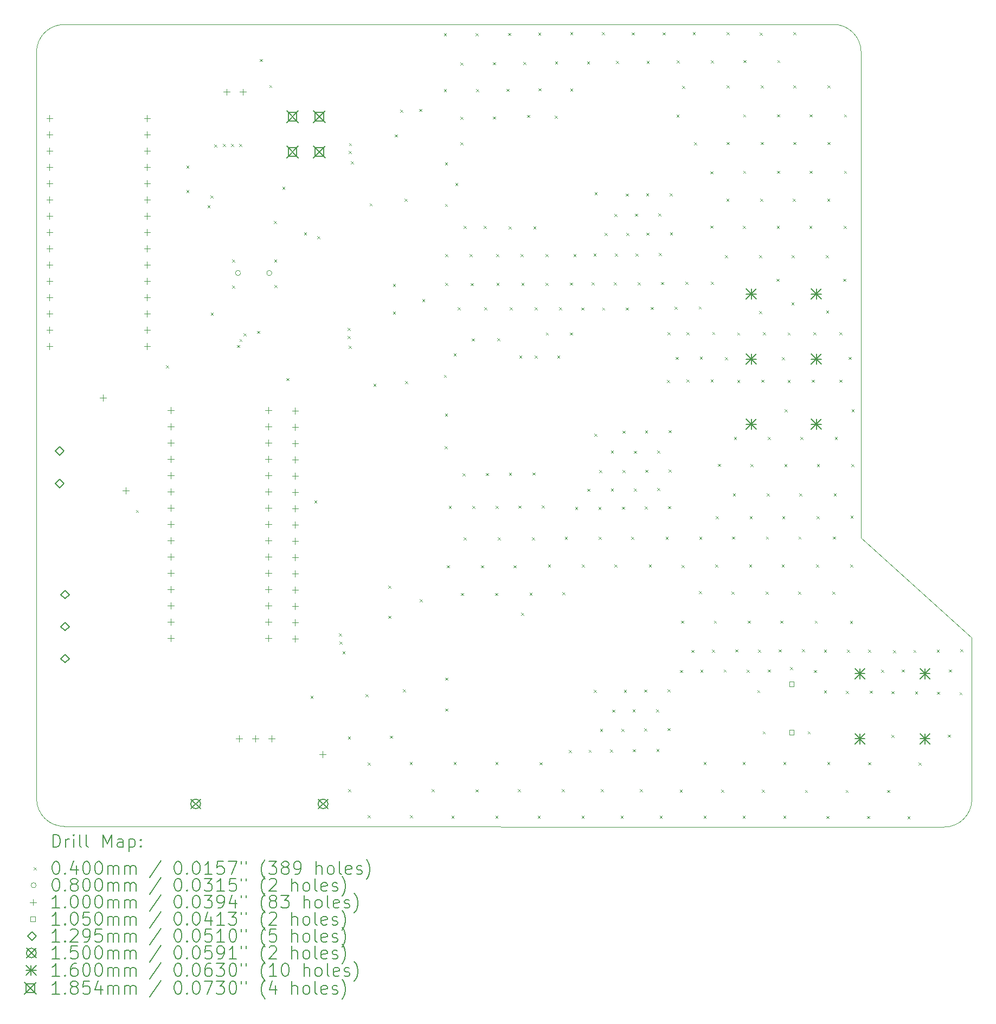
<source format=gbr>
%TF.GenerationSoftware,KiCad,Pcbnew,9.0.4*%
%TF.CreationDate,2025-10-23T22:28:31-07:00*%
%TF.ProjectId,Urban MC,55726261-6e20-44d4-932e-6b696361645f,rev?*%
%TF.SameCoordinates,Original*%
%TF.FileFunction,Drillmap*%
%TF.FilePolarity,Positive*%
%FSLAX45Y45*%
G04 Gerber Fmt 4.5, Leading zero omitted, Abs format (unit mm)*
G04 Created by KiCad (PCBNEW 9.0.4) date 2025-10-23 22:28:31*
%MOMM*%
%LPD*%
G01*
G04 APERTURE LIST*
%ADD10C,0.100000*%
%ADD11C,0.200000*%
%ADD12C,0.105000*%
%ADD13C,0.129540*%
%ADD14C,0.150000*%
%ADD15C,0.160000*%
%ADD16C,0.185420*%
G04 APERTURE END LIST*
D10*
X23876000Y-14945360D02*
X23875000Y-14585000D01*
X22140942Y-10861040D02*
X22145509Y-3287182D01*
X21714000Y-2855000D02*
G75*
G02*
X22146330Y-3287329I0J-432330D01*
G01*
X9269679Y-3288252D02*
X9271000Y-14935200D01*
X23876000Y-14945361D02*
G75*
G02*
X23444200Y-15377161I-431801J1D01*
G01*
X22140942Y-10861040D02*
X23876000Y-12423000D01*
X9702800Y-15367000D02*
G75*
G02*
X9271000Y-14935200I0J431800D01*
G01*
X21713179Y-2854853D02*
X9701479Y-2856452D01*
X23875000Y-14585000D02*
X23876000Y-12423000D01*
X9702800Y-15367000D02*
X23444200Y-15377160D01*
X9269679Y-3288252D02*
G75*
G02*
X9701479Y-2856449I431801J2D01*
G01*
D11*
D10*
X10820720Y-10429560D02*
X10860720Y-10469560D01*
X10860720Y-10429560D02*
X10820720Y-10469560D01*
X11293160Y-8174040D02*
X11333160Y-8214040D01*
X11333160Y-8174040D02*
X11293160Y-8214040D01*
X11608120Y-5054920D02*
X11648120Y-5094920D01*
X11648120Y-5054920D02*
X11608120Y-5094920D01*
X11608120Y-5441000D02*
X11648120Y-5481000D01*
X11648120Y-5441000D02*
X11608120Y-5481000D01*
X11938320Y-5674680D02*
X11978320Y-5714680D01*
X11978320Y-5674680D02*
X11938320Y-5714680D01*
X11988655Y-5521815D02*
X12028655Y-5561815D01*
X12028655Y-5521815D02*
X11988655Y-5561815D01*
X11989120Y-7351080D02*
X12029120Y-7391080D01*
X12029120Y-7351080D02*
X11989120Y-7391080D01*
X12045000Y-4724720D02*
X12085000Y-4764720D01*
X12085000Y-4724720D02*
X12045000Y-4764720D01*
X12182160Y-4719640D02*
X12222160Y-4759640D01*
X12222160Y-4719640D02*
X12182160Y-4759640D01*
X12309160Y-4719640D02*
X12349160Y-4759640D01*
X12349160Y-4719640D02*
X12309160Y-4759640D01*
X12322283Y-6927416D02*
X12362283Y-6967416D01*
X12362283Y-6927416D02*
X12322283Y-6967416D01*
X12323609Y-6523040D02*
X12363609Y-6563040D01*
X12363609Y-6523040D02*
X12323609Y-6563040D01*
X12402931Y-7856331D02*
X12442931Y-7896331D01*
X12442931Y-7856331D02*
X12402931Y-7896331D01*
X12436160Y-4719640D02*
X12476160Y-4759640D01*
X12476160Y-4719640D02*
X12436160Y-4759640D01*
X12439433Y-7763231D02*
X12479433Y-7803231D01*
X12479433Y-7763231D02*
X12439433Y-7803231D01*
X12502200Y-7676200D02*
X12542200Y-7716200D01*
X12542200Y-7676200D02*
X12502200Y-7716200D01*
X12715560Y-7635560D02*
X12755560Y-7675560D01*
X12755560Y-7635560D02*
X12715560Y-7675560D01*
X12756200Y-3393760D02*
X12796200Y-3433760D01*
X12796200Y-3393760D02*
X12756200Y-3433760D01*
X12903520Y-3800160D02*
X12943520Y-3840160D01*
X12943520Y-3800160D02*
X12903520Y-3840160D01*
X12974640Y-5918520D02*
X13014640Y-5958520D01*
X13014640Y-5918520D02*
X12974640Y-5958520D01*
X12980040Y-6523040D02*
X13020040Y-6563040D01*
X13020040Y-6523040D02*
X12980040Y-6563040D01*
X12985785Y-6921671D02*
X13025785Y-6961671D01*
X13025785Y-6921671D02*
X12985785Y-6961671D01*
X13106720Y-5385120D02*
X13146720Y-5425120D01*
X13146720Y-5385120D02*
X13106720Y-5425120D01*
X13172760Y-8372160D02*
X13212760Y-8412160D01*
X13212760Y-8372160D02*
X13172760Y-8412160D01*
X13447080Y-6101400D02*
X13487080Y-6141400D01*
X13487080Y-6101400D02*
X13447080Y-6141400D01*
X13547000Y-13331000D02*
X13587000Y-13371000D01*
X13587000Y-13331000D02*
X13547000Y-13371000D01*
X13607100Y-10279700D02*
X13647100Y-10319700D01*
X13647100Y-10279700D02*
X13607100Y-10319700D01*
X13654970Y-6155130D02*
X13694970Y-6195130D01*
X13694970Y-6155130D02*
X13654970Y-6195130D01*
X13995000Y-12356000D02*
X14035000Y-12396000D01*
X14035000Y-12356000D02*
X13995000Y-12396000D01*
X14001000Y-12483000D02*
X14041000Y-12523000D01*
X14041000Y-12483000D02*
X14001000Y-12523000D01*
X14047000Y-12637000D02*
X14087000Y-12677000D01*
X14087000Y-12637000D02*
X14047000Y-12677000D01*
X14127000Y-7590000D02*
X14167000Y-7630000D01*
X14167000Y-7590000D02*
X14127000Y-7630000D01*
X14128000Y-7717000D02*
X14168000Y-7757000D01*
X14168000Y-7717000D02*
X14128000Y-7757000D01*
X14132880Y-13965240D02*
X14172880Y-14005240D01*
X14172880Y-13965240D02*
X14132880Y-14005240D01*
X14134161Y-14785766D02*
X14174161Y-14825766D01*
X14174161Y-14785766D02*
X14134161Y-14825766D01*
X14143000Y-7869000D02*
X14183000Y-7909000D01*
X14183000Y-7869000D02*
X14143000Y-7909000D01*
X14145000Y-4831000D02*
X14185000Y-4871000D01*
X14185000Y-4831000D02*
X14145000Y-4871000D01*
X14149000Y-4705000D02*
X14189000Y-4745000D01*
X14189000Y-4705000D02*
X14149000Y-4745000D01*
X14177000Y-4988000D02*
X14217000Y-5028000D01*
X14217000Y-4988000D02*
X14177000Y-5028000D01*
X14404897Y-13304897D02*
X14444897Y-13344897D01*
X14444897Y-13304897D02*
X14404897Y-13344897D01*
X14442760Y-14371640D02*
X14482760Y-14411640D01*
X14482760Y-14371640D02*
X14442760Y-14411640D01*
X14442760Y-15194600D02*
X14482760Y-15234600D01*
X14482760Y-15194600D02*
X14442760Y-15234600D01*
X14470000Y-5646000D02*
X14510000Y-5686000D01*
X14510000Y-5646000D02*
X14470000Y-5686000D01*
X14531000Y-8460000D02*
X14571000Y-8500000D01*
X14571000Y-8460000D02*
X14531000Y-8500000D01*
X14764500Y-11607500D02*
X14804500Y-11647500D01*
X14804500Y-11607500D02*
X14764500Y-11647500D01*
X14764500Y-12079500D02*
X14804500Y-12119500D01*
X14804500Y-12079500D02*
X14764500Y-12119500D01*
X14785660Y-13952540D02*
X14825660Y-13992540D01*
X14825660Y-13952540D02*
X14785660Y-13992540D01*
X14834000Y-6905000D02*
X14874000Y-6945000D01*
X14874000Y-6905000D02*
X14834000Y-6945000D01*
X14834000Y-7336000D02*
X14874000Y-7376000D01*
X14874000Y-7336000D02*
X14834000Y-7376000D01*
X14862500Y-4571000D02*
X14902500Y-4611000D01*
X14902500Y-4571000D02*
X14862500Y-4611000D01*
X14951000Y-4188000D02*
X14991000Y-4228000D01*
X14991000Y-4188000D02*
X14951000Y-4228000D01*
X14989000Y-13226000D02*
X15029000Y-13266000D01*
X15029000Y-13226000D02*
X14989000Y-13266000D01*
X15014000Y-5571000D02*
X15054000Y-5611000D01*
X15054000Y-5571000D02*
X15014000Y-5611000D01*
X15025000Y-8421000D02*
X15065000Y-8461000D01*
X15065000Y-8421000D02*
X15025000Y-8461000D01*
X15096799Y-14363914D02*
X15136799Y-14403914D01*
X15136799Y-14363914D02*
X15096799Y-14403914D01*
X15103160Y-15194600D02*
X15143160Y-15234600D01*
X15143160Y-15194600D02*
X15103160Y-15234600D01*
X15243000Y-4173000D02*
X15283000Y-4213000D01*
X15283000Y-4173000D02*
X15243000Y-4213000D01*
X15257000Y-11824000D02*
X15297000Y-11864000D01*
X15297000Y-11824000D02*
X15257000Y-11864000D01*
X15293000Y-7140000D02*
X15333000Y-7180000D01*
X15333000Y-7140000D02*
X15293000Y-7180000D01*
X15438440Y-14788200D02*
X15478440Y-14828200D01*
X15478440Y-14788200D02*
X15438440Y-14828200D01*
X15631480Y-2992440D02*
X15671480Y-3032440D01*
X15671480Y-2992440D02*
X15631480Y-3032440D01*
X15631480Y-3866200D02*
X15671480Y-3906200D01*
X15671480Y-3866200D02*
X15631480Y-3906200D01*
X15631480Y-8321360D02*
X15671480Y-8361360D01*
X15671480Y-8321360D02*
X15631480Y-8361360D01*
X15641640Y-9433880D02*
X15681640Y-9473880D01*
X15681640Y-9433880D02*
X15641640Y-9473880D01*
X15646720Y-5009200D02*
X15686720Y-5049200D01*
X15686720Y-5009200D02*
X15646720Y-5049200D01*
X15646720Y-5654360D02*
X15686720Y-5694360D01*
X15686720Y-5654360D02*
X15646720Y-5694360D01*
X15646720Y-8925880D02*
X15686720Y-8965880D01*
X15686720Y-8925880D02*
X15646720Y-8965880D01*
X15649260Y-6888800D02*
X15689260Y-6928800D01*
X15689260Y-6888800D02*
X15649260Y-6928800D01*
X15651800Y-6436680D02*
X15691800Y-6476680D01*
X15691800Y-6436680D02*
X15651800Y-6476680D01*
X15651800Y-13045760D02*
X15691800Y-13085760D01*
X15691800Y-13045760D02*
X15651800Y-13085760D01*
X15651800Y-13528360D02*
X15691800Y-13568360D01*
X15691800Y-13528360D02*
X15651800Y-13568360D01*
X15677200Y-11293160D02*
X15717200Y-11333160D01*
X15717200Y-11293160D02*
X15677200Y-11333160D01*
X15707680Y-10368600D02*
X15747680Y-10408600D01*
X15747680Y-10368600D02*
X15707680Y-10408600D01*
X15749579Y-15199574D02*
X15789579Y-15239574D01*
X15789579Y-15199574D02*
X15749579Y-15239574D01*
X15782599Y-14363914D02*
X15822599Y-14403914D01*
X15822599Y-14363914D02*
X15782599Y-14403914D01*
X15783880Y-7986080D02*
X15823880Y-8026080D01*
X15823880Y-7986080D02*
X15783880Y-8026080D01*
X15809280Y-5329240D02*
X15849280Y-5369240D01*
X15849280Y-5329240D02*
X15809280Y-5369240D01*
X15847380Y-7269800D02*
X15887380Y-7309800D01*
X15887380Y-7269800D02*
X15847380Y-7309800D01*
X15889279Y-4295354D02*
X15929279Y-4335354D01*
X15929279Y-4295354D02*
X15889279Y-4335354D01*
X15889279Y-4694134D02*
X15929279Y-4734134D01*
X15929279Y-4694134D02*
X15889279Y-4734134D01*
X15891819Y-3449534D02*
X15931819Y-3489534D01*
X15931819Y-3449534D02*
X15891819Y-3489534D01*
X15898180Y-11724960D02*
X15938180Y-11764960D01*
X15938180Y-11724960D02*
X15898180Y-11764960D01*
X15921040Y-9855520D02*
X15961040Y-9895520D01*
X15961040Y-9855520D02*
X15921040Y-9895520D01*
X15940079Y-10858714D02*
X15980079Y-10898714D01*
X15980079Y-10858714D02*
X15940079Y-10898714D01*
X15941360Y-5999800D02*
X15981360Y-6039800D01*
X15981360Y-5999800D02*
X15941360Y-6039800D01*
X16032800Y-6436680D02*
X16072800Y-6476680D01*
X16072800Y-6436680D02*
X16032800Y-6476680D01*
X16051839Y-6891234D02*
X16091839Y-6931234D01*
X16091839Y-6891234D02*
X16051839Y-6931234D01*
X16064539Y-7754834D02*
X16104539Y-7794834D01*
X16104539Y-7754834D02*
X16064539Y-7794834D01*
X16073440Y-10365954D02*
X16113440Y-10405954D01*
X16113440Y-10365954D02*
X16073440Y-10405954D01*
X16126780Y-2992440D02*
X16166780Y-3032440D01*
X16166780Y-2992440D02*
X16126780Y-3032440D01*
X16126780Y-14790740D02*
X16166780Y-14830740D01*
X16166780Y-14790740D02*
X16126780Y-14830740D01*
X16136940Y-3861120D02*
X16176940Y-3901120D01*
X16176940Y-3861120D02*
X16136940Y-3901120D01*
X16208060Y-11293160D02*
X16248060Y-11333160D01*
X16248060Y-11293160D02*
X16208060Y-11333160D01*
X16251240Y-5999800D02*
X16291240Y-6039800D01*
X16291240Y-5999800D02*
X16251240Y-6039800D01*
X16258860Y-7269800D02*
X16298860Y-7309800D01*
X16298860Y-7269800D02*
X16258860Y-7309800D01*
X16286800Y-9852980D02*
X16326800Y-9892980D01*
X16326800Y-9852980D02*
X16286800Y-9892980D01*
X16394739Y-4290274D02*
X16434739Y-4330274D01*
X16434739Y-4290274D02*
X16394739Y-4330274D01*
X16397279Y-3444454D02*
X16437279Y-3484454D01*
X16437279Y-3444454D02*
X16397279Y-3484454D01*
X16429040Y-11724960D02*
X16469040Y-11764960D01*
X16469040Y-11724960D02*
X16429040Y-11764960D01*
X16435379Y-14361374D02*
X16475379Y-14401374D01*
X16475379Y-14361374D02*
X16435379Y-14401374D01*
X16435379Y-15199574D02*
X16475379Y-15239574D01*
X16475379Y-15199574D02*
X16435379Y-15239574D01*
X16439200Y-10363520D02*
X16479200Y-10403520D01*
X16479200Y-10363520D02*
X16439200Y-10403520D01*
X16449360Y-6436680D02*
X16489360Y-6476680D01*
X16489360Y-6436680D02*
X16449360Y-6476680D01*
X16451900Y-6888800D02*
X16491900Y-6928800D01*
X16491900Y-6888800D02*
X16451900Y-6928800D01*
X16464600Y-7752400D02*
X16504600Y-7792400D01*
X16504600Y-7752400D02*
X16464600Y-7792400D01*
X16470939Y-10858714D02*
X16510939Y-10898714D01*
X16510939Y-10858714D02*
X16470939Y-10898714D01*
X16609380Y-3858580D02*
X16649380Y-3898580D01*
X16649380Y-3858580D02*
X16609380Y-3898580D01*
X16632240Y-2987360D02*
X16672240Y-3027360D01*
X16672240Y-2987360D02*
X16632240Y-3027360D01*
X16642400Y-6004880D02*
X16682400Y-6044880D01*
X16682400Y-6004880D02*
X16642400Y-6044880D01*
X16647480Y-9850440D02*
X16687480Y-9890440D01*
X16687480Y-9850440D02*
X16647480Y-9890440D01*
X16657640Y-7269800D02*
X16697640Y-7309800D01*
X16697640Y-7269800D02*
X16657640Y-7309800D01*
X16716060Y-11293160D02*
X16756060Y-11333160D01*
X16756060Y-11293160D02*
X16716060Y-11333160D01*
X16784640Y-14788200D02*
X16824640Y-14828200D01*
X16824640Y-14788200D02*
X16784640Y-14828200D01*
X16796059Y-10360874D02*
X16836059Y-10400874D01*
X16836059Y-10360874D02*
X16796059Y-10400874D01*
X16808000Y-8019000D02*
X16848000Y-8059000D01*
X16848000Y-8019000D02*
X16808000Y-8059000D01*
X16830360Y-6436680D02*
X16870360Y-6476680D01*
X16870360Y-6436680D02*
X16830360Y-6476680D01*
X16838000Y-12034000D02*
X16878000Y-12074000D01*
X16878000Y-12034000D02*
X16838000Y-12074000D01*
X16841779Y-6886154D02*
X16881779Y-6926154D01*
X16881779Y-6886154D02*
X16841779Y-6926154D01*
X16869719Y-3441914D02*
X16909719Y-3481914D01*
X16909719Y-3441914D02*
X16869719Y-3481914D01*
X16932000Y-4265000D02*
X16972000Y-4305000D01*
X16972000Y-4265000D02*
X16932000Y-4305000D01*
X16967520Y-11722420D02*
X17007520Y-11762420D01*
X17007520Y-11722420D02*
X16967520Y-11762420D01*
X17009419Y-10856174D02*
X17049419Y-10896174D01*
X17049419Y-10856174D02*
X17009419Y-10896174D01*
X17013240Y-9845360D02*
X17053240Y-9885360D01*
X17053240Y-9845360D02*
X17013240Y-9885360D01*
X17028480Y-6004880D02*
X17068480Y-6044880D01*
X17068480Y-6004880D02*
X17028480Y-6044880D01*
X17048800Y-7269800D02*
X17088800Y-7309800D01*
X17088800Y-7269800D02*
X17048800Y-7309800D01*
X17048800Y-8021640D02*
X17088800Y-8061640D01*
X17088800Y-8021640D02*
X17048800Y-8061640D01*
X17095779Y-15199574D02*
X17135779Y-15239574D01*
X17135779Y-15199574D02*
X17095779Y-15239574D01*
X17104680Y-2984820D02*
X17144680Y-3024820D01*
X17144680Y-2984820D02*
X17104680Y-3024820D01*
X17107220Y-3850960D02*
X17147220Y-3890960D01*
X17147220Y-3850960D02*
X17107220Y-3890960D01*
X17125000Y-14366560D02*
X17165000Y-14406560D01*
X17165000Y-14366560D02*
X17125000Y-14406560D01*
X17161819Y-10355794D02*
X17201819Y-10395794D01*
X17201819Y-10355794D02*
X17161819Y-10395794D01*
X17216440Y-6436680D02*
X17256440Y-6476680D01*
X17256440Y-6436680D02*
X17216440Y-6476680D01*
X17220239Y-6883614D02*
X17260239Y-6923614D01*
X17260239Y-6883614D02*
X17220239Y-6923614D01*
X17221520Y-7660960D02*
X17261520Y-7700960D01*
X17261520Y-7660960D02*
X17221520Y-7700960D01*
X17257080Y-11283000D02*
X17297080Y-11323000D01*
X17297080Y-11283000D02*
X17257080Y-11323000D01*
X17365019Y-4280114D02*
X17405019Y-4320114D01*
X17405019Y-4280114D02*
X17365019Y-4320114D01*
X17367559Y-3434294D02*
X17407559Y-3474294D01*
X17407559Y-3434294D02*
X17367559Y-3474294D01*
X17399320Y-8021640D02*
X17439320Y-8061640D01*
X17439320Y-8021640D02*
X17399320Y-8061640D01*
X17427260Y-7267260D02*
X17467260Y-7307260D01*
X17467260Y-7267260D02*
X17427260Y-7307260D01*
X17470440Y-14788200D02*
X17510440Y-14828200D01*
X17510440Y-14788200D02*
X17470440Y-14828200D01*
X17478060Y-11714800D02*
X17518060Y-11754800D01*
X17518060Y-11714800D02*
X17478060Y-11754800D01*
X17519959Y-10848554D02*
X17559959Y-10888554D01*
X17559959Y-10848554D02*
X17519959Y-10888554D01*
X17582200Y-14178600D02*
X17622200Y-14218600D01*
X17622200Y-14178600D02*
X17582200Y-14218600D01*
X17597440Y-7660960D02*
X17637440Y-7700960D01*
X17637440Y-7660960D02*
X17597440Y-7700960D01*
X17599980Y-6881074D02*
X17639980Y-6921074D01*
X17639980Y-6881074D02*
X17599980Y-6921074D01*
X17602520Y-2977200D02*
X17642520Y-3017200D01*
X17642520Y-2977200D02*
X17602520Y-3017200D01*
X17602520Y-3856040D02*
X17642520Y-3896040D01*
X17642520Y-3856040D02*
X17602520Y-3896040D01*
X17653320Y-6436680D02*
X17693320Y-6476680D01*
X17693320Y-6436680D02*
X17653320Y-6476680D01*
X17678720Y-10383840D02*
X17718720Y-10423840D01*
X17718720Y-10383840D02*
X17678720Y-10423840D01*
X17777780Y-7272340D02*
X17817780Y-7312340D01*
X17817780Y-7272340D02*
X17777780Y-7312340D01*
X17781579Y-15199574D02*
X17821579Y-15239574D01*
X17821579Y-15199574D02*
X17781579Y-15239574D01*
X17787940Y-11283000D02*
X17827940Y-11323000D01*
X17827940Y-11283000D02*
X17787940Y-11323000D01*
X17865399Y-3434294D02*
X17905399Y-3474294D01*
X17905399Y-3434294D02*
X17865399Y-3474294D01*
X17871760Y-10099360D02*
X17911760Y-10139360D01*
X17911760Y-10099360D02*
X17871760Y-10139360D01*
X17892080Y-14170980D02*
X17932080Y-14210980D01*
X17932080Y-14170980D02*
X17892080Y-14210980D01*
X17940340Y-6878640D02*
X17980340Y-6918640D01*
X17980340Y-6878640D02*
X17940340Y-6918640D01*
X17968280Y-6431600D02*
X18008280Y-6471600D01*
X18008280Y-6431600D02*
X17968280Y-6471600D01*
X17973360Y-13233720D02*
X18013360Y-13273720D01*
X18013360Y-13233720D02*
X17973360Y-13273720D01*
X17978440Y-9240840D02*
X18018440Y-9280840D01*
X18018440Y-9240840D02*
X17978440Y-9280840D01*
X17985160Y-5474920D02*
X18025160Y-5514920D01*
X18025160Y-5474920D02*
X17985160Y-5514920D01*
X18044480Y-10381194D02*
X18084480Y-10421194D01*
X18084480Y-10381194D02*
X18044480Y-10421194D01*
X18050819Y-10848554D02*
X18090819Y-10888554D01*
X18090819Y-10848554D02*
X18050819Y-10888554D01*
X18054640Y-9807154D02*
X18094640Y-9847154D01*
X18094640Y-9807154D02*
X18054640Y-9847154D01*
X18068599Y-13845754D02*
X18108599Y-13885754D01*
X18108599Y-13845754D02*
X18068599Y-13885754D01*
X18080040Y-14788200D02*
X18120040Y-14828200D01*
X18120040Y-14788200D02*
X18080040Y-14828200D01*
X18100360Y-2977200D02*
X18140360Y-3017200D01*
X18140360Y-2977200D02*
X18100360Y-3017200D01*
X18102900Y-7272340D02*
X18142900Y-7312340D01*
X18142900Y-7272340D02*
X18102900Y-7312340D01*
X18142259Y-6108914D02*
X18182259Y-6148914D01*
X18182259Y-6108914D02*
X18142259Y-6148914D01*
X18227360Y-14168440D02*
X18267360Y-14208440D01*
X18267360Y-14168440D02*
X18227360Y-14208440D01*
X18237520Y-9505000D02*
X18277520Y-9545000D01*
X18277520Y-9505000D02*
X18237520Y-9545000D01*
X18237520Y-10096820D02*
X18277520Y-10136820D01*
X18277520Y-10096820D02*
X18237520Y-10136820D01*
X18260380Y-13546034D02*
X18300380Y-13586034D01*
X18300380Y-13546034D02*
X18260380Y-13586034D01*
X18285780Y-6878640D02*
X18325780Y-6918640D01*
X18325780Y-6878640D02*
X18285780Y-6918640D01*
X18295940Y-5809300D02*
X18335940Y-5849300D01*
X18335940Y-5809300D02*
X18295940Y-5849300D01*
X18295940Y-11283000D02*
X18335940Y-11323000D01*
X18335940Y-11283000D02*
X18295940Y-11323000D01*
X18303560Y-6429060D02*
X18343560Y-6469060D01*
X18343560Y-6429060D02*
X18303560Y-6469060D01*
X18317519Y-3424134D02*
X18357519Y-3464134D01*
X18357519Y-3424134D02*
X18317519Y-3464134D01*
X18391179Y-15199574D02*
X18431179Y-15239574D01*
X18431179Y-15199574D02*
X18391179Y-15239574D01*
X18403879Y-13843214D02*
X18443879Y-13883214D01*
X18443879Y-13843214D02*
X18403879Y-13883214D01*
X18410240Y-10378760D02*
X18450240Y-10418760D01*
X18450240Y-10378760D02*
X18410240Y-10418760D01*
X18420400Y-9192474D02*
X18460400Y-9232474D01*
X18460400Y-9192474D02*
X18420400Y-9232474D01*
X18420400Y-9804720D02*
X18460400Y-9844720D01*
X18460400Y-9804720D02*
X18420400Y-9844720D01*
X18441979Y-13233614D02*
X18481979Y-13273614D01*
X18481979Y-13233614D02*
X18441979Y-13273614D01*
X18468660Y-7272340D02*
X18508660Y-7312340D01*
X18508660Y-7272340D02*
X18468660Y-7312340D01*
X18472459Y-5494234D02*
X18512459Y-5534234D01*
X18512459Y-5494234D02*
X18472459Y-5534234D01*
X18477539Y-6106374D02*
X18517539Y-6146374D01*
X18517539Y-6106374D02*
X18477539Y-6146374D01*
X18558819Y-10848554D02*
X18598819Y-10888554D01*
X18598819Y-10848554D02*
X18558819Y-10888554D01*
X18565180Y-2979740D02*
X18605180Y-3019740D01*
X18605180Y-2979740D02*
X18565180Y-3019740D01*
X18577880Y-13543494D02*
X18617880Y-13583494D01*
X18617880Y-13543494D02*
X18577880Y-13583494D01*
X18582960Y-14163360D02*
X18622960Y-14203360D01*
X18622960Y-14163360D02*
X18582960Y-14203360D01*
X18598200Y-9507434D02*
X18638200Y-9547434D01*
X18638200Y-9507434D02*
X18598200Y-9547434D01*
X18598200Y-10094280D02*
X18638200Y-10134280D01*
X18638200Y-10094280D02*
X18598200Y-10134280D01*
X18613440Y-5806760D02*
X18653440Y-5846760D01*
X18653440Y-5806760D02*
X18613440Y-5846760D01*
X18621060Y-6426520D02*
X18661060Y-6466520D01*
X18661060Y-6426520D02*
X18621060Y-6466520D01*
X18655339Y-6878534D02*
X18695339Y-6918534D01*
X18695339Y-6878534D02*
X18655339Y-6918534D01*
X18689640Y-14788200D02*
X18729640Y-14828200D01*
X18729640Y-14788200D02*
X18689640Y-14828200D01*
X18759479Y-13231074D02*
X18799479Y-13271074D01*
X18799479Y-13231074D02*
X18759479Y-13271074D01*
X18759479Y-13838134D02*
X18799479Y-13878134D01*
X18799479Y-13838134D02*
X18759479Y-13878134D01*
X18767099Y-10376114D02*
X18807099Y-10416114D01*
X18807099Y-10376114D02*
X18767099Y-10416114D01*
X18772179Y-9189934D02*
X18812179Y-9229934D01*
X18812179Y-9189934D02*
X18772179Y-9229934D01*
X18777259Y-9802074D02*
X18817259Y-9842074D01*
X18817259Y-9802074D02*
X18777259Y-9842074D01*
X18789959Y-5491694D02*
X18829959Y-5531694D01*
X18829959Y-5491694D02*
X18789959Y-5531694D01*
X18795039Y-6103834D02*
X18835039Y-6143834D01*
X18835039Y-6103834D02*
X18795039Y-6143834D01*
X18797579Y-3424134D02*
X18837579Y-3464134D01*
X18837579Y-3424134D02*
X18797579Y-3464134D01*
X18831880Y-11283000D02*
X18871880Y-11323000D01*
X18871880Y-11283000D02*
X18831880Y-11323000D01*
X18862360Y-7262180D02*
X18902360Y-7302180D01*
X18902360Y-7262180D02*
X18862360Y-7302180D01*
X18943640Y-13538414D02*
X18983640Y-13578414D01*
X18983640Y-13538414D02*
X18943640Y-13578414D01*
X18948720Y-14158280D02*
X18988720Y-14198280D01*
X18988720Y-14158280D02*
X18948720Y-14198280D01*
X18963960Y-9502354D02*
X19003960Y-9542354D01*
X19003960Y-9502354D02*
X18963960Y-9542354D01*
X18963960Y-10089200D02*
X19003960Y-10129200D01*
X19003960Y-10089200D02*
X18963960Y-10129200D01*
X18979200Y-5801680D02*
X19019200Y-5841680D01*
X19019200Y-5801680D02*
X18979200Y-5841680D01*
X18986820Y-6421440D02*
X19026820Y-6461440D01*
X19026820Y-6421440D02*
X18986820Y-6461440D01*
X19000779Y-15199574D02*
X19040779Y-15239574D01*
X19040779Y-15199574D02*
X19000779Y-15239574D01*
X19023639Y-6873454D02*
X19063639Y-6913454D01*
X19063639Y-6873454D02*
X19023639Y-6913454D01*
X19045240Y-2979740D02*
X19085240Y-3019740D01*
X19085240Y-2979740D02*
X19045240Y-3019740D01*
X19094759Y-10848554D02*
X19134759Y-10888554D01*
X19134759Y-10848554D02*
X19094759Y-10888554D01*
X19116360Y-8400100D02*
X19156360Y-8440100D01*
X19156360Y-8400100D02*
X19116360Y-8440100D01*
X19121440Y-7658314D02*
X19161440Y-7698314D01*
X19161440Y-7658314D02*
X19121440Y-7698314D01*
X19125239Y-13225994D02*
X19165239Y-13265994D01*
X19165239Y-13225994D02*
X19125239Y-13265994D01*
X19125239Y-13833054D02*
X19165239Y-13873054D01*
X19165239Y-13833054D02*
X19125239Y-13873054D01*
X19132859Y-10371034D02*
X19172859Y-10411034D01*
X19172859Y-10371034D02*
X19132859Y-10411034D01*
X19137939Y-9184854D02*
X19177939Y-9224854D01*
X19177939Y-9184854D02*
X19137939Y-9224854D01*
X19143019Y-9796994D02*
X19183019Y-9836994D01*
X19183019Y-9796994D02*
X19143019Y-9836994D01*
X19155719Y-5486614D02*
X19195719Y-5526614D01*
X19195719Y-5486614D02*
X19155719Y-5526614D01*
X19160799Y-6098754D02*
X19200799Y-6138754D01*
X19200799Y-6098754D02*
X19160799Y-6138754D01*
X19230660Y-7257100D02*
X19270660Y-7297100D01*
X19270660Y-7257100D02*
X19230660Y-7297100D01*
X19248440Y-8041960D02*
X19288440Y-8081960D01*
X19288440Y-8041960D02*
X19248440Y-8081960D01*
X19262399Y-4259794D02*
X19302399Y-4299794D01*
X19302399Y-4259794D02*
X19262399Y-4299794D01*
X19264939Y-3413974D02*
X19304939Y-3453974D01*
X19304939Y-3413974D02*
X19264939Y-3453974D01*
X19314480Y-14793280D02*
X19354480Y-14833280D01*
X19354480Y-14793280D02*
X19314480Y-14833280D01*
X19317020Y-12926380D02*
X19357020Y-12966380D01*
X19357020Y-12926380D02*
X19317020Y-12966380D01*
X19334800Y-12156760D02*
X19374800Y-12196760D01*
X19374800Y-12156760D02*
X19334800Y-12196760D01*
X19344960Y-11288080D02*
X19384960Y-11328080D01*
X19384960Y-11288080D02*
X19344960Y-11328080D01*
X19350040Y-3810320D02*
X19390040Y-3850320D01*
X19390040Y-3810320D02*
X19350040Y-3850320D01*
X19402099Y-6870914D02*
X19442099Y-6910914D01*
X19442099Y-6870914D02*
X19402099Y-6910914D01*
X19418620Y-8395020D02*
X19458620Y-8435020D01*
X19458620Y-8395020D02*
X19418620Y-8435020D01*
X19419879Y-7655774D02*
X19459879Y-7695774D01*
X19459879Y-7655774D02*
X19419879Y-7695774D01*
X19498619Y-12613960D02*
X19538619Y-12653960D01*
X19538619Y-12613960D02*
X19498619Y-12653960D01*
X19517680Y-2977200D02*
X19557680Y-3017200D01*
X19557680Y-2977200D02*
X19517680Y-3017200D01*
X19538000Y-4691700D02*
X19578000Y-4731700D01*
X19578000Y-4691700D02*
X19538000Y-4731700D01*
X19609120Y-7254560D02*
X19649120Y-7294560D01*
X19649120Y-7254560D02*
X19609120Y-7294560D01*
X19615459Y-11696914D02*
X19655459Y-11736914D01*
X19655459Y-11696914D02*
X19615459Y-11736914D01*
X19617999Y-10851094D02*
X19657999Y-10891094D01*
X19657999Y-10851094D02*
X19617999Y-10891094D01*
X19626900Y-8039420D02*
X19666900Y-8079420D01*
X19666900Y-8039420D02*
X19626900Y-8079420D01*
X19634520Y-12923840D02*
X19674520Y-12963840D01*
X19674520Y-12923840D02*
X19634520Y-12963840D01*
X19686579Y-14361374D02*
X19726579Y-14401374D01*
X19726579Y-14361374D02*
X19686579Y-14401374D01*
X19686579Y-15199574D02*
X19726579Y-15239574D01*
X19726579Y-15199574D02*
X19686579Y-15239574D01*
X19790719Y-5992074D02*
X19830719Y-6032074D01*
X19830719Y-5992074D02*
X19790719Y-6032074D01*
X19793259Y-5146254D02*
X19833259Y-5186254D01*
X19833259Y-5146254D02*
X19793259Y-5186254D01*
X19797080Y-8392480D02*
X19837080Y-8432480D01*
X19837080Y-8392480D02*
X19797080Y-8432480D01*
X19798339Y-3413974D02*
X19838339Y-3453974D01*
X19838339Y-3413974D02*
X19798339Y-3453974D01*
X19803419Y-6868374D02*
X19843419Y-6908374D01*
X19843419Y-6868374D02*
X19803419Y-6908374D01*
X19816119Y-12611420D02*
X19856119Y-12651420D01*
X19856119Y-12611420D02*
X19816119Y-12651420D01*
X19821199Y-7653234D02*
X19861199Y-7693234D01*
X19861199Y-7653234D02*
X19821199Y-7693234D01*
X19847880Y-12156760D02*
X19887880Y-12196760D01*
X19887880Y-12156760D02*
X19847880Y-12196760D01*
X19865660Y-11277920D02*
X19905660Y-11317920D01*
X19905660Y-11277920D02*
X19865660Y-11317920D01*
X19875820Y-10526080D02*
X19915820Y-10566080D01*
X19915820Y-10526080D02*
X19875820Y-10566080D01*
X19910099Y-9710634D02*
X19950099Y-9750634D01*
X19950099Y-9710634D02*
X19910099Y-9750634D01*
X19959640Y-14793280D02*
X19999640Y-14833280D01*
X19999640Y-14793280D02*
X19959640Y-14833280D01*
X20000280Y-12918760D02*
X20040280Y-12958760D01*
X20040280Y-12918760D02*
X20000280Y-12958760D01*
X20020600Y-8044500D02*
X20060600Y-8084500D01*
X20060600Y-8044500D02*
X20020600Y-8084500D01*
X20023140Y-6451920D02*
X20063140Y-6491920D01*
X20063140Y-6451920D02*
X20023140Y-6491920D01*
X20040920Y-5573080D02*
X20080920Y-5613080D01*
X20080920Y-5573080D02*
X20040920Y-5613080D01*
X20046000Y-2977200D02*
X20086000Y-3017200D01*
X20086000Y-2977200D02*
X20046000Y-3017200D01*
X20046000Y-4689160D02*
X20086000Y-4729160D01*
X20086000Y-4689160D02*
X20046000Y-4729160D01*
X20048540Y-3805240D02*
X20088540Y-3845240D01*
X20088540Y-3805240D02*
X20048540Y-3845240D01*
X20123459Y-11701994D02*
X20163459Y-11741994D01*
X20163459Y-11701994D02*
X20123459Y-11741994D01*
X20128539Y-10843474D02*
X20168539Y-10883474D01*
X20168539Y-10843474D02*
X20128539Y-10883474D01*
X20142520Y-10170480D02*
X20182520Y-10210480D01*
X20182520Y-10170480D02*
X20142520Y-10210480D01*
X20160300Y-9291640D02*
X20200300Y-9331640D01*
X20200300Y-9291640D02*
X20160300Y-9331640D01*
X20181879Y-12606340D02*
X20221879Y-12646340D01*
X20221879Y-12606340D02*
X20181879Y-12646340D01*
X20211100Y-8400100D02*
X20251100Y-8440100D01*
X20251100Y-8400100D02*
X20211100Y-8440100D01*
X20212359Y-7660854D02*
X20252359Y-7700854D01*
X20252359Y-7660854D02*
X20212359Y-7700854D01*
X20296179Y-14361374D02*
X20336179Y-14401374D01*
X20336179Y-14361374D02*
X20296179Y-14401374D01*
X20296179Y-15199574D02*
X20336179Y-15239574D01*
X20336179Y-15199574D02*
X20296179Y-15239574D01*
X20298719Y-5997154D02*
X20338719Y-6037154D01*
X20338719Y-5997154D02*
X20298719Y-6037154D01*
X20303799Y-4257254D02*
X20343799Y-4297254D01*
X20343799Y-4257254D02*
X20303799Y-4297254D01*
X20303799Y-5138634D02*
X20343799Y-5178634D01*
X20343799Y-5138634D02*
X20303799Y-5178634D01*
X20306339Y-3411434D02*
X20346339Y-3451434D01*
X20346339Y-3411434D02*
X20306339Y-3451434D01*
X20358420Y-12921300D02*
X20398420Y-12961300D01*
X20398420Y-12921300D02*
X20358420Y-12961300D01*
X20378740Y-12156760D02*
X20418740Y-12196760D01*
X20418740Y-12156760D02*
X20378740Y-12196760D01*
X20396520Y-11277920D02*
X20436520Y-11317920D01*
X20436520Y-11277920D02*
X20396520Y-11317920D01*
X20406680Y-10526080D02*
X20446680Y-10566080D01*
X20446680Y-10526080D02*
X20406680Y-10566080D01*
X20418099Y-9715714D02*
X20458099Y-9755714D01*
X20458099Y-9715714D02*
X20418099Y-9755714D01*
X20524801Y-13241340D02*
X20564801Y-13281340D01*
X20564801Y-13241340D02*
X20524801Y-13281340D01*
X20540019Y-12608880D02*
X20580019Y-12648880D01*
X20580019Y-12608880D02*
X20540019Y-12648880D01*
X20554000Y-6451920D02*
X20594000Y-6491920D01*
X20594000Y-6451920D02*
X20554000Y-6491920D01*
X20554000Y-7325680D02*
X20594000Y-7365680D01*
X20594000Y-7325680D02*
X20554000Y-7365680D01*
X20564160Y-2982280D02*
X20604160Y-3022280D01*
X20604160Y-2982280D02*
X20564160Y-3022280D01*
X20571780Y-5573080D02*
X20611780Y-5613080D01*
X20611780Y-5573080D02*
X20571780Y-5613080D01*
X20576860Y-4689160D02*
X20616860Y-4729160D01*
X20616860Y-4689160D02*
X20576860Y-4729160D01*
X20579400Y-3805240D02*
X20619400Y-3845240D01*
X20619400Y-3805240D02*
X20579400Y-3845240D01*
X20589560Y-8397560D02*
X20629560Y-8437560D01*
X20629560Y-8397560D02*
X20589560Y-8437560D01*
X20594640Y-14793280D02*
X20634640Y-14833280D01*
X20634640Y-14793280D02*
X20594640Y-14833280D01*
X20609880Y-13883960D02*
X20649880Y-13923960D01*
X20649880Y-13883960D02*
X20609880Y-13923960D01*
X20613679Y-7658314D02*
X20653679Y-7698314D01*
X20653679Y-7658314D02*
X20613679Y-7698314D01*
X20654319Y-11701994D02*
X20694319Y-11741994D01*
X20694319Y-11701994D02*
X20654319Y-11741994D01*
X20659399Y-10843474D02*
X20699399Y-10883474D01*
X20699399Y-10843474D02*
X20659399Y-10883474D01*
X20673380Y-10170480D02*
X20713380Y-10210480D01*
X20713380Y-10170480D02*
X20673380Y-10210480D01*
X20691160Y-9291640D02*
X20731160Y-9331640D01*
X20731160Y-9291640D02*
X20691160Y-9331640D01*
X20691160Y-12918760D02*
X20731160Y-12958760D01*
X20731160Y-12918760D02*
X20691160Y-12958760D01*
X20824499Y-6822654D02*
X20864499Y-6862654D01*
X20864499Y-6822654D02*
X20824499Y-6862654D01*
X20829579Y-5997154D02*
X20869579Y-6037154D01*
X20869579Y-5997154D02*
X20829579Y-6037154D01*
X20834659Y-4257254D02*
X20874659Y-4297254D01*
X20874659Y-4257254D02*
X20834659Y-4297254D01*
X20834659Y-5138634D02*
X20874659Y-5178634D01*
X20874659Y-5138634D02*
X20834659Y-5178634D01*
X20837199Y-3411434D02*
X20877199Y-3451434D01*
X20877199Y-3411434D02*
X20837199Y-3451434D01*
X20857519Y-12606340D02*
X20897519Y-12646340D01*
X20897519Y-12606340D02*
X20857519Y-12646340D01*
X20886740Y-12156760D02*
X20926740Y-12196760D01*
X20926740Y-12156760D02*
X20886740Y-12196760D01*
X20904520Y-11277920D02*
X20944520Y-11317920D01*
X20944520Y-11277920D02*
X20904520Y-11317920D01*
X20909600Y-8047040D02*
X20949600Y-8087040D01*
X20949600Y-8047040D02*
X20909600Y-8087040D01*
X20914680Y-10526080D02*
X20954680Y-10566080D01*
X20954680Y-10526080D02*
X20914680Y-10566080D01*
X20931179Y-14361374D02*
X20971179Y-14401374D01*
X20971179Y-14361374D02*
X20931179Y-14401374D01*
X20931179Y-15199574D02*
X20971179Y-15239574D01*
X20971179Y-15199574D02*
X20931179Y-15239574D01*
X20948959Y-9715714D02*
X20988959Y-9755714D01*
X20988959Y-9715714D02*
X20948959Y-9755714D01*
X20954039Y-8857194D02*
X20994039Y-8897194D01*
X20994039Y-8857194D02*
X20954039Y-8897194D01*
X20998500Y-8400100D02*
X21038500Y-8440100D01*
X21038500Y-8400100D02*
X20998500Y-8440100D01*
X20999759Y-7660854D02*
X21039759Y-7700854D01*
X21039759Y-7660854D02*
X20999759Y-7700854D01*
X21037859Y-12878120D02*
X21077859Y-12918120D01*
X21077859Y-12878120D02*
X21037859Y-12918120D01*
X21056920Y-7188520D02*
X21096920Y-7228520D01*
X21096920Y-7188520D02*
X21056920Y-7228520D01*
X21062000Y-6451920D02*
X21102000Y-6491920D01*
X21102000Y-6451920D02*
X21062000Y-6491920D01*
X21079780Y-5573080D02*
X21119780Y-5613080D01*
X21119780Y-5573080D02*
X21079780Y-5613080D01*
X21084860Y-4689160D02*
X21124860Y-4729160D01*
X21124860Y-4689160D02*
X21084860Y-4729160D01*
X21087400Y-2972120D02*
X21127400Y-3012120D01*
X21127400Y-2972120D02*
X21087400Y-3012120D01*
X21087400Y-3805240D02*
X21127400Y-3845240D01*
X21127400Y-3805240D02*
X21087400Y-3845240D01*
X21162319Y-11701994D02*
X21202319Y-11741994D01*
X21202319Y-11701994D02*
X21162319Y-11741994D01*
X21167399Y-10843474D02*
X21207399Y-10883474D01*
X21207399Y-10843474D02*
X21167399Y-10883474D01*
X21181380Y-10170480D02*
X21221380Y-10210480D01*
X21221380Y-10170480D02*
X21181380Y-10210480D01*
X21199160Y-9291640D02*
X21239160Y-9331640D01*
X21239160Y-9291640D02*
X21199160Y-9331640D01*
X21223279Y-12601260D02*
X21263279Y-12641260D01*
X21263279Y-12601260D02*
X21223279Y-12641260D01*
X21270280Y-14798360D02*
X21310280Y-14838360D01*
X21310280Y-14798360D02*
X21270280Y-14838360D01*
X21310920Y-13883960D02*
X21350920Y-13923960D01*
X21350920Y-13883960D02*
X21310920Y-13923960D01*
X21337579Y-5997154D02*
X21377579Y-6037154D01*
X21377579Y-5997154D02*
X21337579Y-6037154D01*
X21342659Y-4257254D02*
X21382659Y-4297254D01*
X21382659Y-4257254D02*
X21342659Y-4297254D01*
X21342659Y-5138634D02*
X21382659Y-5178634D01*
X21382659Y-5138634D02*
X21342659Y-5178634D01*
X21376960Y-8397560D02*
X21416960Y-8437560D01*
X21416960Y-8397560D02*
X21376960Y-8437560D01*
X21401079Y-7658314D02*
X21441079Y-7698314D01*
X21441079Y-7658314D02*
X21401079Y-7698314D01*
X21407440Y-12926380D02*
X21447440Y-12966380D01*
X21447440Y-12926380D02*
X21407440Y-12966380D01*
X21422680Y-12156760D02*
X21462680Y-12196760D01*
X21462680Y-12156760D02*
X21422680Y-12196760D01*
X21440460Y-11277920D02*
X21480460Y-11317920D01*
X21480460Y-11277920D02*
X21440460Y-11317920D01*
X21450620Y-10526080D02*
X21490620Y-10566080D01*
X21490620Y-10526080D02*
X21450620Y-10566080D01*
X21456959Y-9715714D02*
X21496959Y-9755714D01*
X21496959Y-9715714D02*
X21456959Y-9755714D01*
X21564920Y-12608880D02*
X21604920Y-12648880D01*
X21604920Y-12608880D02*
X21564920Y-12648880D01*
X21564920Y-13243880D02*
X21604920Y-13283880D01*
X21604920Y-13243880D02*
X21564920Y-13283880D01*
X21597940Y-6451920D02*
X21637940Y-6491920D01*
X21637940Y-6451920D02*
X21597940Y-6491920D01*
X21600480Y-7320600D02*
X21640480Y-7360600D01*
X21640480Y-7320600D02*
X21600480Y-7360600D01*
X21606819Y-15204654D02*
X21646819Y-15244654D01*
X21646819Y-15204654D02*
X21606819Y-15244654D01*
X21615720Y-5573080D02*
X21655720Y-5613080D01*
X21655720Y-5573080D02*
X21615720Y-5613080D01*
X21616979Y-14361374D02*
X21656979Y-14401374D01*
X21656979Y-14361374D02*
X21616979Y-14401374D01*
X21620800Y-4689160D02*
X21660800Y-4729160D01*
X21660800Y-4689160D02*
X21620800Y-4729160D01*
X21623340Y-3805240D02*
X21663340Y-3845240D01*
X21663340Y-3805240D02*
X21623340Y-3845240D01*
X21698259Y-11701994D02*
X21738259Y-11741994D01*
X21738259Y-11701994D02*
X21698259Y-11741994D01*
X21703339Y-10843474D02*
X21743339Y-10883474D01*
X21743339Y-10843474D02*
X21703339Y-10883474D01*
X21717320Y-10170480D02*
X21757320Y-10210480D01*
X21757320Y-10170480D02*
X21717320Y-10210480D01*
X21735100Y-9291640D02*
X21775100Y-9331640D01*
X21775100Y-9291640D02*
X21735100Y-9331640D01*
X21806220Y-8397560D02*
X21846220Y-8437560D01*
X21846220Y-8397560D02*
X21806220Y-8437560D01*
X21807479Y-7658314D02*
X21847479Y-7698314D01*
X21847479Y-7658314D02*
X21807479Y-7698314D01*
X21868439Y-6822654D02*
X21908439Y-6862654D01*
X21908439Y-6822654D02*
X21868439Y-6862654D01*
X21873519Y-5997154D02*
X21913519Y-6037154D01*
X21913519Y-5997154D02*
X21873519Y-6037154D01*
X21878599Y-4257254D02*
X21918599Y-4297254D01*
X21918599Y-4257254D02*
X21878599Y-4297254D01*
X21878599Y-5138634D02*
X21918599Y-5178634D01*
X21918599Y-5138634D02*
X21878599Y-5178634D01*
X21905280Y-14798360D02*
X21945280Y-14838360D01*
X21945280Y-14798360D02*
X21905280Y-14838360D01*
X21906561Y-13251500D02*
X21946561Y-13291500D01*
X21946561Y-13251500D02*
X21906561Y-13291500D01*
X21925600Y-12608880D02*
X21965600Y-12648880D01*
X21965600Y-12608880D02*
X21925600Y-12648880D01*
X21951000Y-8041960D02*
X21991000Y-8081960D01*
X21991000Y-8041960D02*
X21951000Y-8081960D01*
X21971320Y-12161840D02*
X22011320Y-12201840D01*
X22011320Y-12161840D02*
X21971320Y-12201840D01*
X21976400Y-11283000D02*
X22016400Y-11323000D01*
X22016400Y-11283000D02*
X21976400Y-11323000D01*
X21981480Y-10515920D02*
X22021480Y-10555920D01*
X22021480Y-10515920D02*
X21981480Y-10555920D01*
X21992899Y-9715714D02*
X22032899Y-9755714D01*
X22032899Y-9715714D02*
X21992899Y-9755714D01*
X21997979Y-8857194D02*
X22037979Y-8897194D01*
X22037979Y-8857194D02*
X21997979Y-8897194D01*
X22241819Y-15204654D02*
X22281819Y-15244654D01*
X22281819Y-15204654D02*
X22241819Y-15244654D01*
X22255800Y-14366560D02*
X22295800Y-14406560D01*
X22295800Y-14366560D02*
X22255800Y-14406560D01*
X22258340Y-12611420D02*
X22298340Y-12651420D01*
X22298340Y-12611420D02*
X22258340Y-12651420D01*
X22281200Y-13248960D02*
X22321200Y-13288960D01*
X22321200Y-13248960D02*
X22281200Y-13288960D01*
X22461540Y-12921300D02*
X22501540Y-12961300D01*
X22501540Y-12921300D02*
X22461540Y-12961300D01*
X22550440Y-14798360D02*
X22590440Y-14838360D01*
X22590440Y-14798360D02*
X22550440Y-14838360D01*
X22621560Y-13939840D02*
X22661560Y-13979840D01*
X22661560Y-13939840D02*
X22621560Y-13979840D01*
X22622841Y-13256580D02*
X22662841Y-13296580D01*
X22662841Y-13256580D02*
X22622841Y-13296580D01*
X22644420Y-12616500D02*
X22684420Y-12656500D01*
X22684420Y-12616500D02*
X22644420Y-12656500D01*
X22779040Y-12918760D02*
X22819040Y-12958760D01*
X22819040Y-12918760D02*
X22779040Y-12958760D01*
X22870480Y-15209840D02*
X22910480Y-15249840D01*
X22910480Y-15209840D02*
X22870480Y-15249840D01*
X22961920Y-12613960D02*
X23001920Y-12653960D01*
X23001920Y-12613960D02*
X22961920Y-12653960D01*
X22987320Y-13259120D02*
X23027320Y-13299120D01*
X23027320Y-13259120D02*
X22987320Y-13299120D01*
X23043200Y-14371640D02*
X23083200Y-14411640D01*
X23083200Y-14371640D02*
X23043200Y-14411640D01*
X23327680Y-12608880D02*
X23367680Y-12648880D01*
X23367680Y-12608880D02*
X23327680Y-12648880D01*
X23328961Y-13266740D02*
X23368961Y-13306740D01*
X23368961Y-13266740D02*
X23328961Y-13306740D01*
X23500400Y-13934760D02*
X23540400Y-13974760D01*
X23540400Y-13934760D02*
X23500400Y-13974760D01*
X23515640Y-12918760D02*
X23555640Y-12958760D01*
X23555640Y-12918760D02*
X23515640Y-12958760D01*
X23683280Y-13274360D02*
X23723280Y-13314360D01*
X23723280Y-13274360D02*
X23683280Y-13314360D01*
X23693440Y-12603800D02*
X23733440Y-12643800D01*
X23733440Y-12603800D02*
X23693440Y-12643800D01*
X12456109Y-6733540D02*
G75*
G02*
X12376109Y-6733540I-40000J0D01*
G01*
X12376109Y-6733540D02*
G75*
G02*
X12456109Y-6733540I40000J0D01*
G01*
X12944109Y-6733540D02*
G75*
G02*
X12864109Y-6733540I-40000J0D01*
G01*
X12864109Y-6733540D02*
G75*
G02*
X12944109Y-6733540I40000J0D01*
G01*
X9474200Y-4268000D02*
X9474200Y-4368000D01*
X9424200Y-4318000D02*
X9524200Y-4318000D01*
X9474200Y-4522000D02*
X9474200Y-4622000D01*
X9424200Y-4572000D02*
X9524200Y-4572000D01*
X9474200Y-4776000D02*
X9474200Y-4876000D01*
X9424200Y-4826000D02*
X9524200Y-4826000D01*
X9474200Y-5030000D02*
X9474200Y-5130000D01*
X9424200Y-5080000D02*
X9524200Y-5080000D01*
X9474200Y-5284000D02*
X9474200Y-5384000D01*
X9424200Y-5334000D02*
X9524200Y-5334000D01*
X9474200Y-5538000D02*
X9474200Y-5638000D01*
X9424200Y-5588000D02*
X9524200Y-5588000D01*
X9474200Y-5792000D02*
X9474200Y-5892000D01*
X9424200Y-5842000D02*
X9524200Y-5842000D01*
X9474200Y-6046000D02*
X9474200Y-6146000D01*
X9424200Y-6096000D02*
X9524200Y-6096000D01*
X9474200Y-6300000D02*
X9474200Y-6400000D01*
X9424200Y-6350000D02*
X9524200Y-6350000D01*
X9474200Y-6554000D02*
X9474200Y-6654000D01*
X9424200Y-6604000D02*
X9524200Y-6604000D01*
X9474200Y-6808000D02*
X9474200Y-6908000D01*
X9424200Y-6858000D02*
X9524200Y-6858000D01*
X9474200Y-7062000D02*
X9474200Y-7162000D01*
X9424200Y-7112000D02*
X9524200Y-7112000D01*
X9474200Y-7316000D02*
X9474200Y-7416000D01*
X9424200Y-7366000D02*
X9524200Y-7366000D01*
X9474200Y-7570000D02*
X9474200Y-7670000D01*
X9424200Y-7620000D02*
X9524200Y-7620000D01*
X9474200Y-7824000D02*
X9474200Y-7924000D01*
X9424200Y-7874000D02*
X9524200Y-7874000D01*
X10307320Y-8631720D02*
X10307320Y-8731720D01*
X10257320Y-8681720D02*
X10357320Y-8681720D01*
X10662920Y-10074440D02*
X10662920Y-10174440D01*
X10612920Y-10124440D02*
X10712920Y-10124440D01*
X10998200Y-4268000D02*
X10998200Y-4368000D01*
X10948200Y-4318000D02*
X11048200Y-4318000D01*
X10998200Y-4522000D02*
X10998200Y-4622000D01*
X10948200Y-4572000D02*
X11048200Y-4572000D01*
X10998200Y-4776000D02*
X10998200Y-4876000D01*
X10948200Y-4826000D02*
X11048200Y-4826000D01*
X10998200Y-5030000D02*
X10998200Y-5130000D01*
X10948200Y-5080000D02*
X11048200Y-5080000D01*
X10998200Y-5284000D02*
X10998200Y-5384000D01*
X10948200Y-5334000D02*
X11048200Y-5334000D01*
X10998200Y-5538000D02*
X10998200Y-5638000D01*
X10948200Y-5588000D02*
X11048200Y-5588000D01*
X10998200Y-5792000D02*
X10998200Y-5892000D01*
X10948200Y-5842000D02*
X11048200Y-5842000D01*
X10998200Y-6046000D02*
X10998200Y-6146000D01*
X10948200Y-6096000D02*
X11048200Y-6096000D01*
X10998200Y-6300000D02*
X10998200Y-6400000D01*
X10948200Y-6350000D02*
X11048200Y-6350000D01*
X10998200Y-6554000D02*
X10998200Y-6654000D01*
X10948200Y-6604000D02*
X11048200Y-6604000D01*
X10998200Y-6808000D02*
X10998200Y-6908000D01*
X10948200Y-6858000D02*
X11048200Y-6858000D01*
X10998200Y-7062000D02*
X10998200Y-7162000D01*
X10948200Y-7112000D02*
X11048200Y-7112000D01*
X10998200Y-7316000D02*
X10998200Y-7416000D01*
X10948200Y-7366000D02*
X11048200Y-7366000D01*
X10998200Y-7570000D02*
X10998200Y-7670000D01*
X10948200Y-7620000D02*
X11048200Y-7620000D01*
X10998200Y-7824000D02*
X10998200Y-7924000D01*
X10948200Y-7874000D02*
X11048200Y-7874000D01*
X11366500Y-8827300D02*
X11366500Y-8927300D01*
X11316500Y-8877300D02*
X11416500Y-8877300D01*
X11366500Y-9081300D02*
X11366500Y-9181300D01*
X11316500Y-9131300D02*
X11416500Y-9131300D01*
X11366500Y-9335300D02*
X11366500Y-9435300D01*
X11316500Y-9385300D02*
X11416500Y-9385300D01*
X11366500Y-9589300D02*
X11366500Y-9689300D01*
X11316500Y-9639300D02*
X11416500Y-9639300D01*
X11366500Y-9843300D02*
X11366500Y-9943300D01*
X11316500Y-9893300D02*
X11416500Y-9893300D01*
X11366500Y-10097300D02*
X11366500Y-10197300D01*
X11316500Y-10147300D02*
X11416500Y-10147300D01*
X11366500Y-10351300D02*
X11366500Y-10451300D01*
X11316500Y-10401300D02*
X11416500Y-10401300D01*
X11366500Y-10605300D02*
X11366500Y-10705300D01*
X11316500Y-10655300D02*
X11416500Y-10655300D01*
X11366500Y-10859300D02*
X11366500Y-10959300D01*
X11316500Y-10909300D02*
X11416500Y-10909300D01*
X11366500Y-11113300D02*
X11366500Y-11213300D01*
X11316500Y-11163300D02*
X11416500Y-11163300D01*
X11366500Y-11367300D02*
X11366500Y-11467300D01*
X11316500Y-11417300D02*
X11416500Y-11417300D01*
X11366500Y-11621300D02*
X11366500Y-11721300D01*
X11316500Y-11671300D02*
X11416500Y-11671300D01*
X11366500Y-11875300D02*
X11366500Y-11975300D01*
X11316500Y-11925300D02*
X11416500Y-11925300D01*
X11366500Y-12129300D02*
X11366500Y-12229300D01*
X11316500Y-12179300D02*
X11416500Y-12179300D01*
X11366500Y-12383300D02*
X11366500Y-12483300D01*
X11316500Y-12433300D02*
X11416500Y-12433300D01*
X12237220Y-3858140D02*
X12237220Y-3958140D01*
X12187220Y-3908140D02*
X12287220Y-3908140D01*
X12436240Y-13943920D02*
X12436240Y-14043920D01*
X12386240Y-13993920D02*
X12486240Y-13993920D01*
X12491220Y-3858140D02*
X12491220Y-3958140D01*
X12441220Y-3908140D02*
X12541220Y-3908140D01*
X12690240Y-13943920D02*
X12690240Y-14043920D01*
X12640240Y-13993920D02*
X12740240Y-13993920D01*
X12890500Y-8827300D02*
X12890500Y-8927300D01*
X12840500Y-8877300D02*
X12940500Y-8877300D01*
X12890500Y-9081300D02*
X12890500Y-9181300D01*
X12840500Y-9131300D02*
X12940500Y-9131300D01*
X12890500Y-9335300D02*
X12890500Y-9435300D01*
X12840500Y-9385300D02*
X12940500Y-9385300D01*
X12890500Y-9589300D02*
X12890500Y-9689300D01*
X12840500Y-9639300D02*
X12940500Y-9639300D01*
X12890500Y-9843300D02*
X12890500Y-9943300D01*
X12840500Y-9893300D02*
X12940500Y-9893300D01*
X12890500Y-10097300D02*
X12890500Y-10197300D01*
X12840500Y-10147300D02*
X12940500Y-10147300D01*
X12890500Y-10351300D02*
X12890500Y-10451300D01*
X12840500Y-10401300D02*
X12940500Y-10401300D01*
X12890500Y-10605300D02*
X12890500Y-10705300D01*
X12840500Y-10655300D02*
X12940500Y-10655300D01*
X12890500Y-10859300D02*
X12890500Y-10959300D01*
X12840500Y-10909300D02*
X12940500Y-10909300D01*
X12890500Y-11113300D02*
X12890500Y-11213300D01*
X12840500Y-11163300D02*
X12940500Y-11163300D01*
X12890500Y-11367300D02*
X12890500Y-11467300D01*
X12840500Y-11417300D02*
X12940500Y-11417300D01*
X12890500Y-11621300D02*
X12890500Y-11721300D01*
X12840500Y-11671300D02*
X12940500Y-11671300D01*
X12890500Y-11875300D02*
X12890500Y-11975300D01*
X12840500Y-11925300D02*
X12940500Y-11925300D01*
X12890500Y-12129300D02*
X12890500Y-12229300D01*
X12840500Y-12179300D02*
X12940500Y-12179300D01*
X12890500Y-12383300D02*
X12890500Y-12483300D01*
X12840500Y-12433300D02*
X12940500Y-12433300D01*
X12944240Y-13943920D02*
X12944240Y-14043920D01*
X12894240Y-13993920D02*
X12994240Y-13993920D01*
X13309600Y-8829840D02*
X13309600Y-8929840D01*
X13259600Y-8879840D02*
X13359600Y-8879840D01*
X13309600Y-9083840D02*
X13309600Y-9183840D01*
X13259600Y-9133840D02*
X13359600Y-9133840D01*
X13309600Y-9337840D02*
X13309600Y-9437840D01*
X13259600Y-9387840D02*
X13359600Y-9387840D01*
X13309600Y-9591840D02*
X13309600Y-9691840D01*
X13259600Y-9641840D02*
X13359600Y-9641840D01*
X13309600Y-9845840D02*
X13309600Y-9945840D01*
X13259600Y-9895840D02*
X13359600Y-9895840D01*
X13309600Y-10099840D02*
X13309600Y-10199840D01*
X13259600Y-10149840D02*
X13359600Y-10149840D01*
X13309600Y-10353840D02*
X13309600Y-10453840D01*
X13259600Y-10403840D02*
X13359600Y-10403840D01*
X13309600Y-10607840D02*
X13309600Y-10707840D01*
X13259600Y-10657840D02*
X13359600Y-10657840D01*
X13309600Y-10861840D02*
X13309600Y-10961840D01*
X13259600Y-10911840D02*
X13359600Y-10911840D01*
X13309600Y-11115840D02*
X13309600Y-11215840D01*
X13259600Y-11165840D02*
X13359600Y-11165840D01*
X13309600Y-11369840D02*
X13309600Y-11469840D01*
X13259600Y-11419840D02*
X13359600Y-11419840D01*
X13309600Y-11623840D02*
X13309600Y-11723840D01*
X13259600Y-11673840D02*
X13359600Y-11673840D01*
X13309600Y-11877840D02*
X13309600Y-11977840D01*
X13259600Y-11927840D02*
X13359600Y-11927840D01*
X13309600Y-12131840D02*
X13309600Y-12231840D01*
X13259600Y-12181840D02*
X13359600Y-12181840D01*
X13309600Y-12385840D02*
X13309600Y-12485840D01*
X13259600Y-12435840D02*
X13359600Y-12435840D01*
X13736320Y-14194320D02*
X13736320Y-14294320D01*
X13686320Y-14244320D02*
X13786320Y-14244320D01*
D12*
X21098804Y-13186003D02*
X21098804Y-13111756D01*
X21024557Y-13111756D01*
X21024557Y-13186003D01*
X21098804Y-13186003D01*
X21098804Y-13936003D02*
X21098804Y-13861756D01*
X21024557Y-13861756D01*
X21024557Y-13936003D01*
X21098804Y-13936003D01*
D13*
X9632050Y-9573260D02*
X9696820Y-9508490D01*
X9632050Y-9443720D01*
X9567280Y-9508490D01*
X9632050Y-9573260D01*
X9632050Y-10081260D02*
X9696820Y-10016490D01*
X9632050Y-9951720D01*
X9567280Y-10016490D01*
X9632050Y-10081260D01*
X9715500Y-11815570D02*
X9780270Y-11750800D01*
X9715500Y-11686030D01*
X9650730Y-11750800D01*
X9715500Y-11815570D01*
X9715500Y-12315570D02*
X9780270Y-12250800D01*
X9715500Y-12186030D01*
X9650730Y-12250800D01*
X9715500Y-12315570D01*
X9715500Y-12815570D02*
X9780270Y-12750800D01*
X9715500Y-12686030D01*
X9650730Y-12750800D01*
X9715500Y-12815570D01*
D14*
X11680000Y-14941000D02*
X11830000Y-15091000D01*
X11830000Y-14941000D02*
X11680000Y-15091000D01*
X11830000Y-15016000D02*
G75*
G02*
X11680000Y-15016000I-75000J0D01*
G01*
X11680000Y-15016000D02*
G75*
G02*
X11830000Y-15016000I75000J0D01*
G01*
X13670000Y-14941000D02*
X13820000Y-15091000D01*
X13820000Y-14941000D02*
X13670000Y-15091000D01*
X13820000Y-15016000D02*
G75*
G02*
X13670000Y-15016000I-75000J0D01*
G01*
X13670000Y-15016000D02*
G75*
G02*
X13820000Y-15016000I75000J0D01*
G01*
D15*
X20350479Y-6978554D02*
X20510479Y-7138554D01*
X20510479Y-6978554D02*
X20350479Y-7138554D01*
X20430479Y-6978554D02*
X20430479Y-7138554D01*
X20350479Y-7058554D02*
X20510479Y-7058554D01*
X20350479Y-7994554D02*
X20510479Y-8154554D01*
X20510479Y-7994554D02*
X20350479Y-8154554D01*
X20430479Y-7994554D02*
X20430479Y-8154554D01*
X20350479Y-8074554D02*
X20510479Y-8074554D01*
X20350479Y-9010554D02*
X20510479Y-9170554D01*
X20510479Y-9010554D02*
X20350479Y-9170554D01*
X20430479Y-9010554D02*
X20430479Y-9170554D01*
X20350479Y-9090554D02*
X20510479Y-9090554D01*
X21366479Y-6978554D02*
X21526479Y-7138554D01*
X21526479Y-6978554D02*
X21366479Y-7138554D01*
X21446479Y-6978554D02*
X21446479Y-7138554D01*
X21366479Y-7058554D02*
X21526479Y-7058554D01*
X21366479Y-7994554D02*
X21526479Y-8154554D01*
X21526479Y-7994554D02*
X21366479Y-8154554D01*
X21446479Y-7994554D02*
X21446479Y-8154554D01*
X21366479Y-8074554D02*
X21526479Y-8074554D01*
X21366479Y-9010554D02*
X21526479Y-9170554D01*
X21526479Y-9010554D02*
X21366479Y-9170554D01*
X21446479Y-9010554D02*
X21446479Y-9170554D01*
X21366479Y-9090554D02*
X21526479Y-9090554D01*
X22048000Y-12902250D02*
X22208000Y-13062250D01*
X22208000Y-12902250D02*
X22048000Y-13062250D01*
X22128000Y-12902250D02*
X22128000Y-13062250D01*
X22048000Y-12982250D02*
X22208000Y-12982250D01*
X22048000Y-13918250D02*
X22208000Y-14078250D01*
X22208000Y-13918250D02*
X22048000Y-14078250D01*
X22128000Y-13918250D02*
X22128000Y-14078250D01*
X22048000Y-13998250D02*
X22208000Y-13998250D01*
X23064000Y-12902250D02*
X23224000Y-13062250D01*
X23224000Y-12902250D02*
X23064000Y-13062250D01*
X23144000Y-12902250D02*
X23144000Y-13062250D01*
X23064000Y-12982250D02*
X23224000Y-12982250D01*
X23064000Y-13918250D02*
X23224000Y-14078250D01*
X23224000Y-13918250D02*
X23064000Y-14078250D01*
X23144000Y-13918250D02*
X23144000Y-14078250D01*
X23064000Y-13998250D02*
X23224000Y-13998250D01*
D16*
X13174530Y-4200235D02*
X13359950Y-4385655D01*
X13359950Y-4200235D02*
X13174530Y-4385655D01*
X13332796Y-4358502D02*
X13332796Y-4227389D01*
X13201683Y-4227389D01*
X13201683Y-4358502D01*
X13332796Y-4358502D01*
X13174530Y-4750235D02*
X13359950Y-4935655D01*
X13359950Y-4750235D02*
X13174530Y-4935655D01*
X13332796Y-4908502D02*
X13332796Y-4777389D01*
X13201683Y-4777389D01*
X13201683Y-4908502D01*
X13332796Y-4908502D01*
X13594530Y-4200235D02*
X13779950Y-4385655D01*
X13779950Y-4200235D02*
X13594530Y-4385655D01*
X13752796Y-4358502D02*
X13752796Y-4227389D01*
X13621683Y-4227389D01*
X13621683Y-4358502D01*
X13752796Y-4358502D01*
X13594530Y-4750235D02*
X13779950Y-4935655D01*
X13779950Y-4750235D02*
X13594530Y-4935655D01*
X13752796Y-4908502D02*
X13752796Y-4777389D01*
X13621683Y-4777389D01*
X13621683Y-4908502D01*
X13752796Y-4908502D01*
D11*
X9525456Y-15693645D02*
X9525456Y-15493645D01*
X9525456Y-15493645D02*
X9573075Y-15493645D01*
X9573075Y-15493645D02*
X9601647Y-15503169D01*
X9601647Y-15503169D02*
X9620694Y-15522216D01*
X9620694Y-15522216D02*
X9630218Y-15541264D01*
X9630218Y-15541264D02*
X9639742Y-15579359D01*
X9639742Y-15579359D02*
X9639742Y-15607931D01*
X9639742Y-15607931D02*
X9630218Y-15646026D01*
X9630218Y-15646026D02*
X9620694Y-15665074D01*
X9620694Y-15665074D02*
X9601647Y-15684121D01*
X9601647Y-15684121D02*
X9573075Y-15693645D01*
X9573075Y-15693645D02*
X9525456Y-15693645D01*
X9725456Y-15693645D02*
X9725456Y-15560312D01*
X9725456Y-15598407D02*
X9734980Y-15579359D01*
X9734980Y-15579359D02*
X9744504Y-15569835D01*
X9744504Y-15569835D02*
X9763551Y-15560312D01*
X9763551Y-15560312D02*
X9782599Y-15560312D01*
X9849266Y-15693645D02*
X9849266Y-15560312D01*
X9849266Y-15493645D02*
X9839742Y-15503169D01*
X9839742Y-15503169D02*
X9849266Y-15512693D01*
X9849266Y-15512693D02*
X9858789Y-15503169D01*
X9858789Y-15503169D02*
X9849266Y-15493645D01*
X9849266Y-15493645D02*
X9849266Y-15512693D01*
X9973075Y-15693645D02*
X9954027Y-15684121D01*
X9954027Y-15684121D02*
X9944504Y-15665074D01*
X9944504Y-15665074D02*
X9944504Y-15493645D01*
X10077837Y-15693645D02*
X10058789Y-15684121D01*
X10058789Y-15684121D02*
X10049266Y-15665074D01*
X10049266Y-15665074D02*
X10049266Y-15493645D01*
X10306408Y-15693645D02*
X10306408Y-15493645D01*
X10306408Y-15493645D02*
X10373075Y-15636502D01*
X10373075Y-15636502D02*
X10439742Y-15493645D01*
X10439742Y-15493645D02*
X10439742Y-15693645D01*
X10620694Y-15693645D02*
X10620694Y-15588883D01*
X10620694Y-15588883D02*
X10611170Y-15569835D01*
X10611170Y-15569835D02*
X10592123Y-15560312D01*
X10592123Y-15560312D02*
X10554027Y-15560312D01*
X10554027Y-15560312D02*
X10534980Y-15569835D01*
X10620694Y-15684121D02*
X10601647Y-15693645D01*
X10601647Y-15693645D02*
X10554027Y-15693645D01*
X10554027Y-15693645D02*
X10534980Y-15684121D01*
X10534980Y-15684121D02*
X10525456Y-15665074D01*
X10525456Y-15665074D02*
X10525456Y-15646026D01*
X10525456Y-15646026D02*
X10534980Y-15626978D01*
X10534980Y-15626978D02*
X10554027Y-15617455D01*
X10554027Y-15617455D02*
X10601647Y-15617455D01*
X10601647Y-15617455D02*
X10620694Y-15607931D01*
X10715932Y-15560312D02*
X10715932Y-15760312D01*
X10715932Y-15569835D02*
X10734980Y-15560312D01*
X10734980Y-15560312D02*
X10773075Y-15560312D01*
X10773075Y-15560312D02*
X10792123Y-15569835D01*
X10792123Y-15569835D02*
X10801647Y-15579359D01*
X10801647Y-15579359D02*
X10811170Y-15598407D01*
X10811170Y-15598407D02*
X10811170Y-15655550D01*
X10811170Y-15655550D02*
X10801647Y-15674597D01*
X10801647Y-15674597D02*
X10792123Y-15684121D01*
X10792123Y-15684121D02*
X10773075Y-15693645D01*
X10773075Y-15693645D02*
X10734980Y-15693645D01*
X10734980Y-15693645D02*
X10715932Y-15684121D01*
X10896885Y-15674597D02*
X10906408Y-15684121D01*
X10906408Y-15684121D02*
X10896885Y-15693645D01*
X10896885Y-15693645D02*
X10887361Y-15684121D01*
X10887361Y-15684121D02*
X10896885Y-15674597D01*
X10896885Y-15674597D02*
X10896885Y-15693645D01*
X10896885Y-15569835D02*
X10906408Y-15579359D01*
X10906408Y-15579359D02*
X10896885Y-15588883D01*
X10896885Y-15588883D02*
X10887361Y-15579359D01*
X10887361Y-15579359D02*
X10896885Y-15569835D01*
X10896885Y-15569835D02*
X10896885Y-15588883D01*
D10*
X9224679Y-16002161D02*
X9264679Y-16042161D01*
X9264679Y-16002161D02*
X9224679Y-16042161D01*
D11*
X9563551Y-15913645D02*
X9582599Y-15913645D01*
X9582599Y-15913645D02*
X9601647Y-15923169D01*
X9601647Y-15923169D02*
X9611170Y-15932693D01*
X9611170Y-15932693D02*
X9620694Y-15951740D01*
X9620694Y-15951740D02*
X9630218Y-15989835D01*
X9630218Y-15989835D02*
X9630218Y-16037455D01*
X9630218Y-16037455D02*
X9620694Y-16075550D01*
X9620694Y-16075550D02*
X9611170Y-16094597D01*
X9611170Y-16094597D02*
X9601647Y-16104121D01*
X9601647Y-16104121D02*
X9582599Y-16113645D01*
X9582599Y-16113645D02*
X9563551Y-16113645D01*
X9563551Y-16113645D02*
X9544504Y-16104121D01*
X9544504Y-16104121D02*
X9534980Y-16094597D01*
X9534980Y-16094597D02*
X9525456Y-16075550D01*
X9525456Y-16075550D02*
X9515932Y-16037455D01*
X9515932Y-16037455D02*
X9515932Y-15989835D01*
X9515932Y-15989835D02*
X9525456Y-15951740D01*
X9525456Y-15951740D02*
X9534980Y-15932693D01*
X9534980Y-15932693D02*
X9544504Y-15923169D01*
X9544504Y-15923169D02*
X9563551Y-15913645D01*
X9715932Y-16094597D02*
X9725456Y-16104121D01*
X9725456Y-16104121D02*
X9715932Y-16113645D01*
X9715932Y-16113645D02*
X9706408Y-16104121D01*
X9706408Y-16104121D02*
X9715932Y-16094597D01*
X9715932Y-16094597D02*
X9715932Y-16113645D01*
X9896885Y-15980312D02*
X9896885Y-16113645D01*
X9849266Y-15904121D02*
X9801647Y-16046978D01*
X9801647Y-16046978D02*
X9925456Y-16046978D01*
X10039742Y-15913645D02*
X10058789Y-15913645D01*
X10058789Y-15913645D02*
X10077837Y-15923169D01*
X10077837Y-15923169D02*
X10087361Y-15932693D01*
X10087361Y-15932693D02*
X10096885Y-15951740D01*
X10096885Y-15951740D02*
X10106408Y-15989835D01*
X10106408Y-15989835D02*
X10106408Y-16037455D01*
X10106408Y-16037455D02*
X10096885Y-16075550D01*
X10096885Y-16075550D02*
X10087361Y-16094597D01*
X10087361Y-16094597D02*
X10077837Y-16104121D01*
X10077837Y-16104121D02*
X10058789Y-16113645D01*
X10058789Y-16113645D02*
X10039742Y-16113645D01*
X10039742Y-16113645D02*
X10020694Y-16104121D01*
X10020694Y-16104121D02*
X10011170Y-16094597D01*
X10011170Y-16094597D02*
X10001647Y-16075550D01*
X10001647Y-16075550D02*
X9992123Y-16037455D01*
X9992123Y-16037455D02*
X9992123Y-15989835D01*
X9992123Y-15989835D02*
X10001647Y-15951740D01*
X10001647Y-15951740D02*
X10011170Y-15932693D01*
X10011170Y-15932693D02*
X10020694Y-15923169D01*
X10020694Y-15923169D02*
X10039742Y-15913645D01*
X10230218Y-15913645D02*
X10249266Y-15913645D01*
X10249266Y-15913645D02*
X10268313Y-15923169D01*
X10268313Y-15923169D02*
X10277837Y-15932693D01*
X10277837Y-15932693D02*
X10287361Y-15951740D01*
X10287361Y-15951740D02*
X10296885Y-15989835D01*
X10296885Y-15989835D02*
X10296885Y-16037455D01*
X10296885Y-16037455D02*
X10287361Y-16075550D01*
X10287361Y-16075550D02*
X10277837Y-16094597D01*
X10277837Y-16094597D02*
X10268313Y-16104121D01*
X10268313Y-16104121D02*
X10249266Y-16113645D01*
X10249266Y-16113645D02*
X10230218Y-16113645D01*
X10230218Y-16113645D02*
X10211170Y-16104121D01*
X10211170Y-16104121D02*
X10201647Y-16094597D01*
X10201647Y-16094597D02*
X10192123Y-16075550D01*
X10192123Y-16075550D02*
X10182599Y-16037455D01*
X10182599Y-16037455D02*
X10182599Y-15989835D01*
X10182599Y-15989835D02*
X10192123Y-15951740D01*
X10192123Y-15951740D02*
X10201647Y-15932693D01*
X10201647Y-15932693D02*
X10211170Y-15923169D01*
X10211170Y-15923169D02*
X10230218Y-15913645D01*
X10382599Y-16113645D02*
X10382599Y-15980312D01*
X10382599Y-15999359D02*
X10392123Y-15989835D01*
X10392123Y-15989835D02*
X10411170Y-15980312D01*
X10411170Y-15980312D02*
X10439742Y-15980312D01*
X10439742Y-15980312D02*
X10458789Y-15989835D01*
X10458789Y-15989835D02*
X10468313Y-16008883D01*
X10468313Y-16008883D02*
X10468313Y-16113645D01*
X10468313Y-16008883D02*
X10477837Y-15989835D01*
X10477837Y-15989835D02*
X10496885Y-15980312D01*
X10496885Y-15980312D02*
X10525456Y-15980312D01*
X10525456Y-15980312D02*
X10544504Y-15989835D01*
X10544504Y-15989835D02*
X10554028Y-16008883D01*
X10554028Y-16008883D02*
X10554028Y-16113645D01*
X10649266Y-16113645D02*
X10649266Y-15980312D01*
X10649266Y-15999359D02*
X10658789Y-15989835D01*
X10658789Y-15989835D02*
X10677837Y-15980312D01*
X10677837Y-15980312D02*
X10706409Y-15980312D01*
X10706409Y-15980312D02*
X10725456Y-15989835D01*
X10725456Y-15989835D02*
X10734980Y-16008883D01*
X10734980Y-16008883D02*
X10734980Y-16113645D01*
X10734980Y-16008883D02*
X10744504Y-15989835D01*
X10744504Y-15989835D02*
X10763551Y-15980312D01*
X10763551Y-15980312D02*
X10792123Y-15980312D01*
X10792123Y-15980312D02*
X10811170Y-15989835D01*
X10811170Y-15989835D02*
X10820694Y-16008883D01*
X10820694Y-16008883D02*
X10820694Y-16113645D01*
X11211170Y-15904121D02*
X11039742Y-16161264D01*
X11468313Y-15913645D02*
X11487361Y-15913645D01*
X11487361Y-15913645D02*
X11506409Y-15923169D01*
X11506409Y-15923169D02*
X11515932Y-15932693D01*
X11515932Y-15932693D02*
X11525456Y-15951740D01*
X11525456Y-15951740D02*
X11534980Y-15989835D01*
X11534980Y-15989835D02*
X11534980Y-16037455D01*
X11534980Y-16037455D02*
X11525456Y-16075550D01*
X11525456Y-16075550D02*
X11515932Y-16094597D01*
X11515932Y-16094597D02*
X11506409Y-16104121D01*
X11506409Y-16104121D02*
X11487361Y-16113645D01*
X11487361Y-16113645D02*
X11468313Y-16113645D01*
X11468313Y-16113645D02*
X11449266Y-16104121D01*
X11449266Y-16104121D02*
X11439742Y-16094597D01*
X11439742Y-16094597D02*
X11430218Y-16075550D01*
X11430218Y-16075550D02*
X11420694Y-16037455D01*
X11420694Y-16037455D02*
X11420694Y-15989835D01*
X11420694Y-15989835D02*
X11430218Y-15951740D01*
X11430218Y-15951740D02*
X11439742Y-15932693D01*
X11439742Y-15932693D02*
X11449266Y-15923169D01*
X11449266Y-15923169D02*
X11468313Y-15913645D01*
X11620694Y-16094597D02*
X11630218Y-16104121D01*
X11630218Y-16104121D02*
X11620694Y-16113645D01*
X11620694Y-16113645D02*
X11611170Y-16104121D01*
X11611170Y-16104121D02*
X11620694Y-16094597D01*
X11620694Y-16094597D02*
X11620694Y-16113645D01*
X11754028Y-15913645D02*
X11773075Y-15913645D01*
X11773075Y-15913645D02*
X11792123Y-15923169D01*
X11792123Y-15923169D02*
X11801647Y-15932693D01*
X11801647Y-15932693D02*
X11811170Y-15951740D01*
X11811170Y-15951740D02*
X11820694Y-15989835D01*
X11820694Y-15989835D02*
X11820694Y-16037455D01*
X11820694Y-16037455D02*
X11811170Y-16075550D01*
X11811170Y-16075550D02*
X11801647Y-16094597D01*
X11801647Y-16094597D02*
X11792123Y-16104121D01*
X11792123Y-16104121D02*
X11773075Y-16113645D01*
X11773075Y-16113645D02*
X11754028Y-16113645D01*
X11754028Y-16113645D02*
X11734980Y-16104121D01*
X11734980Y-16104121D02*
X11725456Y-16094597D01*
X11725456Y-16094597D02*
X11715932Y-16075550D01*
X11715932Y-16075550D02*
X11706409Y-16037455D01*
X11706409Y-16037455D02*
X11706409Y-15989835D01*
X11706409Y-15989835D02*
X11715932Y-15951740D01*
X11715932Y-15951740D02*
X11725456Y-15932693D01*
X11725456Y-15932693D02*
X11734980Y-15923169D01*
X11734980Y-15923169D02*
X11754028Y-15913645D01*
X12011170Y-16113645D02*
X11896885Y-16113645D01*
X11954028Y-16113645D02*
X11954028Y-15913645D01*
X11954028Y-15913645D02*
X11934980Y-15942216D01*
X11934980Y-15942216D02*
X11915932Y-15961264D01*
X11915932Y-15961264D02*
X11896885Y-15970788D01*
X12192123Y-15913645D02*
X12096885Y-15913645D01*
X12096885Y-15913645D02*
X12087361Y-16008883D01*
X12087361Y-16008883D02*
X12096885Y-15999359D01*
X12096885Y-15999359D02*
X12115932Y-15989835D01*
X12115932Y-15989835D02*
X12163551Y-15989835D01*
X12163551Y-15989835D02*
X12182599Y-15999359D01*
X12182599Y-15999359D02*
X12192123Y-16008883D01*
X12192123Y-16008883D02*
X12201647Y-16027931D01*
X12201647Y-16027931D02*
X12201647Y-16075550D01*
X12201647Y-16075550D02*
X12192123Y-16094597D01*
X12192123Y-16094597D02*
X12182599Y-16104121D01*
X12182599Y-16104121D02*
X12163551Y-16113645D01*
X12163551Y-16113645D02*
X12115932Y-16113645D01*
X12115932Y-16113645D02*
X12096885Y-16104121D01*
X12096885Y-16104121D02*
X12087361Y-16094597D01*
X12268313Y-15913645D02*
X12401647Y-15913645D01*
X12401647Y-15913645D02*
X12315932Y-16113645D01*
X12468313Y-15913645D02*
X12468313Y-15951740D01*
X12544504Y-15913645D02*
X12544504Y-15951740D01*
X12839742Y-16189835D02*
X12830218Y-16180312D01*
X12830218Y-16180312D02*
X12811171Y-16151740D01*
X12811171Y-16151740D02*
X12801647Y-16132693D01*
X12801647Y-16132693D02*
X12792123Y-16104121D01*
X12792123Y-16104121D02*
X12782599Y-16056502D01*
X12782599Y-16056502D02*
X12782599Y-16018407D01*
X12782599Y-16018407D02*
X12792123Y-15970788D01*
X12792123Y-15970788D02*
X12801647Y-15942216D01*
X12801647Y-15942216D02*
X12811171Y-15923169D01*
X12811171Y-15923169D02*
X12830218Y-15894597D01*
X12830218Y-15894597D02*
X12839742Y-15885074D01*
X12896885Y-15913645D02*
X13020694Y-15913645D01*
X13020694Y-15913645D02*
X12954028Y-15989835D01*
X12954028Y-15989835D02*
X12982599Y-15989835D01*
X12982599Y-15989835D02*
X13001647Y-15999359D01*
X13001647Y-15999359D02*
X13011171Y-16008883D01*
X13011171Y-16008883D02*
X13020694Y-16027931D01*
X13020694Y-16027931D02*
X13020694Y-16075550D01*
X13020694Y-16075550D02*
X13011171Y-16094597D01*
X13011171Y-16094597D02*
X13001647Y-16104121D01*
X13001647Y-16104121D02*
X12982599Y-16113645D01*
X12982599Y-16113645D02*
X12925456Y-16113645D01*
X12925456Y-16113645D02*
X12906409Y-16104121D01*
X12906409Y-16104121D02*
X12896885Y-16094597D01*
X13134980Y-15999359D02*
X13115932Y-15989835D01*
X13115932Y-15989835D02*
X13106409Y-15980312D01*
X13106409Y-15980312D02*
X13096885Y-15961264D01*
X13096885Y-15961264D02*
X13096885Y-15951740D01*
X13096885Y-15951740D02*
X13106409Y-15932693D01*
X13106409Y-15932693D02*
X13115932Y-15923169D01*
X13115932Y-15923169D02*
X13134980Y-15913645D01*
X13134980Y-15913645D02*
X13173075Y-15913645D01*
X13173075Y-15913645D02*
X13192123Y-15923169D01*
X13192123Y-15923169D02*
X13201647Y-15932693D01*
X13201647Y-15932693D02*
X13211171Y-15951740D01*
X13211171Y-15951740D02*
X13211171Y-15961264D01*
X13211171Y-15961264D02*
X13201647Y-15980312D01*
X13201647Y-15980312D02*
X13192123Y-15989835D01*
X13192123Y-15989835D02*
X13173075Y-15999359D01*
X13173075Y-15999359D02*
X13134980Y-15999359D01*
X13134980Y-15999359D02*
X13115932Y-16008883D01*
X13115932Y-16008883D02*
X13106409Y-16018407D01*
X13106409Y-16018407D02*
X13096885Y-16037455D01*
X13096885Y-16037455D02*
X13096885Y-16075550D01*
X13096885Y-16075550D02*
X13106409Y-16094597D01*
X13106409Y-16094597D02*
X13115932Y-16104121D01*
X13115932Y-16104121D02*
X13134980Y-16113645D01*
X13134980Y-16113645D02*
X13173075Y-16113645D01*
X13173075Y-16113645D02*
X13192123Y-16104121D01*
X13192123Y-16104121D02*
X13201647Y-16094597D01*
X13201647Y-16094597D02*
X13211171Y-16075550D01*
X13211171Y-16075550D02*
X13211171Y-16037455D01*
X13211171Y-16037455D02*
X13201647Y-16018407D01*
X13201647Y-16018407D02*
X13192123Y-16008883D01*
X13192123Y-16008883D02*
X13173075Y-15999359D01*
X13306409Y-16113645D02*
X13344504Y-16113645D01*
X13344504Y-16113645D02*
X13363552Y-16104121D01*
X13363552Y-16104121D02*
X13373075Y-16094597D01*
X13373075Y-16094597D02*
X13392123Y-16066026D01*
X13392123Y-16066026D02*
X13401647Y-16027931D01*
X13401647Y-16027931D02*
X13401647Y-15951740D01*
X13401647Y-15951740D02*
X13392123Y-15932693D01*
X13392123Y-15932693D02*
X13382599Y-15923169D01*
X13382599Y-15923169D02*
X13363552Y-15913645D01*
X13363552Y-15913645D02*
X13325456Y-15913645D01*
X13325456Y-15913645D02*
X13306409Y-15923169D01*
X13306409Y-15923169D02*
X13296885Y-15932693D01*
X13296885Y-15932693D02*
X13287361Y-15951740D01*
X13287361Y-15951740D02*
X13287361Y-15999359D01*
X13287361Y-15999359D02*
X13296885Y-16018407D01*
X13296885Y-16018407D02*
X13306409Y-16027931D01*
X13306409Y-16027931D02*
X13325456Y-16037455D01*
X13325456Y-16037455D02*
X13363552Y-16037455D01*
X13363552Y-16037455D02*
X13382599Y-16027931D01*
X13382599Y-16027931D02*
X13392123Y-16018407D01*
X13392123Y-16018407D02*
X13401647Y-15999359D01*
X13639742Y-16113645D02*
X13639742Y-15913645D01*
X13725456Y-16113645D02*
X13725456Y-16008883D01*
X13725456Y-16008883D02*
X13715933Y-15989835D01*
X13715933Y-15989835D02*
X13696885Y-15980312D01*
X13696885Y-15980312D02*
X13668313Y-15980312D01*
X13668313Y-15980312D02*
X13649266Y-15989835D01*
X13649266Y-15989835D02*
X13639742Y-15999359D01*
X13849266Y-16113645D02*
X13830218Y-16104121D01*
X13830218Y-16104121D02*
X13820694Y-16094597D01*
X13820694Y-16094597D02*
X13811171Y-16075550D01*
X13811171Y-16075550D02*
X13811171Y-16018407D01*
X13811171Y-16018407D02*
X13820694Y-15999359D01*
X13820694Y-15999359D02*
X13830218Y-15989835D01*
X13830218Y-15989835D02*
X13849266Y-15980312D01*
X13849266Y-15980312D02*
X13877837Y-15980312D01*
X13877837Y-15980312D02*
X13896885Y-15989835D01*
X13896885Y-15989835D02*
X13906409Y-15999359D01*
X13906409Y-15999359D02*
X13915933Y-16018407D01*
X13915933Y-16018407D02*
X13915933Y-16075550D01*
X13915933Y-16075550D02*
X13906409Y-16094597D01*
X13906409Y-16094597D02*
X13896885Y-16104121D01*
X13896885Y-16104121D02*
X13877837Y-16113645D01*
X13877837Y-16113645D02*
X13849266Y-16113645D01*
X14030218Y-16113645D02*
X14011171Y-16104121D01*
X14011171Y-16104121D02*
X14001647Y-16085074D01*
X14001647Y-16085074D02*
X14001647Y-15913645D01*
X14182599Y-16104121D02*
X14163552Y-16113645D01*
X14163552Y-16113645D02*
X14125456Y-16113645D01*
X14125456Y-16113645D02*
X14106409Y-16104121D01*
X14106409Y-16104121D02*
X14096885Y-16085074D01*
X14096885Y-16085074D02*
X14096885Y-16008883D01*
X14096885Y-16008883D02*
X14106409Y-15989835D01*
X14106409Y-15989835D02*
X14125456Y-15980312D01*
X14125456Y-15980312D02*
X14163552Y-15980312D01*
X14163552Y-15980312D02*
X14182599Y-15989835D01*
X14182599Y-15989835D02*
X14192123Y-16008883D01*
X14192123Y-16008883D02*
X14192123Y-16027931D01*
X14192123Y-16027931D02*
X14096885Y-16046978D01*
X14268314Y-16104121D02*
X14287361Y-16113645D01*
X14287361Y-16113645D02*
X14325456Y-16113645D01*
X14325456Y-16113645D02*
X14344504Y-16104121D01*
X14344504Y-16104121D02*
X14354028Y-16085074D01*
X14354028Y-16085074D02*
X14354028Y-16075550D01*
X14354028Y-16075550D02*
X14344504Y-16056502D01*
X14344504Y-16056502D02*
X14325456Y-16046978D01*
X14325456Y-16046978D02*
X14296885Y-16046978D01*
X14296885Y-16046978D02*
X14277837Y-16037455D01*
X14277837Y-16037455D02*
X14268314Y-16018407D01*
X14268314Y-16018407D02*
X14268314Y-16008883D01*
X14268314Y-16008883D02*
X14277837Y-15989835D01*
X14277837Y-15989835D02*
X14296885Y-15980312D01*
X14296885Y-15980312D02*
X14325456Y-15980312D01*
X14325456Y-15980312D02*
X14344504Y-15989835D01*
X14420695Y-16189835D02*
X14430218Y-16180312D01*
X14430218Y-16180312D02*
X14449266Y-16151740D01*
X14449266Y-16151740D02*
X14458790Y-16132693D01*
X14458790Y-16132693D02*
X14468314Y-16104121D01*
X14468314Y-16104121D02*
X14477837Y-16056502D01*
X14477837Y-16056502D02*
X14477837Y-16018407D01*
X14477837Y-16018407D02*
X14468314Y-15970788D01*
X14468314Y-15970788D02*
X14458790Y-15942216D01*
X14458790Y-15942216D02*
X14449266Y-15923169D01*
X14449266Y-15923169D02*
X14430218Y-15894597D01*
X14430218Y-15894597D02*
X14420695Y-15885074D01*
D10*
X9264679Y-16286161D02*
G75*
G02*
X9184679Y-16286161I-40000J0D01*
G01*
X9184679Y-16286161D02*
G75*
G02*
X9264679Y-16286161I40000J0D01*
G01*
D11*
X9563551Y-16177645D02*
X9582599Y-16177645D01*
X9582599Y-16177645D02*
X9601647Y-16187169D01*
X9601647Y-16187169D02*
X9611170Y-16196693D01*
X9611170Y-16196693D02*
X9620694Y-16215740D01*
X9620694Y-16215740D02*
X9630218Y-16253835D01*
X9630218Y-16253835D02*
X9630218Y-16301455D01*
X9630218Y-16301455D02*
X9620694Y-16339550D01*
X9620694Y-16339550D02*
X9611170Y-16358597D01*
X9611170Y-16358597D02*
X9601647Y-16368121D01*
X9601647Y-16368121D02*
X9582599Y-16377645D01*
X9582599Y-16377645D02*
X9563551Y-16377645D01*
X9563551Y-16377645D02*
X9544504Y-16368121D01*
X9544504Y-16368121D02*
X9534980Y-16358597D01*
X9534980Y-16358597D02*
X9525456Y-16339550D01*
X9525456Y-16339550D02*
X9515932Y-16301455D01*
X9515932Y-16301455D02*
X9515932Y-16253835D01*
X9515932Y-16253835D02*
X9525456Y-16215740D01*
X9525456Y-16215740D02*
X9534980Y-16196693D01*
X9534980Y-16196693D02*
X9544504Y-16187169D01*
X9544504Y-16187169D02*
X9563551Y-16177645D01*
X9715932Y-16358597D02*
X9725456Y-16368121D01*
X9725456Y-16368121D02*
X9715932Y-16377645D01*
X9715932Y-16377645D02*
X9706408Y-16368121D01*
X9706408Y-16368121D02*
X9715932Y-16358597D01*
X9715932Y-16358597D02*
X9715932Y-16377645D01*
X9839742Y-16263359D02*
X9820694Y-16253835D01*
X9820694Y-16253835D02*
X9811170Y-16244312D01*
X9811170Y-16244312D02*
X9801647Y-16225264D01*
X9801647Y-16225264D02*
X9801647Y-16215740D01*
X9801647Y-16215740D02*
X9811170Y-16196693D01*
X9811170Y-16196693D02*
X9820694Y-16187169D01*
X9820694Y-16187169D02*
X9839742Y-16177645D01*
X9839742Y-16177645D02*
X9877837Y-16177645D01*
X9877837Y-16177645D02*
X9896885Y-16187169D01*
X9896885Y-16187169D02*
X9906408Y-16196693D01*
X9906408Y-16196693D02*
X9915932Y-16215740D01*
X9915932Y-16215740D02*
X9915932Y-16225264D01*
X9915932Y-16225264D02*
X9906408Y-16244312D01*
X9906408Y-16244312D02*
X9896885Y-16253835D01*
X9896885Y-16253835D02*
X9877837Y-16263359D01*
X9877837Y-16263359D02*
X9839742Y-16263359D01*
X9839742Y-16263359D02*
X9820694Y-16272883D01*
X9820694Y-16272883D02*
X9811170Y-16282407D01*
X9811170Y-16282407D02*
X9801647Y-16301455D01*
X9801647Y-16301455D02*
X9801647Y-16339550D01*
X9801647Y-16339550D02*
X9811170Y-16358597D01*
X9811170Y-16358597D02*
X9820694Y-16368121D01*
X9820694Y-16368121D02*
X9839742Y-16377645D01*
X9839742Y-16377645D02*
X9877837Y-16377645D01*
X9877837Y-16377645D02*
X9896885Y-16368121D01*
X9896885Y-16368121D02*
X9906408Y-16358597D01*
X9906408Y-16358597D02*
X9915932Y-16339550D01*
X9915932Y-16339550D02*
X9915932Y-16301455D01*
X9915932Y-16301455D02*
X9906408Y-16282407D01*
X9906408Y-16282407D02*
X9896885Y-16272883D01*
X9896885Y-16272883D02*
X9877837Y-16263359D01*
X10039742Y-16177645D02*
X10058789Y-16177645D01*
X10058789Y-16177645D02*
X10077837Y-16187169D01*
X10077837Y-16187169D02*
X10087361Y-16196693D01*
X10087361Y-16196693D02*
X10096885Y-16215740D01*
X10096885Y-16215740D02*
X10106408Y-16253835D01*
X10106408Y-16253835D02*
X10106408Y-16301455D01*
X10106408Y-16301455D02*
X10096885Y-16339550D01*
X10096885Y-16339550D02*
X10087361Y-16358597D01*
X10087361Y-16358597D02*
X10077837Y-16368121D01*
X10077837Y-16368121D02*
X10058789Y-16377645D01*
X10058789Y-16377645D02*
X10039742Y-16377645D01*
X10039742Y-16377645D02*
X10020694Y-16368121D01*
X10020694Y-16368121D02*
X10011170Y-16358597D01*
X10011170Y-16358597D02*
X10001647Y-16339550D01*
X10001647Y-16339550D02*
X9992123Y-16301455D01*
X9992123Y-16301455D02*
X9992123Y-16253835D01*
X9992123Y-16253835D02*
X10001647Y-16215740D01*
X10001647Y-16215740D02*
X10011170Y-16196693D01*
X10011170Y-16196693D02*
X10020694Y-16187169D01*
X10020694Y-16187169D02*
X10039742Y-16177645D01*
X10230218Y-16177645D02*
X10249266Y-16177645D01*
X10249266Y-16177645D02*
X10268313Y-16187169D01*
X10268313Y-16187169D02*
X10277837Y-16196693D01*
X10277837Y-16196693D02*
X10287361Y-16215740D01*
X10287361Y-16215740D02*
X10296885Y-16253835D01*
X10296885Y-16253835D02*
X10296885Y-16301455D01*
X10296885Y-16301455D02*
X10287361Y-16339550D01*
X10287361Y-16339550D02*
X10277837Y-16358597D01*
X10277837Y-16358597D02*
X10268313Y-16368121D01*
X10268313Y-16368121D02*
X10249266Y-16377645D01*
X10249266Y-16377645D02*
X10230218Y-16377645D01*
X10230218Y-16377645D02*
X10211170Y-16368121D01*
X10211170Y-16368121D02*
X10201647Y-16358597D01*
X10201647Y-16358597D02*
X10192123Y-16339550D01*
X10192123Y-16339550D02*
X10182599Y-16301455D01*
X10182599Y-16301455D02*
X10182599Y-16253835D01*
X10182599Y-16253835D02*
X10192123Y-16215740D01*
X10192123Y-16215740D02*
X10201647Y-16196693D01*
X10201647Y-16196693D02*
X10211170Y-16187169D01*
X10211170Y-16187169D02*
X10230218Y-16177645D01*
X10382599Y-16377645D02*
X10382599Y-16244312D01*
X10382599Y-16263359D02*
X10392123Y-16253835D01*
X10392123Y-16253835D02*
X10411170Y-16244312D01*
X10411170Y-16244312D02*
X10439742Y-16244312D01*
X10439742Y-16244312D02*
X10458789Y-16253835D01*
X10458789Y-16253835D02*
X10468313Y-16272883D01*
X10468313Y-16272883D02*
X10468313Y-16377645D01*
X10468313Y-16272883D02*
X10477837Y-16253835D01*
X10477837Y-16253835D02*
X10496885Y-16244312D01*
X10496885Y-16244312D02*
X10525456Y-16244312D01*
X10525456Y-16244312D02*
X10544504Y-16253835D01*
X10544504Y-16253835D02*
X10554028Y-16272883D01*
X10554028Y-16272883D02*
X10554028Y-16377645D01*
X10649266Y-16377645D02*
X10649266Y-16244312D01*
X10649266Y-16263359D02*
X10658789Y-16253835D01*
X10658789Y-16253835D02*
X10677837Y-16244312D01*
X10677837Y-16244312D02*
X10706409Y-16244312D01*
X10706409Y-16244312D02*
X10725456Y-16253835D01*
X10725456Y-16253835D02*
X10734980Y-16272883D01*
X10734980Y-16272883D02*
X10734980Y-16377645D01*
X10734980Y-16272883D02*
X10744504Y-16253835D01*
X10744504Y-16253835D02*
X10763551Y-16244312D01*
X10763551Y-16244312D02*
X10792123Y-16244312D01*
X10792123Y-16244312D02*
X10811170Y-16253835D01*
X10811170Y-16253835D02*
X10820694Y-16272883D01*
X10820694Y-16272883D02*
X10820694Y-16377645D01*
X11211170Y-16168121D02*
X11039742Y-16425264D01*
X11468313Y-16177645D02*
X11487361Y-16177645D01*
X11487361Y-16177645D02*
X11506409Y-16187169D01*
X11506409Y-16187169D02*
X11515932Y-16196693D01*
X11515932Y-16196693D02*
X11525456Y-16215740D01*
X11525456Y-16215740D02*
X11534980Y-16253835D01*
X11534980Y-16253835D02*
X11534980Y-16301455D01*
X11534980Y-16301455D02*
X11525456Y-16339550D01*
X11525456Y-16339550D02*
X11515932Y-16358597D01*
X11515932Y-16358597D02*
X11506409Y-16368121D01*
X11506409Y-16368121D02*
X11487361Y-16377645D01*
X11487361Y-16377645D02*
X11468313Y-16377645D01*
X11468313Y-16377645D02*
X11449266Y-16368121D01*
X11449266Y-16368121D02*
X11439742Y-16358597D01*
X11439742Y-16358597D02*
X11430218Y-16339550D01*
X11430218Y-16339550D02*
X11420694Y-16301455D01*
X11420694Y-16301455D02*
X11420694Y-16253835D01*
X11420694Y-16253835D02*
X11430218Y-16215740D01*
X11430218Y-16215740D02*
X11439742Y-16196693D01*
X11439742Y-16196693D02*
X11449266Y-16187169D01*
X11449266Y-16187169D02*
X11468313Y-16177645D01*
X11620694Y-16358597D02*
X11630218Y-16368121D01*
X11630218Y-16368121D02*
X11620694Y-16377645D01*
X11620694Y-16377645D02*
X11611170Y-16368121D01*
X11611170Y-16368121D02*
X11620694Y-16358597D01*
X11620694Y-16358597D02*
X11620694Y-16377645D01*
X11754028Y-16177645D02*
X11773075Y-16177645D01*
X11773075Y-16177645D02*
X11792123Y-16187169D01*
X11792123Y-16187169D02*
X11801647Y-16196693D01*
X11801647Y-16196693D02*
X11811170Y-16215740D01*
X11811170Y-16215740D02*
X11820694Y-16253835D01*
X11820694Y-16253835D02*
X11820694Y-16301455D01*
X11820694Y-16301455D02*
X11811170Y-16339550D01*
X11811170Y-16339550D02*
X11801647Y-16358597D01*
X11801647Y-16358597D02*
X11792123Y-16368121D01*
X11792123Y-16368121D02*
X11773075Y-16377645D01*
X11773075Y-16377645D02*
X11754028Y-16377645D01*
X11754028Y-16377645D02*
X11734980Y-16368121D01*
X11734980Y-16368121D02*
X11725456Y-16358597D01*
X11725456Y-16358597D02*
X11715932Y-16339550D01*
X11715932Y-16339550D02*
X11706409Y-16301455D01*
X11706409Y-16301455D02*
X11706409Y-16253835D01*
X11706409Y-16253835D02*
X11715932Y-16215740D01*
X11715932Y-16215740D02*
X11725456Y-16196693D01*
X11725456Y-16196693D02*
X11734980Y-16187169D01*
X11734980Y-16187169D02*
X11754028Y-16177645D01*
X11887361Y-16177645D02*
X12011170Y-16177645D01*
X12011170Y-16177645D02*
X11944504Y-16253835D01*
X11944504Y-16253835D02*
X11973075Y-16253835D01*
X11973075Y-16253835D02*
X11992123Y-16263359D01*
X11992123Y-16263359D02*
X12001647Y-16272883D01*
X12001647Y-16272883D02*
X12011170Y-16291931D01*
X12011170Y-16291931D02*
X12011170Y-16339550D01*
X12011170Y-16339550D02*
X12001647Y-16358597D01*
X12001647Y-16358597D02*
X11992123Y-16368121D01*
X11992123Y-16368121D02*
X11973075Y-16377645D01*
X11973075Y-16377645D02*
X11915932Y-16377645D01*
X11915932Y-16377645D02*
X11896885Y-16368121D01*
X11896885Y-16368121D02*
X11887361Y-16358597D01*
X12201647Y-16377645D02*
X12087361Y-16377645D01*
X12144504Y-16377645D02*
X12144504Y-16177645D01*
X12144504Y-16177645D02*
X12125456Y-16206216D01*
X12125456Y-16206216D02*
X12106409Y-16225264D01*
X12106409Y-16225264D02*
X12087361Y-16234788D01*
X12382599Y-16177645D02*
X12287361Y-16177645D01*
X12287361Y-16177645D02*
X12277837Y-16272883D01*
X12277837Y-16272883D02*
X12287361Y-16263359D01*
X12287361Y-16263359D02*
X12306409Y-16253835D01*
X12306409Y-16253835D02*
X12354028Y-16253835D01*
X12354028Y-16253835D02*
X12373075Y-16263359D01*
X12373075Y-16263359D02*
X12382599Y-16272883D01*
X12382599Y-16272883D02*
X12392123Y-16291931D01*
X12392123Y-16291931D02*
X12392123Y-16339550D01*
X12392123Y-16339550D02*
X12382599Y-16358597D01*
X12382599Y-16358597D02*
X12373075Y-16368121D01*
X12373075Y-16368121D02*
X12354028Y-16377645D01*
X12354028Y-16377645D02*
X12306409Y-16377645D01*
X12306409Y-16377645D02*
X12287361Y-16368121D01*
X12287361Y-16368121D02*
X12277837Y-16358597D01*
X12468313Y-16177645D02*
X12468313Y-16215740D01*
X12544504Y-16177645D02*
X12544504Y-16215740D01*
X12839742Y-16453835D02*
X12830218Y-16444312D01*
X12830218Y-16444312D02*
X12811171Y-16415740D01*
X12811171Y-16415740D02*
X12801647Y-16396693D01*
X12801647Y-16396693D02*
X12792123Y-16368121D01*
X12792123Y-16368121D02*
X12782599Y-16320502D01*
X12782599Y-16320502D02*
X12782599Y-16282407D01*
X12782599Y-16282407D02*
X12792123Y-16234788D01*
X12792123Y-16234788D02*
X12801647Y-16206216D01*
X12801647Y-16206216D02*
X12811171Y-16187169D01*
X12811171Y-16187169D02*
X12830218Y-16158597D01*
X12830218Y-16158597D02*
X12839742Y-16149074D01*
X12906409Y-16196693D02*
X12915932Y-16187169D01*
X12915932Y-16187169D02*
X12934980Y-16177645D01*
X12934980Y-16177645D02*
X12982599Y-16177645D01*
X12982599Y-16177645D02*
X13001647Y-16187169D01*
X13001647Y-16187169D02*
X13011171Y-16196693D01*
X13011171Y-16196693D02*
X13020694Y-16215740D01*
X13020694Y-16215740D02*
X13020694Y-16234788D01*
X13020694Y-16234788D02*
X13011171Y-16263359D01*
X13011171Y-16263359D02*
X12896885Y-16377645D01*
X12896885Y-16377645D02*
X13020694Y-16377645D01*
X13258790Y-16377645D02*
X13258790Y-16177645D01*
X13344504Y-16377645D02*
X13344504Y-16272883D01*
X13344504Y-16272883D02*
X13334980Y-16253835D01*
X13334980Y-16253835D02*
X13315933Y-16244312D01*
X13315933Y-16244312D02*
X13287361Y-16244312D01*
X13287361Y-16244312D02*
X13268313Y-16253835D01*
X13268313Y-16253835D02*
X13258790Y-16263359D01*
X13468313Y-16377645D02*
X13449266Y-16368121D01*
X13449266Y-16368121D02*
X13439742Y-16358597D01*
X13439742Y-16358597D02*
X13430218Y-16339550D01*
X13430218Y-16339550D02*
X13430218Y-16282407D01*
X13430218Y-16282407D02*
X13439742Y-16263359D01*
X13439742Y-16263359D02*
X13449266Y-16253835D01*
X13449266Y-16253835D02*
X13468313Y-16244312D01*
X13468313Y-16244312D02*
X13496885Y-16244312D01*
X13496885Y-16244312D02*
X13515933Y-16253835D01*
X13515933Y-16253835D02*
X13525456Y-16263359D01*
X13525456Y-16263359D02*
X13534980Y-16282407D01*
X13534980Y-16282407D02*
X13534980Y-16339550D01*
X13534980Y-16339550D02*
X13525456Y-16358597D01*
X13525456Y-16358597D02*
X13515933Y-16368121D01*
X13515933Y-16368121D02*
X13496885Y-16377645D01*
X13496885Y-16377645D02*
X13468313Y-16377645D01*
X13649266Y-16377645D02*
X13630218Y-16368121D01*
X13630218Y-16368121D02*
X13620694Y-16349074D01*
X13620694Y-16349074D02*
X13620694Y-16177645D01*
X13801647Y-16368121D02*
X13782599Y-16377645D01*
X13782599Y-16377645D02*
X13744504Y-16377645D01*
X13744504Y-16377645D02*
X13725456Y-16368121D01*
X13725456Y-16368121D02*
X13715933Y-16349074D01*
X13715933Y-16349074D02*
X13715933Y-16272883D01*
X13715933Y-16272883D02*
X13725456Y-16253835D01*
X13725456Y-16253835D02*
X13744504Y-16244312D01*
X13744504Y-16244312D02*
X13782599Y-16244312D01*
X13782599Y-16244312D02*
X13801647Y-16253835D01*
X13801647Y-16253835D02*
X13811171Y-16272883D01*
X13811171Y-16272883D02*
X13811171Y-16291931D01*
X13811171Y-16291931D02*
X13715933Y-16310978D01*
X13887361Y-16368121D02*
X13906409Y-16377645D01*
X13906409Y-16377645D02*
X13944504Y-16377645D01*
X13944504Y-16377645D02*
X13963552Y-16368121D01*
X13963552Y-16368121D02*
X13973075Y-16349074D01*
X13973075Y-16349074D02*
X13973075Y-16339550D01*
X13973075Y-16339550D02*
X13963552Y-16320502D01*
X13963552Y-16320502D02*
X13944504Y-16310978D01*
X13944504Y-16310978D02*
X13915933Y-16310978D01*
X13915933Y-16310978D02*
X13896885Y-16301455D01*
X13896885Y-16301455D02*
X13887361Y-16282407D01*
X13887361Y-16282407D02*
X13887361Y-16272883D01*
X13887361Y-16272883D02*
X13896885Y-16253835D01*
X13896885Y-16253835D02*
X13915933Y-16244312D01*
X13915933Y-16244312D02*
X13944504Y-16244312D01*
X13944504Y-16244312D02*
X13963552Y-16253835D01*
X14039742Y-16453835D02*
X14049266Y-16444312D01*
X14049266Y-16444312D02*
X14068314Y-16415740D01*
X14068314Y-16415740D02*
X14077837Y-16396693D01*
X14077837Y-16396693D02*
X14087361Y-16368121D01*
X14087361Y-16368121D02*
X14096885Y-16320502D01*
X14096885Y-16320502D02*
X14096885Y-16282407D01*
X14096885Y-16282407D02*
X14087361Y-16234788D01*
X14087361Y-16234788D02*
X14077837Y-16206216D01*
X14077837Y-16206216D02*
X14068314Y-16187169D01*
X14068314Y-16187169D02*
X14049266Y-16158597D01*
X14049266Y-16158597D02*
X14039742Y-16149074D01*
D10*
X9214679Y-16500161D02*
X9214679Y-16600161D01*
X9164679Y-16550161D02*
X9264679Y-16550161D01*
D11*
X9630218Y-16641645D02*
X9515932Y-16641645D01*
X9573075Y-16641645D02*
X9573075Y-16441645D01*
X9573075Y-16441645D02*
X9554027Y-16470216D01*
X9554027Y-16470216D02*
X9534980Y-16489264D01*
X9534980Y-16489264D02*
X9515932Y-16498788D01*
X9715932Y-16622597D02*
X9725456Y-16632121D01*
X9725456Y-16632121D02*
X9715932Y-16641645D01*
X9715932Y-16641645D02*
X9706408Y-16632121D01*
X9706408Y-16632121D02*
X9715932Y-16622597D01*
X9715932Y-16622597D02*
X9715932Y-16641645D01*
X9849266Y-16441645D02*
X9868313Y-16441645D01*
X9868313Y-16441645D02*
X9887361Y-16451169D01*
X9887361Y-16451169D02*
X9896885Y-16460693D01*
X9896885Y-16460693D02*
X9906408Y-16479740D01*
X9906408Y-16479740D02*
X9915932Y-16517835D01*
X9915932Y-16517835D02*
X9915932Y-16565455D01*
X9915932Y-16565455D02*
X9906408Y-16603550D01*
X9906408Y-16603550D02*
X9896885Y-16622597D01*
X9896885Y-16622597D02*
X9887361Y-16632121D01*
X9887361Y-16632121D02*
X9868313Y-16641645D01*
X9868313Y-16641645D02*
X9849266Y-16641645D01*
X9849266Y-16641645D02*
X9830218Y-16632121D01*
X9830218Y-16632121D02*
X9820694Y-16622597D01*
X9820694Y-16622597D02*
X9811170Y-16603550D01*
X9811170Y-16603550D02*
X9801647Y-16565455D01*
X9801647Y-16565455D02*
X9801647Y-16517835D01*
X9801647Y-16517835D02*
X9811170Y-16479740D01*
X9811170Y-16479740D02*
X9820694Y-16460693D01*
X9820694Y-16460693D02*
X9830218Y-16451169D01*
X9830218Y-16451169D02*
X9849266Y-16441645D01*
X10039742Y-16441645D02*
X10058789Y-16441645D01*
X10058789Y-16441645D02*
X10077837Y-16451169D01*
X10077837Y-16451169D02*
X10087361Y-16460693D01*
X10087361Y-16460693D02*
X10096885Y-16479740D01*
X10096885Y-16479740D02*
X10106408Y-16517835D01*
X10106408Y-16517835D02*
X10106408Y-16565455D01*
X10106408Y-16565455D02*
X10096885Y-16603550D01*
X10096885Y-16603550D02*
X10087361Y-16622597D01*
X10087361Y-16622597D02*
X10077837Y-16632121D01*
X10077837Y-16632121D02*
X10058789Y-16641645D01*
X10058789Y-16641645D02*
X10039742Y-16641645D01*
X10039742Y-16641645D02*
X10020694Y-16632121D01*
X10020694Y-16632121D02*
X10011170Y-16622597D01*
X10011170Y-16622597D02*
X10001647Y-16603550D01*
X10001647Y-16603550D02*
X9992123Y-16565455D01*
X9992123Y-16565455D02*
X9992123Y-16517835D01*
X9992123Y-16517835D02*
X10001647Y-16479740D01*
X10001647Y-16479740D02*
X10011170Y-16460693D01*
X10011170Y-16460693D02*
X10020694Y-16451169D01*
X10020694Y-16451169D02*
X10039742Y-16441645D01*
X10230218Y-16441645D02*
X10249266Y-16441645D01*
X10249266Y-16441645D02*
X10268313Y-16451169D01*
X10268313Y-16451169D02*
X10277837Y-16460693D01*
X10277837Y-16460693D02*
X10287361Y-16479740D01*
X10287361Y-16479740D02*
X10296885Y-16517835D01*
X10296885Y-16517835D02*
X10296885Y-16565455D01*
X10296885Y-16565455D02*
X10287361Y-16603550D01*
X10287361Y-16603550D02*
X10277837Y-16622597D01*
X10277837Y-16622597D02*
X10268313Y-16632121D01*
X10268313Y-16632121D02*
X10249266Y-16641645D01*
X10249266Y-16641645D02*
X10230218Y-16641645D01*
X10230218Y-16641645D02*
X10211170Y-16632121D01*
X10211170Y-16632121D02*
X10201647Y-16622597D01*
X10201647Y-16622597D02*
X10192123Y-16603550D01*
X10192123Y-16603550D02*
X10182599Y-16565455D01*
X10182599Y-16565455D02*
X10182599Y-16517835D01*
X10182599Y-16517835D02*
X10192123Y-16479740D01*
X10192123Y-16479740D02*
X10201647Y-16460693D01*
X10201647Y-16460693D02*
X10211170Y-16451169D01*
X10211170Y-16451169D02*
X10230218Y-16441645D01*
X10382599Y-16641645D02*
X10382599Y-16508312D01*
X10382599Y-16527359D02*
X10392123Y-16517835D01*
X10392123Y-16517835D02*
X10411170Y-16508312D01*
X10411170Y-16508312D02*
X10439742Y-16508312D01*
X10439742Y-16508312D02*
X10458789Y-16517835D01*
X10458789Y-16517835D02*
X10468313Y-16536883D01*
X10468313Y-16536883D02*
X10468313Y-16641645D01*
X10468313Y-16536883D02*
X10477837Y-16517835D01*
X10477837Y-16517835D02*
X10496885Y-16508312D01*
X10496885Y-16508312D02*
X10525456Y-16508312D01*
X10525456Y-16508312D02*
X10544504Y-16517835D01*
X10544504Y-16517835D02*
X10554028Y-16536883D01*
X10554028Y-16536883D02*
X10554028Y-16641645D01*
X10649266Y-16641645D02*
X10649266Y-16508312D01*
X10649266Y-16527359D02*
X10658789Y-16517835D01*
X10658789Y-16517835D02*
X10677837Y-16508312D01*
X10677837Y-16508312D02*
X10706409Y-16508312D01*
X10706409Y-16508312D02*
X10725456Y-16517835D01*
X10725456Y-16517835D02*
X10734980Y-16536883D01*
X10734980Y-16536883D02*
X10734980Y-16641645D01*
X10734980Y-16536883D02*
X10744504Y-16517835D01*
X10744504Y-16517835D02*
X10763551Y-16508312D01*
X10763551Y-16508312D02*
X10792123Y-16508312D01*
X10792123Y-16508312D02*
X10811170Y-16517835D01*
X10811170Y-16517835D02*
X10820694Y-16536883D01*
X10820694Y-16536883D02*
X10820694Y-16641645D01*
X11211170Y-16432121D02*
X11039742Y-16689264D01*
X11468313Y-16441645D02*
X11487361Y-16441645D01*
X11487361Y-16441645D02*
X11506409Y-16451169D01*
X11506409Y-16451169D02*
X11515932Y-16460693D01*
X11515932Y-16460693D02*
X11525456Y-16479740D01*
X11525456Y-16479740D02*
X11534980Y-16517835D01*
X11534980Y-16517835D02*
X11534980Y-16565455D01*
X11534980Y-16565455D02*
X11525456Y-16603550D01*
X11525456Y-16603550D02*
X11515932Y-16622597D01*
X11515932Y-16622597D02*
X11506409Y-16632121D01*
X11506409Y-16632121D02*
X11487361Y-16641645D01*
X11487361Y-16641645D02*
X11468313Y-16641645D01*
X11468313Y-16641645D02*
X11449266Y-16632121D01*
X11449266Y-16632121D02*
X11439742Y-16622597D01*
X11439742Y-16622597D02*
X11430218Y-16603550D01*
X11430218Y-16603550D02*
X11420694Y-16565455D01*
X11420694Y-16565455D02*
X11420694Y-16517835D01*
X11420694Y-16517835D02*
X11430218Y-16479740D01*
X11430218Y-16479740D02*
X11439742Y-16460693D01*
X11439742Y-16460693D02*
X11449266Y-16451169D01*
X11449266Y-16451169D02*
X11468313Y-16441645D01*
X11620694Y-16622597D02*
X11630218Y-16632121D01*
X11630218Y-16632121D02*
X11620694Y-16641645D01*
X11620694Y-16641645D02*
X11611170Y-16632121D01*
X11611170Y-16632121D02*
X11620694Y-16622597D01*
X11620694Y-16622597D02*
X11620694Y-16641645D01*
X11754028Y-16441645D02*
X11773075Y-16441645D01*
X11773075Y-16441645D02*
X11792123Y-16451169D01*
X11792123Y-16451169D02*
X11801647Y-16460693D01*
X11801647Y-16460693D02*
X11811170Y-16479740D01*
X11811170Y-16479740D02*
X11820694Y-16517835D01*
X11820694Y-16517835D02*
X11820694Y-16565455D01*
X11820694Y-16565455D02*
X11811170Y-16603550D01*
X11811170Y-16603550D02*
X11801647Y-16622597D01*
X11801647Y-16622597D02*
X11792123Y-16632121D01*
X11792123Y-16632121D02*
X11773075Y-16641645D01*
X11773075Y-16641645D02*
X11754028Y-16641645D01*
X11754028Y-16641645D02*
X11734980Y-16632121D01*
X11734980Y-16632121D02*
X11725456Y-16622597D01*
X11725456Y-16622597D02*
X11715932Y-16603550D01*
X11715932Y-16603550D02*
X11706409Y-16565455D01*
X11706409Y-16565455D02*
X11706409Y-16517835D01*
X11706409Y-16517835D02*
X11715932Y-16479740D01*
X11715932Y-16479740D02*
X11725456Y-16460693D01*
X11725456Y-16460693D02*
X11734980Y-16451169D01*
X11734980Y-16451169D02*
X11754028Y-16441645D01*
X11887361Y-16441645D02*
X12011170Y-16441645D01*
X12011170Y-16441645D02*
X11944504Y-16517835D01*
X11944504Y-16517835D02*
X11973075Y-16517835D01*
X11973075Y-16517835D02*
X11992123Y-16527359D01*
X11992123Y-16527359D02*
X12001647Y-16536883D01*
X12001647Y-16536883D02*
X12011170Y-16555931D01*
X12011170Y-16555931D02*
X12011170Y-16603550D01*
X12011170Y-16603550D02*
X12001647Y-16622597D01*
X12001647Y-16622597D02*
X11992123Y-16632121D01*
X11992123Y-16632121D02*
X11973075Y-16641645D01*
X11973075Y-16641645D02*
X11915932Y-16641645D01*
X11915932Y-16641645D02*
X11896885Y-16632121D01*
X11896885Y-16632121D02*
X11887361Y-16622597D01*
X12106409Y-16641645D02*
X12144504Y-16641645D01*
X12144504Y-16641645D02*
X12163551Y-16632121D01*
X12163551Y-16632121D02*
X12173075Y-16622597D01*
X12173075Y-16622597D02*
X12192123Y-16594026D01*
X12192123Y-16594026D02*
X12201647Y-16555931D01*
X12201647Y-16555931D02*
X12201647Y-16479740D01*
X12201647Y-16479740D02*
X12192123Y-16460693D01*
X12192123Y-16460693D02*
X12182599Y-16451169D01*
X12182599Y-16451169D02*
X12163551Y-16441645D01*
X12163551Y-16441645D02*
X12125456Y-16441645D01*
X12125456Y-16441645D02*
X12106409Y-16451169D01*
X12106409Y-16451169D02*
X12096885Y-16460693D01*
X12096885Y-16460693D02*
X12087361Y-16479740D01*
X12087361Y-16479740D02*
X12087361Y-16527359D01*
X12087361Y-16527359D02*
X12096885Y-16546407D01*
X12096885Y-16546407D02*
X12106409Y-16555931D01*
X12106409Y-16555931D02*
X12125456Y-16565455D01*
X12125456Y-16565455D02*
X12163551Y-16565455D01*
X12163551Y-16565455D02*
X12182599Y-16555931D01*
X12182599Y-16555931D02*
X12192123Y-16546407D01*
X12192123Y-16546407D02*
X12201647Y-16527359D01*
X12373075Y-16508312D02*
X12373075Y-16641645D01*
X12325456Y-16432121D02*
X12277837Y-16574978D01*
X12277837Y-16574978D02*
X12401647Y-16574978D01*
X12468313Y-16441645D02*
X12468313Y-16479740D01*
X12544504Y-16441645D02*
X12544504Y-16479740D01*
X12839742Y-16717835D02*
X12830218Y-16708312D01*
X12830218Y-16708312D02*
X12811171Y-16679740D01*
X12811171Y-16679740D02*
X12801647Y-16660693D01*
X12801647Y-16660693D02*
X12792123Y-16632121D01*
X12792123Y-16632121D02*
X12782599Y-16584502D01*
X12782599Y-16584502D02*
X12782599Y-16546407D01*
X12782599Y-16546407D02*
X12792123Y-16498788D01*
X12792123Y-16498788D02*
X12801647Y-16470216D01*
X12801647Y-16470216D02*
X12811171Y-16451169D01*
X12811171Y-16451169D02*
X12830218Y-16422597D01*
X12830218Y-16422597D02*
X12839742Y-16413074D01*
X12944504Y-16527359D02*
X12925456Y-16517835D01*
X12925456Y-16517835D02*
X12915932Y-16508312D01*
X12915932Y-16508312D02*
X12906409Y-16489264D01*
X12906409Y-16489264D02*
X12906409Y-16479740D01*
X12906409Y-16479740D02*
X12915932Y-16460693D01*
X12915932Y-16460693D02*
X12925456Y-16451169D01*
X12925456Y-16451169D02*
X12944504Y-16441645D01*
X12944504Y-16441645D02*
X12982599Y-16441645D01*
X12982599Y-16441645D02*
X13001647Y-16451169D01*
X13001647Y-16451169D02*
X13011171Y-16460693D01*
X13011171Y-16460693D02*
X13020694Y-16479740D01*
X13020694Y-16479740D02*
X13020694Y-16489264D01*
X13020694Y-16489264D02*
X13011171Y-16508312D01*
X13011171Y-16508312D02*
X13001647Y-16517835D01*
X13001647Y-16517835D02*
X12982599Y-16527359D01*
X12982599Y-16527359D02*
X12944504Y-16527359D01*
X12944504Y-16527359D02*
X12925456Y-16536883D01*
X12925456Y-16536883D02*
X12915932Y-16546407D01*
X12915932Y-16546407D02*
X12906409Y-16565455D01*
X12906409Y-16565455D02*
X12906409Y-16603550D01*
X12906409Y-16603550D02*
X12915932Y-16622597D01*
X12915932Y-16622597D02*
X12925456Y-16632121D01*
X12925456Y-16632121D02*
X12944504Y-16641645D01*
X12944504Y-16641645D02*
X12982599Y-16641645D01*
X12982599Y-16641645D02*
X13001647Y-16632121D01*
X13001647Y-16632121D02*
X13011171Y-16622597D01*
X13011171Y-16622597D02*
X13020694Y-16603550D01*
X13020694Y-16603550D02*
X13020694Y-16565455D01*
X13020694Y-16565455D02*
X13011171Y-16546407D01*
X13011171Y-16546407D02*
X13001647Y-16536883D01*
X13001647Y-16536883D02*
X12982599Y-16527359D01*
X13087361Y-16441645D02*
X13211171Y-16441645D01*
X13211171Y-16441645D02*
X13144504Y-16517835D01*
X13144504Y-16517835D02*
X13173075Y-16517835D01*
X13173075Y-16517835D02*
X13192123Y-16527359D01*
X13192123Y-16527359D02*
X13201647Y-16536883D01*
X13201647Y-16536883D02*
X13211171Y-16555931D01*
X13211171Y-16555931D02*
X13211171Y-16603550D01*
X13211171Y-16603550D02*
X13201647Y-16622597D01*
X13201647Y-16622597D02*
X13192123Y-16632121D01*
X13192123Y-16632121D02*
X13173075Y-16641645D01*
X13173075Y-16641645D02*
X13115932Y-16641645D01*
X13115932Y-16641645D02*
X13096885Y-16632121D01*
X13096885Y-16632121D02*
X13087361Y-16622597D01*
X13449266Y-16641645D02*
X13449266Y-16441645D01*
X13534980Y-16641645D02*
X13534980Y-16536883D01*
X13534980Y-16536883D02*
X13525456Y-16517835D01*
X13525456Y-16517835D02*
X13506409Y-16508312D01*
X13506409Y-16508312D02*
X13477837Y-16508312D01*
X13477837Y-16508312D02*
X13458790Y-16517835D01*
X13458790Y-16517835D02*
X13449266Y-16527359D01*
X13658790Y-16641645D02*
X13639742Y-16632121D01*
X13639742Y-16632121D02*
X13630218Y-16622597D01*
X13630218Y-16622597D02*
X13620694Y-16603550D01*
X13620694Y-16603550D02*
X13620694Y-16546407D01*
X13620694Y-16546407D02*
X13630218Y-16527359D01*
X13630218Y-16527359D02*
X13639742Y-16517835D01*
X13639742Y-16517835D02*
X13658790Y-16508312D01*
X13658790Y-16508312D02*
X13687361Y-16508312D01*
X13687361Y-16508312D02*
X13706409Y-16517835D01*
X13706409Y-16517835D02*
X13715933Y-16527359D01*
X13715933Y-16527359D02*
X13725456Y-16546407D01*
X13725456Y-16546407D02*
X13725456Y-16603550D01*
X13725456Y-16603550D02*
X13715933Y-16622597D01*
X13715933Y-16622597D02*
X13706409Y-16632121D01*
X13706409Y-16632121D02*
X13687361Y-16641645D01*
X13687361Y-16641645D02*
X13658790Y-16641645D01*
X13839742Y-16641645D02*
X13820694Y-16632121D01*
X13820694Y-16632121D02*
X13811171Y-16613074D01*
X13811171Y-16613074D02*
X13811171Y-16441645D01*
X13992123Y-16632121D02*
X13973075Y-16641645D01*
X13973075Y-16641645D02*
X13934980Y-16641645D01*
X13934980Y-16641645D02*
X13915933Y-16632121D01*
X13915933Y-16632121D02*
X13906409Y-16613074D01*
X13906409Y-16613074D02*
X13906409Y-16536883D01*
X13906409Y-16536883D02*
X13915933Y-16517835D01*
X13915933Y-16517835D02*
X13934980Y-16508312D01*
X13934980Y-16508312D02*
X13973075Y-16508312D01*
X13973075Y-16508312D02*
X13992123Y-16517835D01*
X13992123Y-16517835D02*
X14001647Y-16536883D01*
X14001647Y-16536883D02*
X14001647Y-16555931D01*
X14001647Y-16555931D02*
X13906409Y-16574978D01*
X14077837Y-16632121D02*
X14096885Y-16641645D01*
X14096885Y-16641645D02*
X14134980Y-16641645D01*
X14134980Y-16641645D02*
X14154028Y-16632121D01*
X14154028Y-16632121D02*
X14163552Y-16613074D01*
X14163552Y-16613074D02*
X14163552Y-16603550D01*
X14163552Y-16603550D02*
X14154028Y-16584502D01*
X14154028Y-16584502D02*
X14134980Y-16574978D01*
X14134980Y-16574978D02*
X14106409Y-16574978D01*
X14106409Y-16574978D02*
X14087361Y-16565455D01*
X14087361Y-16565455D02*
X14077837Y-16546407D01*
X14077837Y-16546407D02*
X14077837Y-16536883D01*
X14077837Y-16536883D02*
X14087361Y-16517835D01*
X14087361Y-16517835D02*
X14106409Y-16508312D01*
X14106409Y-16508312D02*
X14134980Y-16508312D01*
X14134980Y-16508312D02*
X14154028Y-16517835D01*
X14230218Y-16717835D02*
X14239742Y-16708312D01*
X14239742Y-16708312D02*
X14258790Y-16679740D01*
X14258790Y-16679740D02*
X14268314Y-16660693D01*
X14268314Y-16660693D02*
X14277837Y-16632121D01*
X14277837Y-16632121D02*
X14287361Y-16584502D01*
X14287361Y-16584502D02*
X14287361Y-16546407D01*
X14287361Y-16546407D02*
X14277837Y-16498788D01*
X14277837Y-16498788D02*
X14268314Y-16470216D01*
X14268314Y-16470216D02*
X14258790Y-16451169D01*
X14258790Y-16451169D02*
X14239742Y-16422597D01*
X14239742Y-16422597D02*
X14230218Y-16413074D01*
D12*
X9249303Y-16851285D02*
X9249303Y-16777038D01*
X9175056Y-16777038D01*
X9175056Y-16851285D01*
X9249303Y-16851285D01*
D11*
X9630218Y-16905645D02*
X9515932Y-16905645D01*
X9573075Y-16905645D02*
X9573075Y-16705645D01*
X9573075Y-16705645D02*
X9554027Y-16734216D01*
X9554027Y-16734216D02*
X9534980Y-16753264D01*
X9534980Y-16753264D02*
X9515932Y-16762788D01*
X9715932Y-16886597D02*
X9725456Y-16896121D01*
X9725456Y-16896121D02*
X9715932Y-16905645D01*
X9715932Y-16905645D02*
X9706408Y-16896121D01*
X9706408Y-16896121D02*
X9715932Y-16886597D01*
X9715932Y-16886597D02*
X9715932Y-16905645D01*
X9849266Y-16705645D02*
X9868313Y-16705645D01*
X9868313Y-16705645D02*
X9887361Y-16715169D01*
X9887361Y-16715169D02*
X9896885Y-16724693D01*
X9896885Y-16724693D02*
X9906408Y-16743740D01*
X9906408Y-16743740D02*
X9915932Y-16781836D01*
X9915932Y-16781836D02*
X9915932Y-16829455D01*
X9915932Y-16829455D02*
X9906408Y-16867550D01*
X9906408Y-16867550D02*
X9896885Y-16886597D01*
X9896885Y-16886597D02*
X9887361Y-16896121D01*
X9887361Y-16896121D02*
X9868313Y-16905645D01*
X9868313Y-16905645D02*
X9849266Y-16905645D01*
X9849266Y-16905645D02*
X9830218Y-16896121D01*
X9830218Y-16896121D02*
X9820694Y-16886597D01*
X9820694Y-16886597D02*
X9811170Y-16867550D01*
X9811170Y-16867550D02*
X9801647Y-16829455D01*
X9801647Y-16829455D02*
X9801647Y-16781836D01*
X9801647Y-16781836D02*
X9811170Y-16743740D01*
X9811170Y-16743740D02*
X9820694Y-16724693D01*
X9820694Y-16724693D02*
X9830218Y-16715169D01*
X9830218Y-16715169D02*
X9849266Y-16705645D01*
X10096885Y-16705645D02*
X10001647Y-16705645D01*
X10001647Y-16705645D02*
X9992123Y-16800883D01*
X9992123Y-16800883D02*
X10001647Y-16791359D01*
X10001647Y-16791359D02*
X10020694Y-16781836D01*
X10020694Y-16781836D02*
X10068313Y-16781836D01*
X10068313Y-16781836D02*
X10087361Y-16791359D01*
X10087361Y-16791359D02*
X10096885Y-16800883D01*
X10096885Y-16800883D02*
X10106408Y-16819931D01*
X10106408Y-16819931D02*
X10106408Y-16867550D01*
X10106408Y-16867550D02*
X10096885Y-16886597D01*
X10096885Y-16886597D02*
X10087361Y-16896121D01*
X10087361Y-16896121D02*
X10068313Y-16905645D01*
X10068313Y-16905645D02*
X10020694Y-16905645D01*
X10020694Y-16905645D02*
X10001647Y-16896121D01*
X10001647Y-16896121D02*
X9992123Y-16886597D01*
X10230218Y-16705645D02*
X10249266Y-16705645D01*
X10249266Y-16705645D02*
X10268313Y-16715169D01*
X10268313Y-16715169D02*
X10277837Y-16724693D01*
X10277837Y-16724693D02*
X10287361Y-16743740D01*
X10287361Y-16743740D02*
X10296885Y-16781836D01*
X10296885Y-16781836D02*
X10296885Y-16829455D01*
X10296885Y-16829455D02*
X10287361Y-16867550D01*
X10287361Y-16867550D02*
X10277837Y-16886597D01*
X10277837Y-16886597D02*
X10268313Y-16896121D01*
X10268313Y-16896121D02*
X10249266Y-16905645D01*
X10249266Y-16905645D02*
X10230218Y-16905645D01*
X10230218Y-16905645D02*
X10211170Y-16896121D01*
X10211170Y-16896121D02*
X10201647Y-16886597D01*
X10201647Y-16886597D02*
X10192123Y-16867550D01*
X10192123Y-16867550D02*
X10182599Y-16829455D01*
X10182599Y-16829455D02*
X10182599Y-16781836D01*
X10182599Y-16781836D02*
X10192123Y-16743740D01*
X10192123Y-16743740D02*
X10201647Y-16724693D01*
X10201647Y-16724693D02*
X10211170Y-16715169D01*
X10211170Y-16715169D02*
X10230218Y-16705645D01*
X10382599Y-16905645D02*
X10382599Y-16772312D01*
X10382599Y-16791359D02*
X10392123Y-16781836D01*
X10392123Y-16781836D02*
X10411170Y-16772312D01*
X10411170Y-16772312D02*
X10439742Y-16772312D01*
X10439742Y-16772312D02*
X10458789Y-16781836D01*
X10458789Y-16781836D02*
X10468313Y-16800883D01*
X10468313Y-16800883D02*
X10468313Y-16905645D01*
X10468313Y-16800883D02*
X10477837Y-16781836D01*
X10477837Y-16781836D02*
X10496885Y-16772312D01*
X10496885Y-16772312D02*
X10525456Y-16772312D01*
X10525456Y-16772312D02*
X10544504Y-16781836D01*
X10544504Y-16781836D02*
X10554028Y-16800883D01*
X10554028Y-16800883D02*
X10554028Y-16905645D01*
X10649266Y-16905645D02*
X10649266Y-16772312D01*
X10649266Y-16791359D02*
X10658789Y-16781836D01*
X10658789Y-16781836D02*
X10677837Y-16772312D01*
X10677837Y-16772312D02*
X10706409Y-16772312D01*
X10706409Y-16772312D02*
X10725456Y-16781836D01*
X10725456Y-16781836D02*
X10734980Y-16800883D01*
X10734980Y-16800883D02*
X10734980Y-16905645D01*
X10734980Y-16800883D02*
X10744504Y-16781836D01*
X10744504Y-16781836D02*
X10763551Y-16772312D01*
X10763551Y-16772312D02*
X10792123Y-16772312D01*
X10792123Y-16772312D02*
X10811170Y-16781836D01*
X10811170Y-16781836D02*
X10820694Y-16800883D01*
X10820694Y-16800883D02*
X10820694Y-16905645D01*
X11211170Y-16696121D02*
X11039742Y-16953264D01*
X11468313Y-16705645D02*
X11487361Y-16705645D01*
X11487361Y-16705645D02*
X11506409Y-16715169D01*
X11506409Y-16715169D02*
X11515932Y-16724693D01*
X11515932Y-16724693D02*
X11525456Y-16743740D01*
X11525456Y-16743740D02*
X11534980Y-16781836D01*
X11534980Y-16781836D02*
X11534980Y-16829455D01*
X11534980Y-16829455D02*
X11525456Y-16867550D01*
X11525456Y-16867550D02*
X11515932Y-16886597D01*
X11515932Y-16886597D02*
X11506409Y-16896121D01*
X11506409Y-16896121D02*
X11487361Y-16905645D01*
X11487361Y-16905645D02*
X11468313Y-16905645D01*
X11468313Y-16905645D02*
X11449266Y-16896121D01*
X11449266Y-16896121D02*
X11439742Y-16886597D01*
X11439742Y-16886597D02*
X11430218Y-16867550D01*
X11430218Y-16867550D02*
X11420694Y-16829455D01*
X11420694Y-16829455D02*
X11420694Y-16781836D01*
X11420694Y-16781836D02*
X11430218Y-16743740D01*
X11430218Y-16743740D02*
X11439742Y-16724693D01*
X11439742Y-16724693D02*
X11449266Y-16715169D01*
X11449266Y-16715169D02*
X11468313Y-16705645D01*
X11620694Y-16886597D02*
X11630218Y-16896121D01*
X11630218Y-16896121D02*
X11620694Y-16905645D01*
X11620694Y-16905645D02*
X11611170Y-16896121D01*
X11611170Y-16896121D02*
X11620694Y-16886597D01*
X11620694Y-16886597D02*
X11620694Y-16905645D01*
X11754028Y-16705645D02*
X11773075Y-16705645D01*
X11773075Y-16705645D02*
X11792123Y-16715169D01*
X11792123Y-16715169D02*
X11801647Y-16724693D01*
X11801647Y-16724693D02*
X11811170Y-16743740D01*
X11811170Y-16743740D02*
X11820694Y-16781836D01*
X11820694Y-16781836D02*
X11820694Y-16829455D01*
X11820694Y-16829455D02*
X11811170Y-16867550D01*
X11811170Y-16867550D02*
X11801647Y-16886597D01*
X11801647Y-16886597D02*
X11792123Y-16896121D01*
X11792123Y-16896121D02*
X11773075Y-16905645D01*
X11773075Y-16905645D02*
X11754028Y-16905645D01*
X11754028Y-16905645D02*
X11734980Y-16896121D01*
X11734980Y-16896121D02*
X11725456Y-16886597D01*
X11725456Y-16886597D02*
X11715932Y-16867550D01*
X11715932Y-16867550D02*
X11706409Y-16829455D01*
X11706409Y-16829455D02*
X11706409Y-16781836D01*
X11706409Y-16781836D02*
X11715932Y-16743740D01*
X11715932Y-16743740D02*
X11725456Y-16724693D01*
X11725456Y-16724693D02*
X11734980Y-16715169D01*
X11734980Y-16715169D02*
X11754028Y-16705645D01*
X11992123Y-16772312D02*
X11992123Y-16905645D01*
X11944504Y-16696121D02*
X11896885Y-16838978D01*
X11896885Y-16838978D02*
X12020694Y-16838978D01*
X12201647Y-16905645D02*
X12087361Y-16905645D01*
X12144504Y-16905645D02*
X12144504Y-16705645D01*
X12144504Y-16705645D02*
X12125456Y-16734216D01*
X12125456Y-16734216D02*
X12106409Y-16753264D01*
X12106409Y-16753264D02*
X12087361Y-16762788D01*
X12268313Y-16705645D02*
X12392123Y-16705645D01*
X12392123Y-16705645D02*
X12325456Y-16781836D01*
X12325456Y-16781836D02*
X12354028Y-16781836D01*
X12354028Y-16781836D02*
X12373075Y-16791359D01*
X12373075Y-16791359D02*
X12382599Y-16800883D01*
X12382599Y-16800883D02*
X12392123Y-16819931D01*
X12392123Y-16819931D02*
X12392123Y-16867550D01*
X12392123Y-16867550D02*
X12382599Y-16886597D01*
X12382599Y-16886597D02*
X12373075Y-16896121D01*
X12373075Y-16896121D02*
X12354028Y-16905645D01*
X12354028Y-16905645D02*
X12296885Y-16905645D01*
X12296885Y-16905645D02*
X12277837Y-16896121D01*
X12277837Y-16896121D02*
X12268313Y-16886597D01*
X12468313Y-16705645D02*
X12468313Y-16743740D01*
X12544504Y-16705645D02*
X12544504Y-16743740D01*
X12839742Y-16981836D02*
X12830218Y-16972312D01*
X12830218Y-16972312D02*
X12811171Y-16943740D01*
X12811171Y-16943740D02*
X12801647Y-16924693D01*
X12801647Y-16924693D02*
X12792123Y-16896121D01*
X12792123Y-16896121D02*
X12782599Y-16848502D01*
X12782599Y-16848502D02*
X12782599Y-16810407D01*
X12782599Y-16810407D02*
X12792123Y-16762788D01*
X12792123Y-16762788D02*
X12801647Y-16734216D01*
X12801647Y-16734216D02*
X12811171Y-16715169D01*
X12811171Y-16715169D02*
X12830218Y-16686597D01*
X12830218Y-16686597D02*
X12839742Y-16677074D01*
X12906409Y-16724693D02*
X12915932Y-16715169D01*
X12915932Y-16715169D02*
X12934980Y-16705645D01*
X12934980Y-16705645D02*
X12982599Y-16705645D01*
X12982599Y-16705645D02*
X13001647Y-16715169D01*
X13001647Y-16715169D02*
X13011171Y-16724693D01*
X13011171Y-16724693D02*
X13020694Y-16743740D01*
X13020694Y-16743740D02*
X13020694Y-16762788D01*
X13020694Y-16762788D02*
X13011171Y-16791359D01*
X13011171Y-16791359D02*
X12896885Y-16905645D01*
X12896885Y-16905645D02*
X13020694Y-16905645D01*
X13258790Y-16905645D02*
X13258790Y-16705645D01*
X13344504Y-16905645D02*
X13344504Y-16800883D01*
X13344504Y-16800883D02*
X13334980Y-16781836D01*
X13334980Y-16781836D02*
X13315933Y-16772312D01*
X13315933Y-16772312D02*
X13287361Y-16772312D01*
X13287361Y-16772312D02*
X13268313Y-16781836D01*
X13268313Y-16781836D02*
X13258790Y-16791359D01*
X13468313Y-16905645D02*
X13449266Y-16896121D01*
X13449266Y-16896121D02*
X13439742Y-16886597D01*
X13439742Y-16886597D02*
X13430218Y-16867550D01*
X13430218Y-16867550D02*
X13430218Y-16810407D01*
X13430218Y-16810407D02*
X13439742Y-16791359D01*
X13439742Y-16791359D02*
X13449266Y-16781836D01*
X13449266Y-16781836D02*
X13468313Y-16772312D01*
X13468313Y-16772312D02*
X13496885Y-16772312D01*
X13496885Y-16772312D02*
X13515933Y-16781836D01*
X13515933Y-16781836D02*
X13525456Y-16791359D01*
X13525456Y-16791359D02*
X13534980Y-16810407D01*
X13534980Y-16810407D02*
X13534980Y-16867550D01*
X13534980Y-16867550D02*
X13525456Y-16886597D01*
X13525456Y-16886597D02*
X13515933Y-16896121D01*
X13515933Y-16896121D02*
X13496885Y-16905645D01*
X13496885Y-16905645D02*
X13468313Y-16905645D01*
X13649266Y-16905645D02*
X13630218Y-16896121D01*
X13630218Y-16896121D02*
X13620694Y-16877074D01*
X13620694Y-16877074D02*
X13620694Y-16705645D01*
X13801647Y-16896121D02*
X13782599Y-16905645D01*
X13782599Y-16905645D02*
X13744504Y-16905645D01*
X13744504Y-16905645D02*
X13725456Y-16896121D01*
X13725456Y-16896121D02*
X13715933Y-16877074D01*
X13715933Y-16877074D02*
X13715933Y-16800883D01*
X13715933Y-16800883D02*
X13725456Y-16781836D01*
X13725456Y-16781836D02*
X13744504Y-16772312D01*
X13744504Y-16772312D02*
X13782599Y-16772312D01*
X13782599Y-16772312D02*
X13801647Y-16781836D01*
X13801647Y-16781836D02*
X13811171Y-16800883D01*
X13811171Y-16800883D02*
X13811171Y-16819931D01*
X13811171Y-16819931D02*
X13715933Y-16838978D01*
X13887361Y-16896121D02*
X13906409Y-16905645D01*
X13906409Y-16905645D02*
X13944504Y-16905645D01*
X13944504Y-16905645D02*
X13963552Y-16896121D01*
X13963552Y-16896121D02*
X13973075Y-16877074D01*
X13973075Y-16877074D02*
X13973075Y-16867550D01*
X13973075Y-16867550D02*
X13963552Y-16848502D01*
X13963552Y-16848502D02*
X13944504Y-16838978D01*
X13944504Y-16838978D02*
X13915933Y-16838978D01*
X13915933Y-16838978D02*
X13896885Y-16829455D01*
X13896885Y-16829455D02*
X13887361Y-16810407D01*
X13887361Y-16810407D02*
X13887361Y-16800883D01*
X13887361Y-16800883D02*
X13896885Y-16781836D01*
X13896885Y-16781836D02*
X13915933Y-16772312D01*
X13915933Y-16772312D02*
X13944504Y-16772312D01*
X13944504Y-16772312D02*
X13963552Y-16781836D01*
X14039742Y-16981836D02*
X14049266Y-16972312D01*
X14049266Y-16972312D02*
X14068314Y-16943740D01*
X14068314Y-16943740D02*
X14077837Y-16924693D01*
X14077837Y-16924693D02*
X14087361Y-16896121D01*
X14087361Y-16896121D02*
X14096885Y-16848502D01*
X14096885Y-16848502D02*
X14096885Y-16810407D01*
X14096885Y-16810407D02*
X14087361Y-16762788D01*
X14087361Y-16762788D02*
X14077837Y-16734216D01*
X14077837Y-16734216D02*
X14068314Y-16715169D01*
X14068314Y-16715169D02*
X14049266Y-16686597D01*
X14049266Y-16686597D02*
X14039742Y-16677074D01*
D13*
X9199909Y-17142931D02*
X9264679Y-17078161D01*
X9199909Y-17013391D01*
X9135139Y-17078161D01*
X9199909Y-17142931D01*
D11*
X9630218Y-17169645D02*
X9515932Y-17169645D01*
X9573075Y-17169645D02*
X9573075Y-16969645D01*
X9573075Y-16969645D02*
X9554027Y-16998217D01*
X9554027Y-16998217D02*
X9534980Y-17017264D01*
X9534980Y-17017264D02*
X9515932Y-17026788D01*
X9715932Y-17150597D02*
X9725456Y-17160121D01*
X9725456Y-17160121D02*
X9715932Y-17169645D01*
X9715932Y-17169645D02*
X9706408Y-17160121D01*
X9706408Y-17160121D02*
X9715932Y-17150597D01*
X9715932Y-17150597D02*
X9715932Y-17169645D01*
X9801647Y-16988693D02*
X9811170Y-16979169D01*
X9811170Y-16979169D02*
X9830218Y-16969645D01*
X9830218Y-16969645D02*
X9877837Y-16969645D01*
X9877837Y-16969645D02*
X9896885Y-16979169D01*
X9896885Y-16979169D02*
X9906408Y-16988693D01*
X9906408Y-16988693D02*
X9915932Y-17007740D01*
X9915932Y-17007740D02*
X9915932Y-17026788D01*
X9915932Y-17026788D02*
X9906408Y-17055359D01*
X9906408Y-17055359D02*
X9792123Y-17169645D01*
X9792123Y-17169645D02*
X9915932Y-17169645D01*
X10011170Y-17169645D02*
X10049266Y-17169645D01*
X10049266Y-17169645D02*
X10068313Y-17160121D01*
X10068313Y-17160121D02*
X10077837Y-17150597D01*
X10077837Y-17150597D02*
X10096885Y-17122026D01*
X10096885Y-17122026D02*
X10106408Y-17083931D01*
X10106408Y-17083931D02*
X10106408Y-17007740D01*
X10106408Y-17007740D02*
X10096885Y-16988693D01*
X10096885Y-16988693D02*
X10087361Y-16979169D01*
X10087361Y-16979169D02*
X10068313Y-16969645D01*
X10068313Y-16969645D02*
X10030218Y-16969645D01*
X10030218Y-16969645D02*
X10011170Y-16979169D01*
X10011170Y-16979169D02*
X10001647Y-16988693D01*
X10001647Y-16988693D02*
X9992123Y-17007740D01*
X9992123Y-17007740D02*
X9992123Y-17055359D01*
X9992123Y-17055359D02*
X10001647Y-17074407D01*
X10001647Y-17074407D02*
X10011170Y-17083931D01*
X10011170Y-17083931D02*
X10030218Y-17093455D01*
X10030218Y-17093455D02*
X10068313Y-17093455D01*
X10068313Y-17093455D02*
X10087361Y-17083931D01*
X10087361Y-17083931D02*
X10096885Y-17074407D01*
X10096885Y-17074407D02*
X10106408Y-17055359D01*
X10287361Y-16969645D02*
X10192123Y-16969645D01*
X10192123Y-16969645D02*
X10182599Y-17064883D01*
X10182599Y-17064883D02*
X10192123Y-17055359D01*
X10192123Y-17055359D02*
X10211170Y-17045836D01*
X10211170Y-17045836D02*
X10258789Y-17045836D01*
X10258789Y-17045836D02*
X10277837Y-17055359D01*
X10277837Y-17055359D02*
X10287361Y-17064883D01*
X10287361Y-17064883D02*
X10296885Y-17083931D01*
X10296885Y-17083931D02*
X10296885Y-17131550D01*
X10296885Y-17131550D02*
X10287361Y-17150597D01*
X10287361Y-17150597D02*
X10277837Y-17160121D01*
X10277837Y-17160121D02*
X10258789Y-17169645D01*
X10258789Y-17169645D02*
X10211170Y-17169645D01*
X10211170Y-17169645D02*
X10192123Y-17160121D01*
X10192123Y-17160121D02*
X10182599Y-17150597D01*
X10382599Y-17169645D02*
X10382599Y-17036312D01*
X10382599Y-17055359D02*
X10392123Y-17045836D01*
X10392123Y-17045836D02*
X10411170Y-17036312D01*
X10411170Y-17036312D02*
X10439742Y-17036312D01*
X10439742Y-17036312D02*
X10458789Y-17045836D01*
X10458789Y-17045836D02*
X10468313Y-17064883D01*
X10468313Y-17064883D02*
X10468313Y-17169645D01*
X10468313Y-17064883D02*
X10477837Y-17045836D01*
X10477837Y-17045836D02*
X10496885Y-17036312D01*
X10496885Y-17036312D02*
X10525456Y-17036312D01*
X10525456Y-17036312D02*
X10544504Y-17045836D01*
X10544504Y-17045836D02*
X10554028Y-17064883D01*
X10554028Y-17064883D02*
X10554028Y-17169645D01*
X10649266Y-17169645D02*
X10649266Y-17036312D01*
X10649266Y-17055359D02*
X10658789Y-17045836D01*
X10658789Y-17045836D02*
X10677837Y-17036312D01*
X10677837Y-17036312D02*
X10706409Y-17036312D01*
X10706409Y-17036312D02*
X10725456Y-17045836D01*
X10725456Y-17045836D02*
X10734980Y-17064883D01*
X10734980Y-17064883D02*
X10734980Y-17169645D01*
X10734980Y-17064883D02*
X10744504Y-17045836D01*
X10744504Y-17045836D02*
X10763551Y-17036312D01*
X10763551Y-17036312D02*
X10792123Y-17036312D01*
X10792123Y-17036312D02*
X10811170Y-17045836D01*
X10811170Y-17045836D02*
X10820694Y-17064883D01*
X10820694Y-17064883D02*
X10820694Y-17169645D01*
X11211170Y-16960121D02*
X11039742Y-17217264D01*
X11468313Y-16969645D02*
X11487361Y-16969645D01*
X11487361Y-16969645D02*
X11506409Y-16979169D01*
X11506409Y-16979169D02*
X11515932Y-16988693D01*
X11515932Y-16988693D02*
X11525456Y-17007740D01*
X11525456Y-17007740D02*
X11534980Y-17045836D01*
X11534980Y-17045836D02*
X11534980Y-17093455D01*
X11534980Y-17093455D02*
X11525456Y-17131550D01*
X11525456Y-17131550D02*
X11515932Y-17150597D01*
X11515932Y-17150597D02*
X11506409Y-17160121D01*
X11506409Y-17160121D02*
X11487361Y-17169645D01*
X11487361Y-17169645D02*
X11468313Y-17169645D01*
X11468313Y-17169645D02*
X11449266Y-17160121D01*
X11449266Y-17160121D02*
X11439742Y-17150597D01*
X11439742Y-17150597D02*
X11430218Y-17131550D01*
X11430218Y-17131550D02*
X11420694Y-17093455D01*
X11420694Y-17093455D02*
X11420694Y-17045836D01*
X11420694Y-17045836D02*
X11430218Y-17007740D01*
X11430218Y-17007740D02*
X11439742Y-16988693D01*
X11439742Y-16988693D02*
X11449266Y-16979169D01*
X11449266Y-16979169D02*
X11468313Y-16969645D01*
X11620694Y-17150597D02*
X11630218Y-17160121D01*
X11630218Y-17160121D02*
X11620694Y-17169645D01*
X11620694Y-17169645D02*
X11611170Y-17160121D01*
X11611170Y-17160121D02*
X11620694Y-17150597D01*
X11620694Y-17150597D02*
X11620694Y-17169645D01*
X11754028Y-16969645D02*
X11773075Y-16969645D01*
X11773075Y-16969645D02*
X11792123Y-16979169D01*
X11792123Y-16979169D02*
X11801647Y-16988693D01*
X11801647Y-16988693D02*
X11811170Y-17007740D01*
X11811170Y-17007740D02*
X11820694Y-17045836D01*
X11820694Y-17045836D02*
X11820694Y-17093455D01*
X11820694Y-17093455D02*
X11811170Y-17131550D01*
X11811170Y-17131550D02*
X11801647Y-17150597D01*
X11801647Y-17150597D02*
X11792123Y-17160121D01*
X11792123Y-17160121D02*
X11773075Y-17169645D01*
X11773075Y-17169645D02*
X11754028Y-17169645D01*
X11754028Y-17169645D02*
X11734980Y-17160121D01*
X11734980Y-17160121D02*
X11725456Y-17150597D01*
X11725456Y-17150597D02*
X11715932Y-17131550D01*
X11715932Y-17131550D02*
X11706409Y-17093455D01*
X11706409Y-17093455D02*
X11706409Y-17045836D01*
X11706409Y-17045836D02*
X11715932Y-17007740D01*
X11715932Y-17007740D02*
X11725456Y-16988693D01*
X11725456Y-16988693D02*
X11734980Y-16979169D01*
X11734980Y-16979169D02*
X11754028Y-16969645D01*
X12001647Y-16969645D02*
X11906409Y-16969645D01*
X11906409Y-16969645D02*
X11896885Y-17064883D01*
X11896885Y-17064883D02*
X11906409Y-17055359D01*
X11906409Y-17055359D02*
X11925456Y-17045836D01*
X11925456Y-17045836D02*
X11973075Y-17045836D01*
X11973075Y-17045836D02*
X11992123Y-17055359D01*
X11992123Y-17055359D02*
X12001647Y-17064883D01*
X12001647Y-17064883D02*
X12011170Y-17083931D01*
X12011170Y-17083931D02*
X12011170Y-17131550D01*
X12011170Y-17131550D02*
X12001647Y-17150597D01*
X12001647Y-17150597D02*
X11992123Y-17160121D01*
X11992123Y-17160121D02*
X11973075Y-17169645D01*
X11973075Y-17169645D02*
X11925456Y-17169645D01*
X11925456Y-17169645D02*
X11906409Y-17160121D01*
X11906409Y-17160121D02*
X11896885Y-17150597D01*
X12201647Y-17169645D02*
X12087361Y-17169645D01*
X12144504Y-17169645D02*
X12144504Y-16969645D01*
X12144504Y-16969645D02*
X12125456Y-16998217D01*
X12125456Y-16998217D02*
X12106409Y-17017264D01*
X12106409Y-17017264D02*
X12087361Y-17026788D01*
X12325456Y-16969645D02*
X12344504Y-16969645D01*
X12344504Y-16969645D02*
X12363551Y-16979169D01*
X12363551Y-16979169D02*
X12373075Y-16988693D01*
X12373075Y-16988693D02*
X12382599Y-17007740D01*
X12382599Y-17007740D02*
X12392123Y-17045836D01*
X12392123Y-17045836D02*
X12392123Y-17093455D01*
X12392123Y-17093455D02*
X12382599Y-17131550D01*
X12382599Y-17131550D02*
X12373075Y-17150597D01*
X12373075Y-17150597D02*
X12363551Y-17160121D01*
X12363551Y-17160121D02*
X12344504Y-17169645D01*
X12344504Y-17169645D02*
X12325456Y-17169645D01*
X12325456Y-17169645D02*
X12306409Y-17160121D01*
X12306409Y-17160121D02*
X12296885Y-17150597D01*
X12296885Y-17150597D02*
X12287361Y-17131550D01*
X12287361Y-17131550D02*
X12277837Y-17093455D01*
X12277837Y-17093455D02*
X12277837Y-17045836D01*
X12277837Y-17045836D02*
X12287361Y-17007740D01*
X12287361Y-17007740D02*
X12296885Y-16988693D01*
X12296885Y-16988693D02*
X12306409Y-16979169D01*
X12306409Y-16979169D02*
X12325456Y-16969645D01*
X12468313Y-16969645D02*
X12468313Y-17007740D01*
X12544504Y-16969645D02*
X12544504Y-17007740D01*
X12839742Y-17245836D02*
X12830218Y-17236312D01*
X12830218Y-17236312D02*
X12811171Y-17207740D01*
X12811171Y-17207740D02*
X12801647Y-17188693D01*
X12801647Y-17188693D02*
X12792123Y-17160121D01*
X12792123Y-17160121D02*
X12782599Y-17112502D01*
X12782599Y-17112502D02*
X12782599Y-17074407D01*
X12782599Y-17074407D02*
X12792123Y-17026788D01*
X12792123Y-17026788D02*
X12801647Y-16998217D01*
X12801647Y-16998217D02*
X12811171Y-16979169D01*
X12811171Y-16979169D02*
X12830218Y-16950597D01*
X12830218Y-16950597D02*
X12839742Y-16941074D01*
X13011171Y-16969645D02*
X12915932Y-16969645D01*
X12915932Y-16969645D02*
X12906409Y-17064883D01*
X12906409Y-17064883D02*
X12915932Y-17055359D01*
X12915932Y-17055359D02*
X12934980Y-17045836D01*
X12934980Y-17045836D02*
X12982599Y-17045836D01*
X12982599Y-17045836D02*
X13001647Y-17055359D01*
X13001647Y-17055359D02*
X13011171Y-17064883D01*
X13011171Y-17064883D02*
X13020694Y-17083931D01*
X13020694Y-17083931D02*
X13020694Y-17131550D01*
X13020694Y-17131550D02*
X13011171Y-17150597D01*
X13011171Y-17150597D02*
X13001647Y-17160121D01*
X13001647Y-17160121D02*
X12982599Y-17169645D01*
X12982599Y-17169645D02*
X12934980Y-17169645D01*
X12934980Y-17169645D02*
X12915932Y-17160121D01*
X12915932Y-17160121D02*
X12906409Y-17150597D01*
X13258790Y-17169645D02*
X13258790Y-16969645D01*
X13344504Y-17169645D02*
X13344504Y-17064883D01*
X13344504Y-17064883D02*
X13334980Y-17045836D01*
X13334980Y-17045836D02*
X13315933Y-17036312D01*
X13315933Y-17036312D02*
X13287361Y-17036312D01*
X13287361Y-17036312D02*
X13268313Y-17045836D01*
X13268313Y-17045836D02*
X13258790Y-17055359D01*
X13468313Y-17169645D02*
X13449266Y-17160121D01*
X13449266Y-17160121D02*
X13439742Y-17150597D01*
X13439742Y-17150597D02*
X13430218Y-17131550D01*
X13430218Y-17131550D02*
X13430218Y-17074407D01*
X13430218Y-17074407D02*
X13439742Y-17055359D01*
X13439742Y-17055359D02*
X13449266Y-17045836D01*
X13449266Y-17045836D02*
X13468313Y-17036312D01*
X13468313Y-17036312D02*
X13496885Y-17036312D01*
X13496885Y-17036312D02*
X13515933Y-17045836D01*
X13515933Y-17045836D02*
X13525456Y-17055359D01*
X13525456Y-17055359D02*
X13534980Y-17074407D01*
X13534980Y-17074407D02*
X13534980Y-17131550D01*
X13534980Y-17131550D02*
X13525456Y-17150597D01*
X13525456Y-17150597D02*
X13515933Y-17160121D01*
X13515933Y-17160121D02*
X13496885Y-17169645D01*
X13496885Y-17169645D02*
X13468313Y-17169645D01*
X13649266Y-17169645D02*
X13630218Y-17160121D01*
X13630218Y-17160121D02*
X13620694Y-17141074D01*
X13620694Y-17141074D02*
X13620694Y-16969645D01*
X13801647Y-17160121D02*
X13782599Y-17169645D01*
X13782599Y-17169645D02*
X13744504Y-17169645D01*
X13744504Y-17169645D02*
X13725456Y-17160121D01*
X13725456Y-17160121D02*
X13715933Y-17141074D01*
X13715933Y-17141074D02*
X13715933Y-17064883D01*
X13715933Y-17064883D02*
X13725456Y-17045836D01*
X13725456Y-17045836D02*
X13744504Y-17036312D01*
X13744504Y-17036312D02*
X13782599Y-17036312D01*
X13782599Y-17036312D02*
X13801647Y-17045836D01*
X13801647Y-17045836D02*
X13811171Y-17064883D01*
X13811171Y-17064883D02*
X13811171Y-17083931D01*
X13811171Y-17083931D02*
X13715933Y-17102978D01*
X13887361Y-17160121D02*
X13906409Y-17169645D01*
X13906409Y-17169645D02*
X13944504Y-17169645D01*
X13944504Y-17169645D02*
X13963552Y-17160121D01*
X13963552Y-17160121D02*
X13973075Y-17141074D01*
X13973075Y-17141074D02*
X13973075Y-17131550D01*
X13973075Y-17131550D02*
X13963552Y-17112502D01*
X13963552Y-17112502D02*
X13944504Y-17102978D01*
X13944504Y-17102978D02*
X13915933Y-17102978D01*
X13915933Y-17102978D02*
X13896885Y-17093455D01*
X13896885Y-17093455D02*
X13887361Y-17074407D01*
X13887361Y-17074407D02*
X13887361Y-17064883D01*
X13887361Y-17064883D02*
X13896885Y-17045836D01*
X13896885Y-17045836D02*
X13915933Y-17036312D01*
X13915933Y-17036312D02*
X13944504Y-17036312D01*
X13944504Y-17036312D02*
X13963552Y-17045836D01*
X14039742Y-17245836D02*
X14049266Y-17236312D01*
X14049266Y-17236312D02*
X14068314Y-17207740D01*
X14068314Y-17207740D02*
X14077837Y-17188693D01*
X14077837Y-17188693D02*
X14087361Y-17160121D01*
X14087361Y-17160121D02*
X14096885Y-17112502D01*
X14096885Y-17112502D02*
X14096885Y-17074407D01*
X14096885Y-17074407D02*
X14087361Y-17026788D01*
X14087361Y-17026788D02*
X14077837Y-16998217D01*
X14077837Y-16998217D02*
X14068314Y-16979169D01*
X14068314Y-16979169D02*
X14049266Y-16950597D01*
X14049266Y-16950597D02*
X14039742Y-16941074D01*
D14*
X9114679Y-17267161D02*
X9264679Y-17417161D01*
X9264679Y-17267161D02*
X9114679Y-17417161D01*
X9264679Y-17342161D02*
G75*
G02*
X9114679Y-17342161I-75000J0D01*
G01*
X9114679Y-17342161D02*
G75*
G02*
X9264679Y-17342161I75000J0D01*
G01*
D11*
X9630218Y-17433645D02*
X9515932Y-17433645D01*
X9573075Y-17433645D02*
X9573075Y-17233645D01*
X9573075Y-17233645D02*
X9554027Y-17262217D01*
X9554027Y-17262217D02*
X9534980Y-17281264D01*
X9534980Y-17281264D02*
X9515932Y-17290788D01*
X9715932Y-17414597D02*
X9725456Y-17424121D01*
X9725456Y-17424121D02*
X9715932Y-17433645D01*
X9715932Y-17433645D02*
X9706408Y-17424121D01*
X9706408Y-17424121D02*
X9715932Y-17414597D01*
X9715932Y-17414597D02*
X9715932Y-17433645D01*
X9906408Y-17233645D02*
X9811170Y-17233645D01*
X9811170Y-17233645D02*
X9801647Y-17328883D01*
X9801647Y-17328883D02*
X9811170Y-17319359D01*
X9811170Y-17319359D02*
X9830218Y-17309836D01*
X9830218Y-17309836D02*
X9877837Y-17309836D01*
X9877837Y-17309836D02*
X9896885Y-17319359D01*
X9896885Y-17319359D02*
X9906408Y-17328883D01*
X9906408Y-17328883D02*
X9915932Y-17347931D01*
X9915932Y-17347931D02*
X9915932Y-17395550D01*
X9915932Y-17395550D02*
X9906408Y-17414597D01*
X9906408Y-17414597D02*
X9896885Y-17424121D01*
X9896885Y-17424121D02*
X9877837Y-17433645D01*
X9877837Y-17433645D02*
X9830218Y-17433645D01*
X9830218Y-17433645D02*
X9811170Y-17424121D01*
X9811170Y-17424121D02*
X9801647Y-17414597D01*
X10039742Y-17233645D02*
X10058789Y-17233645D01*
X10058789Y-17233645D02*
X10077837Y-17243169D01*
X10077837Y-17243169D02*
X10087361Y-17252693D01*
X10087361Y-17252693D02*
X10096885Y-17271740D01*
X10096885Y-17271740D02*
X10106408Y-17309836D01*
X10106408Y-17309836D02*
X10106408Y-17357455D01*
X10106408Y-17357455D02*
X10096885Y-17395550D01*
X10096885Y-17395550D02*
X10087361Y-17414597D01*
X10087361Y-17414597D02*
X10077837Y-17424121D01*
X10077837Y-17424121D02*
X10058789Y-17433645D01*
X10058789Y-17433645D02*
X10039742Y-17433645D01*
X10039742Y-17433645D02*
X10020694Y-17424121D01*
X10020694Y-17424121D02*
X10011170Y-17414597D01*
X10011170Y-17414597D02*
X10001647Y-17395550D01*
X10001647Y-17395550D02*
X9992123Y-17357455D01*
X9992123Y-17357455D02*
X9992123Y-17309836D01*
X9992123Y-17309836D02*
X10001647Y-17271740D01*
X10001647Y-17271740D02*
X10011170Y-17252693D01*
X10011170Y-17252693D02*
X10020694Y-17243169D01*
X10020694Y-17243169D02*
X10039742Y-17233645D01*
X10230218Y-17233645D02*
X10249266Y-17233645D01*
X10249266Y-17233645D02*
X10268313Y-17243169D01*
X10268313Y-17243169D02*
X10277837Y-17252693D01*
X10277837Y-17252693D02*
X10287361Y-17271740D01*
X10287361Y-17271740D02*
X10296885Y-17309836D01*
X10296885Y-17309836D02*
X10296885Y-17357455D01*
X10296885Y-17357455D02*
X10287361Y-17395550D01*
X10287361Y-17395550D02*
X10277837Y-17414597D01*
X10277837Y-17414597D02*
X10268313Y-17424121D01*
X10268313Y-17424121D02*
X10249266Y-17433645D01*
X10249266Y-17433645D02*
X10230218Y-17433645D01*
X10230218Y-17433645D02*
X10211170Y-17424121D01*
X10211170Y-17424121D02*
X10201647Y-17414597D01*
X10201647Y-17414597D02*
X10192123Y-17395550D01*
X10192123Y-17395550D02*
X10182599Y-17357455D01*
X10182599Y-17357455D02*
X10182599Y-17309836D01*
X10182599Y-17309836D02*
X10192123Y-17271740D01*
X10192123Y-17271740D02*
X10201647Y-17252693D01*
X10201647Y-17252693D02*
X10211170Y-17243169D01*
X10211170Y-17243169D02*
X10230218Y-17233645D01*
X10382599Y-17433645D02*
X10382599Y-17300312D01*
X10382599Y-17319359D02*
X10392123Y-17309836D01*
X10392123Y-17309836D02*
X10411170Y-17300312D01*
X10411170Y-17300312D02*
X10439742Y-17300312D01*
X10439742Y-17300312D02*
X10458789Y-17309836D01*
X10458789Y-17309836D02*
X10468313Y-17328883D01*
X10468313Y-17328883D02*
X10468313Y-17433645D01*
X10468313Y-17328883D02*
X10477837Y-17309836D01*
X10477837Y-17309836D02*
X10496885Y-17300312D01*
X10496885Y-17300312D02*
X10525456Y-17300312D01*
X10525456Y-17300312D02*
X10544504Y-17309836D01*
X10544504Y-17309836D02*
X10554028Y-17328883D01*
X10554028Y-17328883D02*
X10554028Y-17433645D01*
X10649266Y-17433645D02*
X10649266Y-17300312D01*
X10649266Y-17319359D02*
X10658789Y-17309836D01*
X10658789Y-17309836D02*
X10677837Y-17300312D01*
X10677837Y-17300312D02*
X10706409Y-17300312D01*
X10706409Y-17300312D02*
X10725456Y-17309836D01*
X10725456Y-17309836D02*
X10734980Y-17328883D01*
X10734980Y-17328883D02*
X10734980Y-17433645D01*
X10734980Y-17328883D02*
X10744504Y-17309836D01*
X10744504Y-17309836D02*
X10763551Y-17300312D01*
X10763551Y-17300312D02*
X10792123Y-17300312D01*
X10792123Y-17300312D02*
X10811170Y-17309836D01*
X10811170Y-17309836D02*
X10820694Y-17328883D01*
X10820694Y-17328883D02*
X10820694Y-17433645D01*
X11211170Y-17224121D02*
X11039742Y-17481264D01*
X11468313Y-17233645D02*
X11487361Y-17233645D01*
X11487361Y-17233645D02*
X11506409Y-17243169D01*
X11506409Y-17243169D02*
X11515932Y-17252693D01*
X11515932Y-17252693D02*
X11525456Y-17271740D01*
X11525456Y-17271740D02*
X11534980Y-17309836D01*
X11534980Y-17309836D02*
X11534980Y-17357455D01*
X11534980Y-17357455D02*
X11525456Y-17395550D01*
X11525456Y-17395550D02*
X11515932Y-17414597D01*
X11515932Y-17414597D02*
X11506409Y-17424121D01*
X11506409Y-17424121D02*
X11487361Y-17433645D01*
X11487361Y-17433645D02*
X11468313Y-17433645D01*
X11468313Y-17433645D02*
X11449266Y-17424121D01*
X11449266Y-17424121D02*
X11439742Y-17414597D01*
X11439742Y-17414597D02*
X11430218Y-17395550D01*
X11430218Y-17395550D02*
X11420694Y-17357455D01*
X11420694Y-17357455D02*
X11420694Y-17309836D01*
X11420694Y-17309836D02*
X11430218Y-17271740D01*
X11430218Y-17271740D02*
X11439742Y-17252693D01*
X11439742Y-17252693D02*
X11449266Y-17243169D01*
X11449266Y-17243169D02*
X11468313Y-17233645D01*
X11620694Y-17414597D02*
X11630218Y-17424121D01*
X11630218Y-17424121D02*
X11620694Y-17433645D01*
X11620694Y-17433645D02*
X11611170Y-17424121D01*
X11611170Y-17424121D02*
X11620694Y-17414597D01*
X11620694Y-17414597D02*
X11620694Y-17433645D01*
X11754028Y-17233645D02*
X11773075Y-17233645D01*
X11773075Y-17233645D02*
X11792123Y-17243169D01*
X11792123Y-17243169D02*
X11801647Y-17252693D01*
X11801647Y-17252693D02*
X11811170Y-17271740D01*
X11811170Y-17271740D02*
X11820694Y-17309836D01*
X11820694Y-17309836D02*
X11820694Y-17357455D01*
X11820694Y-17357455D02*
X11811170Y-17395550D01*
X11811170Y-17395550D02*
X11801647Y-17414597D01*
X11801647Y-17414597D02*
X11792123Y-17424121D01*
X11792123Y-17424121D02*
X11773075Y-17433645D01*
X11773075Y-17433645D02*
X11754028Y-17433645D01*
X11754028Y-17433645D02*
X11734980Y-17424121D01*
X11734980Y-17424121D02*
X11725456Y-17414597D01*
X11725456Y-17414597D02*
X11715932Y-17395550D01*
X11715932Y-17395550D02*
X11706409Y-17357455D01*
X11706409Y-17357455D02*
X11706409Y-17309836D01*
X11706409Y-17309836D02*
X11715932Y-17271740D01*
X11715932Y-17271740D02*
X11725456Y-17252693D01*
X11725456Y-17252693D02*
X11734980Y-17243169D01*
X11734980Y-17243169D02*
X11754028Y-17233645D01*
X12001647Y-17233645D02*
X11906409Y-17233645D01*
X11906409Y-17233645D02*
X11896885Y-17328883D01*
X11896885Y-17328883D02*
X11906409Y-17319359D01*
X11906409Y-17319359D02*
X11925456Y-17309836D01*
X11925456Y-17309836D02*
X11973075Y-17309836D01*
X11973075Y-17309836D02*
X11992123Y-17319359D01*
X11992123Y-17319359D02*
X12001647Y-17328883D01*
X12001647Y-17328883D02*
X12011170Y-17347931D01*
X12011170Y-17347931D02*
X12011170Y-17395550D01*
X12011170Y-17395550D02*
X12001647Y-17414597D01*
X12001647Y-17414597D02*
X11992123Y-17424121D01*
X11992123Y-17424121D02*
X11973075Y-17433645D01*
X11973075Y-17433645D02*
X11925456Y-17433645D01*
X11925456Y-17433645D02*
X11906409Y-17424121D01*
X11906409Y-17424121D02*
X11896885Y-17414597D01*
X12106409Y-17433645D02*
X12144504Y-17433645D01*
X12144504Y-17433645D02*
X12163551Y-17424121D01*
X12163551Y-17424121D02*
X12173075Y-17414597D01*
X12173075Y-17414597D02*
X12192123Y-17386026D01*
X12192123Y-17386026D02*
X12201647Y-17347931D01*
X12201647Y-17347931D02*
X12201647Y-17271740D01*
X12201647Y-17271740D02*
X12192123Y-17252693D01*
X12192123Y-17252693D02*
X12182599Y-17243169D01*
X12182599Y-17243169D02*
X12163551Y-17233645D01*
X12163551Y-17233645D02*
X12125456Y-17233645D01*
X12125456Y-17233645D02*
X12106409Y-17243169D01*
X12106409Y-17243169D02*
X12096885Y-17252693D01*
X12096885Y-17252693D02*
X12087361Y-17271740D01*
X12087361Y-17271740D02*
X12087361Y-17319359D01*
X12087361Y-17319359D02*
X12096885Y-17338407D01*
X12096885Y-17338407D02*
X12106409Y-17347931D01*
X12106409Y-17347931D02*
X12125456Y-17357455D01*
X12125456Y-17357455D02*
X12163551Y-17357455D01*
X12163551Y-17357455D02*
X12182599Y-17347931D01*
X12182599Y-17347931D02*
X12192123Y-17338407D01*
X12192123Y-17338407D02*
X12201647Y-17319359D01*
X12392123Y-17433645D02*
X12277837Y-17433645D01*
X12334980Y-17433645D02*
X12334980Y-17233645D01*
X12334980Y-17233645D02*
X12315932Y-17262217D01*
X12315932Y-17262217D02*
X12296885Y-17281264D01*
X12296885Y-17281264D02*
X12277837Y-17290788D01*
X12468313Y-17233645D02*
X12468313Y-17271740D01*
X12544504Y-17233645D02*
X12544504Y-17271740D01*
X12839742Y-17509836D02*
X12830218Y-17500312D01*
X12830218Y-17500312D02*
X12811171Y-17471740D01*
X12811171Y-17471740D02*
X12801647Y-17452693D01*
X12801647Y-17452693D02*
X12792123Y-17424121D01*
X12792123Y-17424121D02*
X12782599Y-17376502D01*
X12782599Y-17376502D02*
X12782599Y-17338407D01*
X12782599Y-17338407D02*
X12792123Y-17290788D01*
X12792123Y-17290788D02*
X12801647Y-17262217D01*
X12801647Y-17262217D02*
X12811171Y-17243169D01*
X12811171Y-17243169D02*
X12830218Y-17214597D01*
X12830218Y-17214597D02*
X12839742Y-17205074D01*
X12906409Y-17252693D02*
X12915932Y-17243169D01*
X12915932Y-17243169D02*
X12934980Y-17233645D01*
X12934980Y-17233645D02*
X12982599Y-17233645D01*
X12982599Y-17233645D02*
X13001647Y-17243169D01*
X13001647Y-17243169D02*
X13011171Y-17252693D01*
X13011171Y-17252693D02*
X13020694Y-17271740D01*
X13020694Y-17271740D02*
X13020694Y-17290788D01*
X13020694Y-17290788D02*
X13011171Y-17319359D01*
X13011171Y-17319359D02*
X12896885Y-17433645D01*
X12896885Y-17433645D02*
X13020694Y-17433645D01*
X13258790Y-17433645D02*
X13258790Y-17233645D01*
X13344504Y-17433645D02*
X13344504Y-17328883D01*
X13344504Y-17328883D02*
X13334980Y-17309836D01*
X13334980Y-17309836D02*
X13315933Y-17300312D01*
X13315933Y-17300312D02*
X13287361Y-17300312D01*
X13287361Y-17300312D02*
X13268313Y-17309836D01*
X13268313Y-17309836D02*
X13258790Y-17319359D01*
X13468313Y-17433645D02*
X13449266Y-17424121D01*
X13449266Y-17424121D02*
X13439742Y-17414597D01*
X13439742Y-17414597D02*
X13430218Y-17395550D01*
X13430218Y-17395550D02*
X13430218Y-17338407D01*
X13430218Y-17338407D02*
X13439742Y-17319359D01*
X13439742Y-17319359D02*
X13449266Y-17309836D01*
X13449266Y-17309836D02*
X13468313Y-17300312D01*
X13468313Y-17300312D02*
X13496885Y-17300312D01*
X13496885Y-17300312D02*
X13515933Y-17309836D01*
X13515933Y-17309836D02*
X13525456Y-17319359D01*
X13525456Y-17319359D02*
X13534980Y-17338407D01*
X13534980Y-17338407D02*
X13534980Y-17395550D01*
X13534980Y-17395550D02*
X13525456Y-17414597D01*
X13525456Y-17414597D02*
X13515933Y-17424121D01*
X13515933Y-17424121D02*
X13496885Y-17433645D01*
X13496885Y-17433645D02*
X13468313Y-17433645D01*
X13649266Y-17433645D02*
X13630218Y-17424121D01*
X13630218Y-17424121D02*
X13620694Y-17405074D01*
X13620694Y-17405074D02*
X13620694Y-17233645D01*
X13801647Y-17424121D02*
X13782599Y-17433645D01*
X13782599Y-17433645D02*
X13744504Y-17433645D01*
X13744504Y-17433645D02*
X13725456Y-17424121D01*
X13725456Y-17424121D02*
X13715933Y-17405074D01*
X13715933Y-17405074D02*
X13715933Y-17328883D01*
X13715933Y-17328883D02*
X13725456Y-17309836D01*
X13725456Y-17309836D02*
X13744504Y-17300312D01*
X13744504Y-17300312D02*
X13782599Y-17300312D01*
X13782599Y-17300312D02*
X13801647Y-17309836D01*
X13801647Y-17309836D02*
X13811171Y-17328883D01*
X13811171Y-17328883D02*
X13811171Y-17347931D01*
X13811171Y-17347931D02*
X13715933Y-17366978D01*
X13887361Y-17424121D02*
X13906409Y-17433645D01*
X13906409Y-17433645D02*
X13944504Y-17433645D01*
X13944504Y-17433645D02*
X13963552Y-17424121D01*
X13963552Y-17424121D02*
X13973075Y-17405074D01*
X13973075Y-17405074D02*
X13973075Y-17395550D01*
X13973075Y-17395550D02*
X13963552Y-17376502D01*
X13963552Y-17376502D02*
X13944504Y-17366978D01*
X13944504Y-17366978D02*
X13915933Y-17366978D01*
X13915933Y-17366978D02*
X13896885Y-17357455D01*
X13896885Y-17357455D02*
X13887361Y-17338407D01*
X13887361Y-17338407D02*
X13887361Y-17328883D01*
X13887361Y-17328883D02*
X13896885Y-17309836D01*
X13896885Y-17309836D02*
X13915933Y-17300312D01*
X13915933Y-17300312D02*
X13944504Y-17300312D01*
X13944504Y-17300312D02*
X13963552Y-17309836D01*
X14039742Y-17509836D02*
X14049266Y-17500312D01*
X14049266Y-17500312D02*
X14068314Y-17471740D01*
X14068314Y-17471740D02*
X14077837Y-17452693D01*
X14077837Y-17452693D02*
X14087361Y-17424121D01*
X14087361Y-17424121D02*
X14096885Y-17376502D01*
X14096885Y-17376502D02*
X14096885Y-17338407D01*
X14096885Y-17338407D02*
X14087361Y-17290788D01*
X14087361Y-17290788D02*
X14077837Y-17262217D01*
X14077837Y-17262217D02*
X14068314Y-17243169D01*
X14068314Y-17243169D02*
X14049266Y-17214597D01*
X14049266Y-17214597D02*
X14039742Y-17205074D01*
D15*
X9104679Y-17532161D02*
X9264679Y-17692161D01*
X9264679Y-17532161D02*
X9104679Y-17692161D01*
X9184679Y-17532161D02*
X9184679Y-17692161D01*
X9104679Y-17612161D02*
X9264679Y-17612161D01*
D11*
X9630218Y-17703645D02*
X9515932Y-17703645D01*
X9573075Y-17703645D02*
X9573075Y-17503645D01*
X9573075Y-17503645D02*
X9554027Y-17532217D01*
X9554027Y-17532217D02*
X9534980Y-17551264D01*
X9534980Y-17551264D02*
X9515932Y-17560788D01*
X9715932Y-17684597D02*
X9725456Y-17694121D01*
X9725456Y-17694121D02*
X9715932Y-17703645D01*
X9715932Y-17703645D02*
X9706408Y-17694121D01*
X9706408Y-17694121D02*
X9715932Y-17684597D01*
X9715932Y-17684597D02*
X9715932Y-17703645D01*
X9896885Y-17503645D02*
X9858789Y-17503645D01*
X9858789Y-17503645D02*
X9839742Y-17513169D01*
X9839742Y-17513169D02*
X9830218Y-17522693D01*
X9830218Y-17522693D02*
X9811170Y-17551264D01*
X9811170Y-17551264D02*
X9801647Y-17589359D01*
X9801647Y-17589359D02*
X9801647Y-17665550D01*
X9801647Y-17665550D02*
X9811170Y-17684597D01*
X9811170Y-17684597D02*
X9820694Y-17694121D01*
X9820694Y-17694121D02*
X9839742Y-17703645D01*
X9839742Y-17703645D02*
X9877837Y-17703645D01*
X9877837Y-17703645D02*
X9896885Y-17694121D01*
X9896885Y-17694121D02*
X9906408Y-17684597D01*
X9906408Y-17684597D02*
X9915932Y-17665550D01*
X9915932Y-17665550D02*
X9915932Y-17617931D01*
X9915932Y-17617931D02*
X9906408Y-17598883D01*
X9906408Y-17598883D02*
X9896885Y-17589359D01*
X9896885Y-17589359D02*
X9877837Y-17579836D01*
X9877837Y-17579836D02*
X9839742Y-17579836D01*
X9839742Y-17579836D02*
X9820694Y-17589359D01*
X9820694Y-17589359D02*
X9811170Y-17598883D01*
X9811170Y-17598883D02*
X9801647Y-17617931D01*
X10039742Y-17503645D02*
X10058789Y-17503645D01*
X10058789Y-17503645D02*
X10077837Y-17513169D01*
X10077837Y-17513169D02*
X10087361Y-17522693D01*
X10087361Y-17522693D02*
X10096885Y-17541740D01*
X10096885Y-17541740D02*
X10106408Y-17579836D01*
X10106408Y-17579836D02*
X10106408Y-17627455D01*
X10106408Y-17627455D02*
X10096885Y-17665550D01*
X10096885Y-17665550D02*
X10087361Y-17684597D01*
X10087361Y-17684597D02*
X10077837Y-17694121D01*
X10077837Y-17694121D02*
X10058789Y-17703645D01*
X10058789Y-17703645D02*
X10039742Y-17703645D01*
X10039742Y-17703645D02*
X10020694Y-17694121D01*
X10020694Y-17694121D02*
X10011170Y-17684597D01*
X10011170Y-17684597D02*
X10001647Y-17665550D01*
X10001647Y-17665550D02*
X9992123Y-17627455D01*
X9992123Y-17627455D02*
X9992123Y-17579836D01*
X9992123Y-17579836D02*
X10001647Y-17541740D01*
X10001647Y-17541740D02*
X10011170Y-17522693D01*
X10011170Y-17522693D02*
X10020694Y-17513169D01*
X10020694Y-17513169D02*
X10039742Y-17503645D01*
X10230218Y-17503645D02*
X10249266Y-17503645D01*
X10249266Y-17503645D02*
X10268313Y-17513169D01*
X10268313Y-17513169D02*
X10277837Y-17522693D01*
X10277837Y-17522693D02*
X10287361Y-17541740D01*
X10287361Y-17541740D02*
X10296885Y-17579836D01*
X10296885Y-17579836D02*
X10296885Y-17627455D01*
X10296885Y-17627455D02*
X10287361Y-17665550D01*
X10287361Y-17665550D02*
X10277837Y-17684597D01*
X10277837Y-17684597D02*
X10268313Y-17694121D01*
X10268313Y-17694121D02*
X10249266Y-17703645D01*
X10249266Y-17703645D02*
X10230218Y-17703645D01*
X10230218Y-17703645D02*
X10211170Y-17694121D01*
X10211170Y-17694121D02*
X10201647Y-17684597D01*
X10201647Y-17684597D02*
X10192123Y-17665550D01*
X10192123Y-17665550D02*
X10182599Y-17627455D01*
X10182599Y-17627455D02*
X10182599Y-17579836D01*
X10182599Y-17579836D02*
X10192123Y-17541740D01*
X10192123Y-17541740D02*
X10201647Y-17522693D01*
X10201647Y-17522693D02*
X10211170Y-17513169D01*
X10211170Y-17513169D02*
X10230218Y-17503645D01*
X10382599Y-17703645D02*
X10382599Y-17570312D01*
X10382599Y-17589359D02*
X10392123Y-17579836D01*
X10392123Y-17579836D02*
X10411170Y-17570312D01*
X10411170Y-17570312D02*
X10439742Y-17570312D01*
X10439742Y-17570312D02*
X10458789Y-17579836D01*
X10458789Y-17579836D02*
X10468313Y-17598883D01*
X10468313Y-17598883D02*
X10468313Y-17703645D01*
X10468313Y-17598883D02*
X10477837Y-17579836D01*
X10477837Y-17579836D02*
X10496885Y-17570312D01*
X10496885Y-17570312D02*
X10525456Y-17570312D01*
X10525456Y-17570312D02*
X10544504Y-17579836D01*
X10544504Y-17579836D02*
X10554028Y-17598883D01*
X10554028Y-17598883D02*
X10554028Y-17703645D01*
X10649266Y-17703645D02*
X10649266Y-17570312D01*
X10649266Y-17589359D02*
X10658789Y-17579836D01*
X10658789Y-17579836D02*
X10677837Y-17570312D01*
X10677837Y-17570312D02*
X10706409Y-17570312D01*
X10706409Y-17570312D02*
X10725456Y-17579836D01*
X10725456Y-17579836D02*
X10734980Y-17598883D01*
X10734980Y-17598883D02*
X10734980Y-17703645D01*
X10734980Y-17598883D02*
X10744504Y-17579836D01*
X10744504Y-17579836D02*
X10763551Y-17570312D01*
X10763551Y-17570312D02*
X10792123Y-17570312D01*
X10792123Y-17570312D02*
X10811170Y-17579836D01*
X10811170Y-17579836D02*
X10820694Y-17598883D01*
X10820694Y-17598883D02*
X10820694Y-17703645D01*
X11211170Y-17494121D02*
X11039742Y-17751264D01*
X11468313Y-17503645D02*
X11487361Y-17503645D01*
X11487361Y-17503645D02*
X11506409Y-17513169D01*
X11506409Y-17513169D02*
X11515932Y-17522693D01*
X11515932Y-17522693D02*
X11525456Y-17541740D01*
X11525456Y-17541740D02*
X11534980Y-17579836D01*
X11534980Y-17579836D02*
X11534980Y-17627455D01*
X11534980Y-17627455D02*
X11525456Y-17665550D01*
X11525456Y-17665550D02*
X11515932Y-17684597D01*
X11515932Y-17684597D02*
X11506409Y-17694121D01*
X11506409Y-17694121D02*
X11487361Y-17703645D01*
X11487361Y-17703645D02*
X11468313Y-17703645D01*
X11468313Y-17703645D02*
X11449266Y-17694121D01*
X11449266Y-17694121D02*
X11439742Y-17684597D01*
X11439742Y-17684597D02*
X11430218Y-17665550D01*
X11430218Y-17665550D02*
X11420694Y-17627455D01*
X11420694Y-17627455D02*
X11420694Y-17579836D01*
X11420694Y-17579836D02*
X11430218Y-17541740D01*
X11430218Y-17541740D02*
X11439742Y-17522693D01*
X11439742Y-17522693D02*
X11449266Y-17513169D01*
X11449266Y-17513169D02*
X11468313Y-17503645D01*
X11620694Y-17684597D02*
X11630218Y-17694121D01*
X11630218Y-17694121D02*
X11620694Y-17703645D01*
X11620694Y-17703645D02*
X11611170Y-17694121D01*
X11611170Y-17694121D02*
X11620694Y-17684597D01*
X11620694Y-17684597D02*
X11620694Y-17703645D01*
X11754028Y-17503645D02*
X11773075Y-17503645D01*
X11773075Y-17503645D02*
X11792123Y-17513169D01*
X11792123Y-17513169D02*
X11801647Y-17522693D01*
X11801647Y-17522693D02*
X11811170Y-17541740D01*
X11811170Y-17541740D02*
X11820694Y-17579836D01*
X11820694Y-17579836D02*
X11820694Y-17627455D01*
X11820694Y-17627455D02*
X11811170Y-17665550D01*
X11811170Y-17665550D02*
X11801647Y-17684597D01*
X11801647Y-17684597D02*
X11792123Y-17694121D01*
X11792123Y-17694121D02*
X11773075Y-17703645D01*
X11773075Y-17703645D02*
X11754028Y-17703645D01*
X11754028Y-17703645D02*
X11734980Y-17694121D01*
X11734980Y-17694121D02*
X11725456Y-17684597D01*
X11725456Y-17684597D02*
X11715932Y-17665550D01*
X11715932Y-17665550D02*
X11706409Y-17627455D01*
X11706409Y-17627455D02*
X11706409Y-17579836D01*
X11706409Y-17579836D02*
X11715932Y-17541740D01*
X11715932Y-17541740D02*
X11725456Y-17522693D01*
X11725456Y-17522693D02*
X11734980Y-17513169D01*
X11734980Y-17513169D02*
X11754028Y-17503645D01*
X11992123Y-17503645D02*
X11954028Y-17503645D01*
X11954028Y-17503645D02*
X11934980Y-17513169D01*
X11934980Y-17513169D02*
X11925456Y-17522693D01*
X11925456Y-17522693D02*
X11906409Y-17551264D01*
X11906409Y-17551264D02*
X11896885Y-17589359D01*
X11896885Y-17589359D02*
X11896885Y-17665550D01*
X11896885Y-17665550D02*
X11906409Y-17684597D01*
X11906409Y-17684597D02*
X11915932Y-17694121D01*
X11915932Y-17694121D02*
X11934980Y-17703645D01*
X11934980Y-17703645D02*
X11973075Y-17703645D01*
X11973075Y-17703645D02*
X11992123Y-17694121D01*
X11992123Y-17694121D02*
X12001647Y-17684597D01*
X12001647Y-17684597D02*
X12011170Y-17665550D01*
X12011170Y-17665550D02*
X12011170Y-17617931D01*
X12011170Y-17617931D02*
X12001647Y-17598883D01*
X12001647Y-17598883D02*
X11992123Y-17589359D01*
X11992123Y-17589359D02*
X11973075Y-17579836D01*
X11973075Y-17579836D02*
X11934980Y-17579836D01*
X11934980Y-17579836D02*
X11915932Y-17589359D01*
X11915932Y-17589359D02*
X11906409Y-17598883D01*
X11906409Y-17598883D02*
X11896885Y-17617931D01*
X12077837Y-17503645D02*
X12201647Y-17503645D01*
X12201647Y-17503645D02*
X12134980Y-17579836D01*
X12134980Y-17579836D02*
X12163551Y-17579836D01*
X12163551Y-17579836D02*
X12182599Y-17589359D01*
X12182599Y-17589359D02*
X12192123Y-17598883D01*
X12192123Y-17598883D02*
X12201647Y-17617931D01*
X12201647Y-17617931D02*
X12201647Y-17665550D01*
X12201647Y-17665550D02*
X12192123Y-17684597D01*
X12192123Y-17684597D02*
X12182599Y-17694121D01*
X12182599Y-17694121D02*
X12163551Y-17703645D01*
X12163551Y-17703645D02*
X12106409Y-17703645D01*
X12106409Y-17703645D02*
X12087361Y-17694121D01*
X12087361Y-17694121D02*
X12077837Y-17684597D01*
X12325456Y-17503645D02*
X12344504Y-17503645D01*
X12344504Y-17503645D02*
X12363551Y-17513169D01*
X12363551Y-17513169D02*
X12373075Y-17522693D01*
X12373075Y-17522693D02*
X12382599Y-17541740D01*
X12382599Y-17541740D02*
X12392123Y-17579836D01*
X12392123Y-17579836D02*
X12392123Y-17627455D01*
X12392123Y-17627455D02*
X12382599Y-17665550D01*
X12382599Y-17665550D02*
X12373075Y-17684597D01*
X12373075Y-17684597D02*
X12363551Y-17694121D01*
X12363551Y-17694121D02*
X12344504Y-17703645D01*
X12344504Y-17703645D02*
X12325456Y-17703645D01*
X12325456Y-17703645D02*
X12306409Y-17694121D01*
X12306409Y-17694121D02*
X12296885Y-17684597D01*
X12296885Y-17684597D02*
X12287361Y-17665550D01*
X12287361Y-17665550D02*
X12277837Y-17627455D01*
X12277837Y-17627455D02*
X12277837Y-17579836D01*
X12277837Y-17579836D02*
X12287361Y-17541740D01*
X12287361Y-17541740D02*
X12296885Y-17522693D01*
X12296885Y-17522693D02*
X12306409Y-17513169D01*
X12306409Y-17513169D02*
X12325456Y-17503645D01*
X12468313Y-17503645D02*
X12468313Y-17541740D01*
X12544504Y-17503645D02*
X12544504Y-17541740D01*
X12839742Y-17779836D02*
X12830218Y-17770312D01*
X12830218Y-17770312D02*
X12811171Y-17741740D01*
X12811171Y-17741740D02*
X12801647Y-17722693D01*
X12801647Y-17722693D02*
X12792123Y-17694121D01*
X12792123Y-17694121D02*
X12782599Y-17646502D01*
X12782599Y-17646502D02*
X12782599Y-17608407D01*
X12782599Y-17608407D02*
X12792123Y-17560788D01*
X12792123Y-17560788D02*
X12801647Y-17532217D01*
X12801647Y-17532217D02*
X12811171Y-17513169D01*
X12811171Y-17513169D02*
X12830218Y-17484597D01*
X12830218Y-17484597D02*
X12839742Y-17475074D01*
X13020694Y-17703645D02*
X12906409Y-17703645D01*
X12963551Y-17703645D02*
X12963551Y-17503645D01*
X12963551Y-17503645D02*
X12944504Y-17532217D01*
X12944504Y-17532217D02*
X12925456Y-17551264D01*
X12925456Y-17551264D02*
X12906409Y-17560788D01*
X13144504Y-17503645D02*
X13163552Y-17503645D01*
X13163552Y-17503645D02*
X13182599Y-17513169D01*
X13182599Y-17513169D02*
X13192123Y-17522693D01*
X13192123Y-17522693D02*
X13201647Y-17541740D01*
X13201647Y-17541740D02*
X13211171Y-17579836D01*
X13211171Y-17579836D02*
X13211171Y-17627455D01*
X13211171Y-17627455D02*
X13201647Y-17665550D01*
X13201647Y-17665550D02*
X13192123Y-17684597D01*
X13192123Y-17684597D02*
X13182599Y-17694121D01*
X13182599Y-17694121D02*
X13163552Y-17703645D01*
X13163552Y-17703645D02*
X13144504Y-17703645D01*
X13144504Y-17703645D02*
X13125456Y-17694121D01*
X13125456Y-17694121D02*
X13115932Y-17684597D01*
X13115932Y-17684597D02*
X13106409Y-17665550D01*
X13106409Y-17665550D02*
X13096885Y-17627455D01*
X13096885Y-17627455D02*
X13096885Y-17579836D01*
X13096885Y-17579836D02*
X13106409Y-17541740D01*
X13106409Y-17541740D02*
X13115932Y-17522693D01*
X13115932Y-17522693D02*
X13125456Y-17513169D01*
X13125456Y-17513169D02*
X13144504Y-17503645D01*
X13449266Y-17703645D02*
X13449266Y-17503645D01*
X13534980Y-17703645D02*
X13534980Y-17598883D01*
X13534980Y-17598883D02*
X13525456Y-17579836D01*
X13525456Y-17579836D02*
X13506409Y-17570312D01*
X13506409Y-17570312D02*
X13477837Y-17570312D01*
X13477837Y-17570312D02*
X13458790Y-17579836D01*
X13458790Y-17579836D02*
X13449266Y-17589359D01*
X13658790Y-17703645D02*
X13639742Y-17694121D01*
X13639742Y-17694121D02*
X13630218Y-17684597D01*
X13630218Y-17684597D02*
X13620694Y-17665550D01*
X13620694Y-17665550D02*
X13620694Y-17608407D01*
X13620694Y-17608407D02*
X13630218Y-17589359D01*
X13630218Y-17589359D02*
X13639742Y-17579836D01*
X13639742Y-17579836D02*
X13658790Y-17570312D01*
X13658790Y-17570312D02*
X13687361Y-17570312D01*
X13687361Y-17570312D02*
X13706409Y-17579836D01*
X13706409Y-17579836D02*
X13715933Y-17589359D01*
X13715933Y-17589359D02*
X13725456Y-17608407D01*
X13725456Y-17608407D02*
X13725456Y-17665550D01*
X13725456Y-17665550D02*
X13715933Y-17684597D01*
X13715933Y-17684597D02*
X13706409Y-17694121D01*
X13706409Y-17694121D02*
X13687361Y-17703645D01*
X13687361Y-17703645D02*
X13658790Y-17703645D01*
X13839742Y-17703645D02*
X13820694Y-17694121D01*
X13820694Y-17694121D02*
X13811171Y-17675074D01*
X13811171Y-17675074D02*
X13811171Y-17503645D01*
X13992123Y-17694121D02*
X13973075Y-17703645D01*
X13973075Y-17703645D02*
X13934980Y-17703645D01*
X13934980Y-17703645D02*
X13915933Y-17694121D01*
X13915933Y-17694121D02*
X13906409Y-17675074D01*
X13906409Y-17675074D02*
X13906409Y-17598883D01*
X13906409Y-17598883D02*
X13915933Y-17579836D01*
X13915933Y-17579836D02*
X13934980Y-17570312D01*
X13934980Y-17570312D02*
X13973075Y-17570312D01*
X13973075Y-17570312D02*
X13992123Y-17579836D01*
X13992123Y-17579836D02*
X14001647Y-17598883D01*
X14001647Y-17598883D02*
X14001647Y-17617931D01*
X14001647Y-17617931D02*
X13906409Y-17636978D01*
X14077837Y-17694121D02*
X14096885Y-17703645D01*
X14096885Y-17703645D02*
X14134980Y-17703645D01*
X14134980Y-17703645D02*
X14154028Y-17694121D01*
X14154028Y-17694121D02*
X14163552Y-17675074D01*
X14163552Y-17675074D02*
X14163552Y-17665550D01*
X14163552Y-17665550D02*
X14154028Y-17646502D01*
X14154028Y-17646502D02*
X14134980Y-17636978D01*
X14134980Y-17636978D02*
X14106409Y-17636978D01*
X14106409Y-17636978D02*
X14087361Y-17627455D01*
X14087361Y-17627455D02*
X14077837Y-17608407D01*
X14077837Y-17608407D02*
X14077837Y-17598883D01*
X14077837Y-17598883D02*
X14087361Y-17579836D01*
X14087361Y-17579836D02*
X14106409Y-17570312D01*
X14106409Y-17570312D02*
X14134980Y-17570312D01*
X14134980Y-17570312D02*
X14154028Y-17579836D01*
X14230218Y-17779836D02*
X14239742Y-17770312D01*
X14239742Y-17770312D02*
X14258790Y-17741740D01*
X14258790Y-17741740D02*
X14268314Y-17722693D01*
X14268314Y-17722693D02*
X14277837Y-17694121D01*
X14277837Y-17694121D02*
X14287361Y-17646502D01*
X14287361Y-17646502D02*
X14287361Y-17608407D01*
X14287361Y-17608407D02*
X14277837Y-17560788D01*
X14277837Y-17560788D02*
X14268314Y-17532217D01*
X14268314Y-17532217D02*
X14258790Y-17513169D01*
X14258790Y-17513169D02*
X14239742Y-17484597D01*
X14239742Y-17484597D02*
X14230218Y-17475074D01*
D16*
X9079259Y-17799451D02*
X9264679Y-17984871D01*
X9264679Y-17799451D02*
X9079259Y-17984871D01*
X9237526Y-17957718D02*
X9237526Y-17826605D01*
X9106413Y-17826605D01*
X9106413Y-17957718D01*
X9237526Y-17957718D01*
D11*
X9630218Y-17983645D02*
X9515932Y-17983645D01*
X9573075Y-17983645D02*
X9573075Y-17783645D01*
X9573075Y-17783645D02*
X9554027Y-17812217D01*
X9554027Y-17812217D02*
X9534980Y-17831264D01*
X9534980Y-17831264D02*
X9515932Y-17840788D01*
X9715932Y-17964597D02*
X9725456Y-17974121D01*
X9725456Y-17974121D02*
X9715932Y-17983645D01*
X9715932Y-17983645D02*
X9706408Y-17974121D01*
X9706408Y-17974121D02*
X9715932Y-17964597D01*
X9715932Y-17964597D02*
X9715932Y-17983645D01*
X9839742Y-17869359D02*
X9820694Y-17859836D01*
X9820694Y-17859836D02*
X9811170Y-17850312D01*
X9811170Y-17850312D02*
X9801647Y-17831264D01*
X9801647Y-17831264D02*
X9801647Y-17821740D01*
X9801647Y-17821740D02*
X9811170Y-17802693D01*
X9811170Y-17802693D02*
X9820694Y-17793169D01*
X9820694Y-17793169D02*
X9839742Y-17783645D01*
X9839742Y-17783645D02*
X9877837Y-17783645D01*
X9877837Y-17783645D02*
X9896885Y-17793169D01*
X9896885Y-17793169D02*
X9906408Y-17802693D01*
X9906408Y-17802693D02*
X9915932Y-17821740D01*
X9915932Y-17821740D02*
X9915932Y-17831264D01*
X9915932Y-17831264D02*
X9906408Y-17850312D01*
X9906408Y-17850312D02*
X9896885Y-17859836D01*
X9896885Y-17859836D02*
X9877837Y-17869359D01*
X9877837Y-17869359D02*
X9839742Y-17869359D01*
X9839742Y-17869359D02*
X9820694Y-17878883D01*
X9820694Y-17878883D02*
X9811170Y-17888407D01*
X9811170Y-17888407D02*
X9801647Y-17907455D01*
X9801647Y-17907455D02*
X9801647Y-17945550D01*
X9801647Y-17945550D02*
X9811170Y-17964597D01*
X9811170Y-17964597D02*
X9820694Y-17974121D01*
X9820694Y-17974121D02*
X9839742Y-17983645D01*
X9839742Y-17983645D02*
X9877837Y-17983645D01*
X9877837Y-17983645D02*
X9896885Y-17974121D01*
X9896885Y-17974121D02*
X9906408Y-17964597D01*
X9906408Y-17964597D02*
X9915932Y-17945550D01*
X9915932Y-17945550D02*
X9915932Y-17907455D01*
X9915932Y-17907455D02*
X9906408Y-17888407D01*
X9906408Y-17888407D02*
X9896885Y-17878883D01*
X9896885Y-17878883D02*
X9877837Y-17869359D01*
X10096885Y-17783645D02*
X10001647Y-17783645D01*
X10001647Y-17783645D02*
X9992123Y-17878883D01*
X9992123Y-17878883D02*
X10001647Y-17869359D01*
X10001647Y-17869359D02*
X10020694Y-17859836D01*
X10020694Y-17859836D02*
X10068313Y-17859836D01*
X10068313Y-17859836D02*
X10087361Y-17869359D01*
X10087361Y-17869359D02*
X10096885Y-17878883D01*
X10096885Y-17878883D02*
X10106408Y-17897931D01*
X10106408Y-17897931D02*
X10106408Y-17945550D01*
X10106408Y-17945550D02*
X10096885Y-17964597D01*
X10096885Y-17964597D02*
X10087361Y-17974121D01*
X10087361Y-17974121D02*
X10068313Y-17983645D01*
X10068313Y-17983645D02*
X10020694Y-17983645D01*
X10020694Y-17983645D02*
X10001647Y-17974121D01*
X10001647Y-17974121D02*
X9992123Y-17964597D01*
X10277837Y-17850312D02*
X10277837Y-17983645D01*
X10230218Y-17774121D02*
X10182599Y-17916978D01*
X10182599Y-17916978D02*
X10306408Y-17916978D01*
X10382599Y-17983645D02*
X10382599Y-17850312D01*
X10382599Y-17869359D02*
X10392123Y-17859836D01*
X10392123Y-17859836D02*
X10411170Y-17850312D01*
X10411170Y-17850312D02*
X10439742Y-17850312D01*
X10439742Y-17850312D02*
X10458789Y-17859836D01*
X10458789Y-17859836D02*
X10468313Y-17878883D01*
X10468313Y-17878883D02*
X10468313Y-17983645D01*
X10468313Y-17878883D02*
X10477837Y-17859836D01*
X10477837Y-17859836D02*
X10496885Y-17850312D01*
X10496885Y-17850312D02*
X10525456Y-17850312D01*
X10525456Y-17850312D02*
X10544504Y-17859836D01*
X10544504Y-17859836D02*
X10554028Y-17878883D01*
X10554028Y-17878883D02*
X10554028Y-17983645D01*
X10649266Y-17983645D02*
X10649266Y-17850312D01*
X10649266Y-17869359D02*
X10658789Y-17859836D01*
X10658789Y-17859836D02*
X10677837Y-17850312D01*
X10677837Y-17850312D02*
X10706409Y-17850312D01*
X10706409Y-17850312D02*
X10725456Y-17859836D01*
X10725456Y-17859836D02*
X10734980Y-17878883D01*
X10734980Y-17878883D02*
X10734980Y-17983645D01*
X10734980Y-17878883D02*
X10744504Y-17859836D01*
X10744504Y-17859836D02*
X10763551Y-17850312D01*
X10763551Y-17850312D02*
X10792123Y-17850312D01*
X10792123Y-17850312D02*
X10811170Y-17859836D01*
X10811170Y-17859836D02*
X10820694Y-17878883D01*
X10820694Y-17878883D02*
X10820694Y-17983645D01*
X11211170Y-17774121D02*
X11039742Y-18031264D01*
X11468313Y-17783645D02*
X11487361Y-17783645D01*
X11487361Y-17783645D02*
X11506409Y-17793169D01*
X11506409Y-17793169D02*
X11515932Y-17802693D01*
X11515932Y-17802693D02*
X11525456Y-17821740D01*
X11525456Y-17821740D02*
X11534980Y-17859836D01*
X11534980Y-17859836D02*
X11534980Y-17907455D01*
X11534980Y-17907455D02*
X11525456Y-17945550D01*
X11525456Y-17945550D02*
X11515932Y-17964597D01*
X11515932Y-17964597D02*
X11506409Y-17974121D01*
X11506409Y-17974121D02*
X11487361Y-17983645D01*
X11487361Y-17983645D02*
X11468313Y-17983645D01*
X11468313Y-17983645D02*
X11449266Y-17974121D01*
X11449266Y-17974121D02*
X11439742Y-17964597D01*
X11439742Y-17964597D02*
X11430218Y-17945550D01*
X11430218Y-17945550D02*
X11420694Y-17907455D01*
X11420694Y-17907455D02*
X11420694Y-17859836D01*
X11420694Y-17859836D02*
X11430218Y-17821740D01*
X11430218Y-17821740D02*
X11439742Y-17802693D01*
X11439742Y-17802693D02*
X11449266Y-17793169D01*
X11449266Y-17793169D02*
X11468313Y-17783645D01*
X11620694Y-17964597D02*
X11630218Y-17974121D01*
X11630218Y-17974121D02*
X11620694Y-17983645D01*
X11620694Y-17983645D02*
X11611170Y-17974121D01*
X11611170Y-17974121D02*
X11620694Y-17964597D01*
X11620694Y-17964597D02*
X11620694Y-17983645D01*
X11754028Y-17783645D02*
X11773075Y-17783645D01*
X11773075Y-17783645D02*
X11792123Y-17793169D01*
X11792123Y-17793169D02*
X11801647Y-17802693D01*
X11801647Y-17802693D02*
X11811170Y-17821740D01*
X11811170Y-17821740D02*
X11820694Y-17859836D01*
X11820694Y-17859836D02*
X11820694Y-17907455D01*
X11820694Y-17907455D02*
X11811170Y-17945550D01*
X11811170Y-17945550D02*
X11801647Y-17964597D01*
X11801647Y-17964597D02*
X11792123Y-17974121D01*
X11792123Y-17974121D02*
X11773075Y-17983645D01*
X11773075Y-17983645D02*
X11754028Y-17983645D01*
X11754028Y-17983645D02*
X11734980Y-17974121D01*
X11734980Y-17974121D02*
X11725456Y-17964597D01*
X11725456Y-17964597D02*
X11715932Y-17945550D01*
X11715932Y-17945550D02*
X11706409Y-17907455D01*
X11706409Y-17907455D02*
X11706409Y-17859836D01*
X11706409Y-17859836D02*
X11715932Y-17821740D01*
X11715932Y-17821740D02*
X11725456Y-17802693D01*
X11725456Y-17802693D02*
X11734980Y-17793169D01*
X11734980Y-17793169D02*
X11754028Y-17783645D01*
X11887361Y-17783645D02*
X12020694Y-17783645D01*
X12020694Y-17783645D02*
X11934980Y-17983645D01*
X12077837Y-17783645D02*
X12201647Y-17783645D01*
X12201647Y-17783645D02*
X12134980Y-17859836D01*
X12134980Y-17859836D02*
X12163551Y-17859836D01*
X12163551Y-17859836D02*
X12182599Y-17869359D01*
X12182599Y-17869359D02*
X12192123Y-17878883D01*
X12192123Y-17878883D02*
X12201647Y-17897931D01*
X12201647Y-17897931D02*
X12201647Y-17945550D01*
X12201647Y-17945550D02*
X12192123Y-17964597D01*
X12192123Y-17964597D02*
X12182599Y-17974121D01*
X12182599Y-17974121D02*
X12163551Y-17983645D01*
X12163551Y-17983645D02*
X12106409Y-17983645D01*
X12106409Y-17983645D02*
X12087361Y-17974121D01*
X12087361Y-17974121D02*
X12077837Y-17964597D01*
X12325456Y-17783645D02*
X12344504Y-17783645D01*
X12344504Y-17783645D02*
X12363551Y-17793169D01*
X12363551Y-17793169D02*
X12373075Y-17802693D01*
X12373075Y-17802693D02*
X12382599Y-17821740D01*
X12382599Y-17821740D02*
X12392123Y-17859836D01*
X12392123Y-17859836D02*
X12392123Y-17907455D01*
X12392123Y-17907455D02*
X12382599Y-17945550D01*
X12382599Y-17945550D02*
X12373075Y-17964597D01*
X12373075Y-17964597D02*
X12363551Y-17974121D01*
X12363551Y-17974121D02*
X12344504Y-17983645D01*
X12344504Y-17983645D02*
X12325456Y-17983645D01*
X12325456Y-17983645D02*
X12306409Y-17974121D01*
X12306409Y-17974121D02*
X12296885Y-17964597D01*
X12296885Y-17964597D02*
X12287361Y-17945550D01*
X12287361Y-17945550D02*
X12277837Y-17907455D01*
X12277837Y-17907455D02*
X12277837Y-17859836D01*
X12277837Y-17859836D02*
X12287361Y-17821740D01*
X12287361Y-17821740D02*
X12296885Y-17802693D01*
X12296885Y-17802693D02*
X12306409Y-17793169D01*
X12306409Y-17793169D02*
X12325456Y-17783645D01*
X12468313Y-17783645D02*
X12468313Y-17821740D01*
X12544504Y-17783645D02*
X12544504Y-17821740D01*
X12839742Y-18059836D02*
X12830218Y-18050312D01*
X12830218Y-18050312D02*
X12811171Y-18021740D01*
X12811171Y-18021740D02*
X12801647Y-18002693D01*
X12801647Y-18002693D02*
X12792123Y-17974121D01*
X12792123Y-17974121D02*
X12782599Y-17926502D01*
X12782599Y-17926502D02*
X12782599Y-17888407D01*
X12782599Y-17888407D02*
X12792123Y-17840788D01*
X12792123Y-17840788D02*
X12801647Y-17812217D01*
X12801647Y-17812217D02*
X12811171Y-17793169D01*
X12811171Y-17793169D02*
X12830218Y-17764597D01*
X12830218Y-17764597D02*
X12839742Y-17755074D01*
X13001647Y-17850312D02*
X13001647Y-17983645D01*
X12954028Y-17774121D02*
X12906409Y-17916978D01*
X12906409Y-17916978D02*
X13030218Y-17916978D01*
X13258790Y-17983645D02*
X13258790Y-17783645D01*
X13344504Y-17983645D02*
X13344504Y-17878883D01*
X13344504Y-17878883D02*
X13334980Y-17859836D01*
X13334980Y-17859836D02*
X13315933Y-17850312D01*
X13315933Y-17850312D02*
X13287361Y-17850312D01*
X13287361Y-17850312D02*
X13268313Y-17859836D01*
X13268313Y-17859836D02*
X13258790Y-17869359D01*
X13468313Y-17983645D02*
X13449266Y-17974121D01*
X13449266Y-17974121D02*
X13439742Y-17964597D01*
X13439742Y-17964597D02*
X13430218Y-17945550D01*
X13430218Y-17945550D02*
X13430218Y-17888407D01*
X13430218Y-17888407D02*
X13439742Y-17869359D01*
X13439742Y-17869359D02*
X13449266Y-17859836D01*
X13449266Y-17859836D02*
X13468313Y-17850312D01*
X13468313Y-17850312D02*
X13496885Y-17850312D01*
X13496885Y-17850312D02*
X13515933Y-17859836D01*
X13515933Y-17859836D02*
X13525456Y-17869359D01*
X13525456Y-17869359D02*
X13534980Y-17888407D01*
X13534980Y-17888407D02*
X13534980Y-17945550D01*
X13534980Y-17945550D02*
X13525456Y-17964597D01*
X13525456Y-17964597D02*
X13515933Y-17974121D01*
X13515933Y-17974121D02*
X13496885Y-17983645D01*
X13496885Y-17983645D02*
X13468313Y-17983645D01*
X13649266Y-17983645D02*
X13630218Y-17974121D01*
X13630218Y-17974121D02*
X13620694Y-17955074D01*
X13620694Y-17955074D02*
X13620694Y-17783645D01*
X13801647Y-17974121D02*
X13782599Y-17983645D01*
X13782599Y-17983645D02*
X13744504Y-17983645D01*
X13744504Y-17983645D02*
X13725456Y-17974121D01*
X13725456Y-17974121D02*
X13715933Y-17955074D01*
X13715933Y-17955074D02*
X13715933Y-17878883D01*
X13715933Y-17878883D02*
X13725456Y-17859836D01*
X13725456Y-17859836D02*
X13744504Y-17850312D01*
X13744504Y-17850312D02*
X13782599Y-17850312D01*
X13782599Y-17850312D02*
X13801647Y-17859836D01*
X13801647Y-17859836D02*
X13811171Y-17878883D01*
X13811171Y-17878883D02*
X13811171Y-17897931D01*
X13811171Y-17897931D02*
X13715933Y-17916978D01*
X13887361Y-17974121D02*
X13906409Y-17983645D01*
X13906409Y-17983645D02*
X13944504Y-17983645D01*
X13944504Y-17983645D02*
X13963552Y-17974121D01*
X13963552Y-17974121D02*
X13973075Y-17955074D01*
X13973075Y-17955074D02*
X13973075Y-17945550D01*
X13973075Y-17945550D02*
X13963552Y-17926502D01*
X13963552Y-17926502D02*
X13944504Y-17916978D01*
X13944504Y-17916978D02*
X13915933Y-17916978D01*
X13915933Y-17916978D02*
X13896885Y-17907455D01*
X13896885Y-17907455D02*
X13887361Y-17888407D01*
X13887361Y-17888407D02*
X13887361Y-17878883D01*
X13887361Y-17878883D02*
X13896885Y-17859836D01*
X13896885Y-17859836D02*
X13915933Y-17850312D01*
X13915933Y-17850312D02*
X13944504Y-17850312D01*
X13944504Y-17850312D02*
X13963552Y-17859836D01*
X14039742Y-18059836D02*
X14049266Y-18050312D01*
X14049266Y-18050312D02*
X14068314Y-18021740D01*
X14068314Y-18021740D02*
X14077837Y-18002693D01*
X14077837Y-18002693D02*
X14087361Y-17974121D01*
X14087361Y-17974121D02*
X14096885Y-17926502D01*
X14096885Y-17926502D02*
X14096885Y-17888407D01*
X14096885Y-17888407D02*
X14087361Y-17840788D01*
X14087361Y-17840788D02*
X14077837Y-17812217D01*
X14077837Y-17812217D02*
X14068314Y-17793169D01*
X14068314Y-17793169D02*
X14049266Y-17764597D01*
X14049266Y-17764597D02*
X14039742Y-17755074D01*
M02*

</source>
